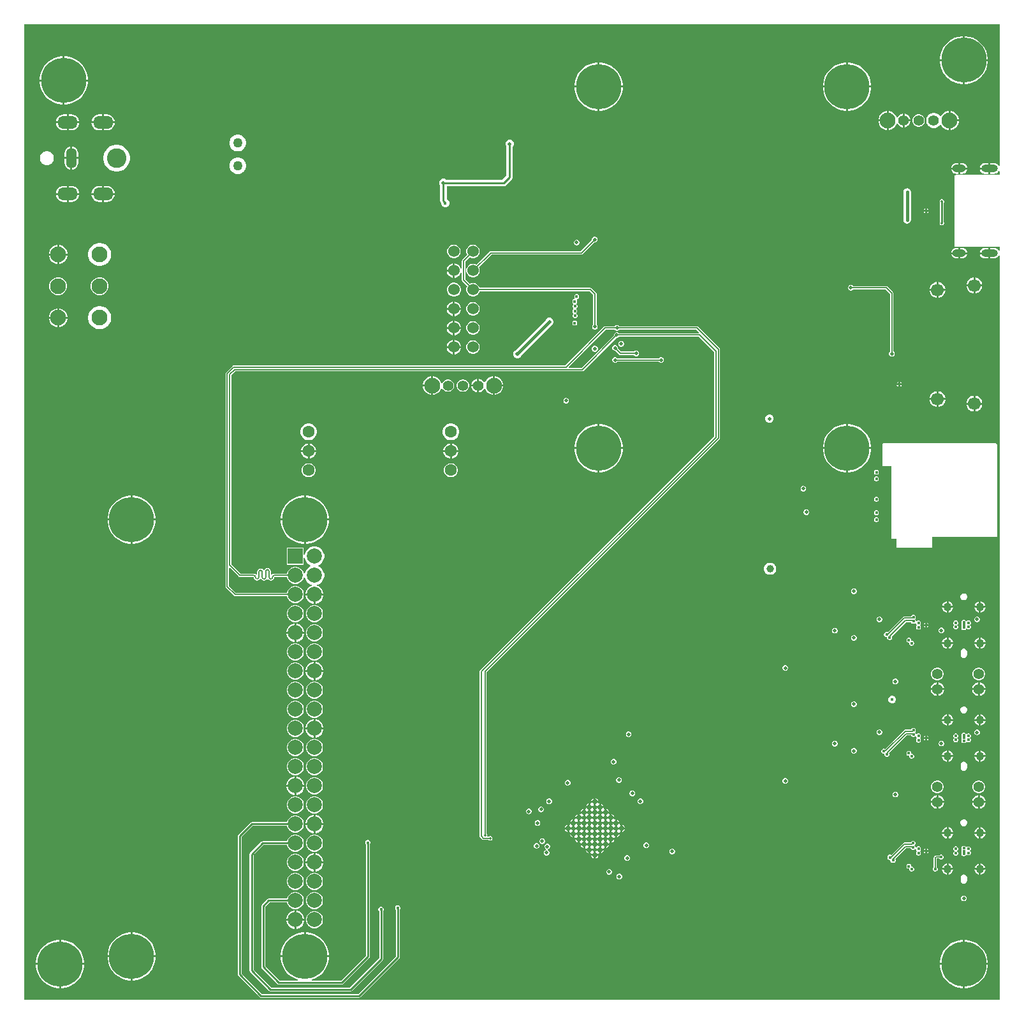
<source format=gbr>
%TF.GenerationSoftware,Altium Limited,Altium Designer,22.4.2 (48)*%
G04 Layer_Physical_Order=3*
G04 Layer_Color=16737894*
%FSLAX26Y26*%
%MOIN*%
%TF.SameCoordinates,0D1A2E3A-66A7-4FCB-BFB3-5B9149DA6B87*%
%TF.FilePolarity,Positive*%
%TF.FileFunction,Copper,L3,Inr,Signal*%
%TF.Part,Single*%
G01*
G75*
%TA.AperFunction,Conductor*%
%ADD11C,0.005000*%
%ADD13C,0.007874*%
%ADD61C,0.015748*%
%ADD65C,0.010000*%
%ADD67C,0.005981*%
%TA.AperFunction,ComponentPad*%
%ADD69O,0.086614X0.039370*%
%ADD70O,0.070866X0.039370*%
%ADD71C,0.043307*%
%ADD72C,0.082677*%
%ADD73R,0.078740X0.078740*%
%ADD74C,0.078740*%
%ADD75C,0.055118*%
%ADD76O,0.106299X0.066929*%
%ADD77O,0.055118X0.106299*%
%ADD78C,0.102362*%
%ADD79C,0.062992*%
%ADD80C,0.236220*%
%ADD81C,0.066929*%
%ADD82C,0.060000*%
%TA.AperFunction,ViaPad*%
%ADD83C,0.027559*%
%ADD84C,0.019685*%
%ADD85C,0.015748*%
%ADD86C,0.013780*%
%ADD87C,0.017716*%
%ADD88C,0.039370*%
%ADD89C,0.050000*%
%TA.AperFunction,Conductor*%
%ADD90C,0.005906*%
G36*
X6092167Y5354016D02*
X6087167Y5353021D01*
X6087065Y5353268D01*
X6082648Y5359025D01*
X6076891Y5363443D01*
X6070186Y5366220D01*
X6062992Y5367167D01*
X6044370D01*
Y5339370D01*
Y5311573D01*
X6062992D01*
X6070186Y5312520D01*
X6076891Y5315297D01*
X6082648Y5319715D01*
X6087065Y5325472D01*
X6087167Y5325718D01*
X6092167Y5324724D01*
Y5305327D01*
X5862205D01*
X5861226Y5304921D01*
X5857283D01*
Y5300979D01*
X5856878Y5300000D01*
Y4936221D01*
X5857283Y4935242D01*
Y4931299D01*
X5861226D01*
X5862205Y4930894D01*
X6092167D01*
Y4911496D01*
X6087167Y4910502D01*
X6087065Y4910749D01*
X6082648Y4916506D01*
X6076891Y4920923D01*
X6070186Y4923700D01*
X6062992Y4924647D01*
X6044370D01*
Y4896850D01*
Y4869054D01*
X6062992D01*
X6070186Y4870001D01*
X6076891Y4872778D01*
X6082648Y4877195D01*
X6087065Y4882952D01*
X6087167Y4883199D01*
X6092167Y4882204D01*
Y994447D01*
X994447D01*
Y6092167D01*
X6092167D01*
Y5354016D01*
D02*
G37*
%LPC*%
G36*
X5915427Y6031496D02*
X5910512D01*
Y5910512D01*
X6031496D01*
Y5915427D01*
X6028394Y5935013D01*
X6022266Y5953873D01*
X6013263Y5971542D01*
X6001607Y5987585D01*
X5987585Y6001607D01*
X5971542Y6013263D01*
X5953873Y6022266D01*
X5935013Y6028394D01*
X5915427Y6031496D01*
D02*
G37*
G36*
X5900512D02*
X5895597D01*
X5876010Y6028394D01*
X5857151Y6022266D01*
X5839482Y6013263D01*
X5823439Y6001607D01*
X5809416Y5987585D01*
X5797760Y5971542D01*
X5788758Y5953873D01*
X5782630Y5935013D01*
X5779528Y5915427D01*
Y5910512D01*
X5900512D01*
Y6031496D01*
D02*
G37*
G36*
X1209915Y5925984D02*
X1205000D01*
Y5805000D01*
X1325984D01*
Y5809915D01*
X1322882Y5829501D01*
X1316754Y5848361D01*
X1307751Y5866030D01*
X1296095Y5882073D01*
X1282073Y5896095D01*
X1266030Y5907751D01*
X1248361Y5916754D01*
X1229501Y5922882D01*
X1209915Y5925984D01*
D02*
G37*
G36*
X1195000D02*
X1190085D01*
X1170499Y5922882D01*
X1151639Y5916754D01*
X1133970Y5907751D01*
X1117927Y5896095D01*
X1103905Y5882073D01*
X1092249Y5866030D01*
X1083246Y5848361D01*
X1077118Y5829501D01*
X1074016Y5809915D01*
Y5805000D01*
X1195000D01*
Y5925984D01*
D02*
G37*
G36*
X6031496Y5900512D02*
X5910512D01*
Y5779528D01*
X5915427D01*
X5935013Y5782630D01*
X5953873Y5788758D01*
X5971542Y5797760D01*
X5987585Y5809416D01*
X6001607Y5823439D01*
X6013263Y5839482D01*
X6022266Y5857151D01*
X6028394Y5876010D01*
X6031496Y5895597D01*
Y5900512D01*
D02*
G37*
G36*
X5900512D02*
X5779528D01*
Y5895597D01*
X5782630Y5876010D01*
X5788758Y5857151D01*
X5797760Y5839482D01*
X5809416Y5823439D01*
X5823439Y5809416D01*
X5839482Y5797760D01*
X5857151Y5788758D01*
X5876010Y5782630D01*
X5895597Y5779528D01*
X5900512D01*
Y5900512D01*
D02*
G37*
G36*
X5305191Y5893701D02*
X5300275D01*
Y5772716D01*
X5421260D01*
Y5777632D01*
X5418158Y5797218D01*
X5412030Y5816078D01*
X5403027Y5833747D01*
X5391371Y5849790D01*
X5377349Y5863812D01*
X5361306Y5875468D01*
X5343637Y5884471D01*
X5324777Y5890599D01*
X5305191Y5893701D01*
D02*
G37*
G36*
X5290275D02*
X5285360D01*
X5265774Y5890599D01*
X5246914Y5884471D01*
X5229245Y5875468D01*
X5213202Y5863812D01*
X5199180Y5849790D01*
X5187524Y5833747D01*
X5178521Y5816078D01*
X5172394Y5797218D01*
X5169291Y5777632D01*
Y5772716D01*
X5290275D01*
Y5893701D01*
D02*
G37*
G36*
X4005978D02*
X4001063D01*
Y5772716D01*
X4122047D01*
Y5777632D01*
X4118945Y5797218D01*
X4112817Y5816078D01*
X4103814Y5833747D01*
X4092158Y5849790D01*
X4078136Y5863812D01*
X4062093Y5875468D01*
X4044424Y5884471D01*
X4025564Y5890599D01*
X4005978Y5893701D01*
D02*
G37*
G36*
X3991063D02*
X3986148D01*
X3966562Y5890599D01*
X3947702Y5884471D01*
X3930033Y5875468D01*
X3913990Y5863812D01*
X3899968Y5849790D01*
X3888312Y5833747D01*
X3879309Y5816078D01*
X3873181Y5797218D01*
X3870079Y5777632D01*
Y5772716D01*
X3991063D01*
Y5893701D01*
D02*
G37*
G36*
X1325984Y5795000D02*
X1205000D01*
Y5674016D01*
X1209915D01*
X1229501Y5677118D01*
X1248361Y5683246D01*
X1266030Y5692249D01*
X1282073Y5703905D01*
X1296095Y5717927D01*
X1307751Y5733970D01*
X1316754Y5751639D01*
X1322882Y5770499D01*
X1325984Y5790085D01*
Y5795000D01*
D02*
G37*
G36*
X1195000D02*
X1074016D01*
Y5790085D01*
X1077118Y5770499D01*
X1083246Y5751639D01*
X1092249Y5733970D01*
X1103905Y5717927D01*
X1117927Y5703905D01*
X1133970Y5692249D01*
X1151639Y5683246D01*
X1170499Y5677118D01*
X1190085Y5674016D01*
X1195000D01*
Y5795000D01*
D02*
G37*
G36*
X5421260Y5762716D02*
X5300275D01*
Y5641732D01*
X5305191D01*
X5324777Y5644834D01*
X5343637Y5650962D01*
X5361306Y5659965D01*
X5377349Y5671621D01*
X5391371Y5685643D01*
X5403027Y5701686D01*
X5412030Y5719355D01*
X5418158Y5738215D01*
X5421260Y5757801D01*
Y5762716D01*
D02*
G37*
G36*
X5290275D02*
X5169291D01*
Y5757801D01*
X5172394Y5738215D01*
X5178521Y5719355D01*
X5187524Y5701686D01*
X5199180Y5685643D01*
X5213202Y5671621D01*
X5229245Y5659965D01*
X5246914Y5650962D01*
X5265774Y5644834D01*
X5285360Y5641732D01*
X5290275D01*
Y5762716D01*
D02*
G37*
G36*
X4122047Y5762716D02*
X4001063D01*
Y5641732D01*
X4005978D01*
X4025564Y5644834D01*
X4044424Y5650962D01*
X4062093Y5659965D01*
X4078136Y5671621D01*
X4092158Y5685643D01*
X4103814Y5701686D01*
X4112817Y5719355D01*
X4118945Y5738215D01*
X4122047Y5757801D01*
Y5762716D01*
D02*
G37*
G36*
X3991063D02*
X3870079D01*
Y5757801D01*
X3873181Y5738215D01*
X3879309Y5719355D01*
X3888312Y5701686D01*
X3899968Y5685643D01*
X3913990Y5671621D01*
X3930033Y5659965D01*
X3947702Y5650962D01*
X3966562Y5644834D01*
X3986148Y5641732D01*
X3991063D01*
Y5762716D01*
D02*
G37*
G36*
X5825709Y5639764D02*
X5824230D01*
X5811713Y5636410D01*
X5800491Y5629931D01*
X5791329Y5620769D01*
X5786574Y5612533D01*
X5780801D01*
X5779535Y5614725D01*
X5772205Y5622055D01*
X5763228Y5627238D01*
X5753215Y5629921D01*
X5742848D01*
X5732835Y5627238D01*
X5723858Y5622055D01*
X5716528Y5614725D01*
X5711345Y5605747D01*
X5708662Y5595734D01*
Y5585368D01*
X5711345Y5575355D01*
X5716528Y5566377D01*
X5723858Y5559047D01*
X5732835Y5553864D01*
X5742848Y5551181D01*
X5753215D01*
X5763228Y5553864D01*
X5772205Y5559047D01*
X5779535Y5566377D01*
X5780801Y5568569D01*
X5786574D01*
X5791329Y5560334D01*
X5800491Y5551171D01*
X5811713Y5544692D01*
X5824230Y5541339D01*
X5825709D01*
Y5590551D01*
Y5639764D01*
D02*
G37*
G36*
X5837188D02*
X5835709D01*
Y5595551D01*
X5879921D01*
Y5597030D01*
X5876568Y5609547D01*
X5870088Y5620769D01*
X5860926Y5629931D01*
X5849704Y5636410D01*
X5837188Y5639764D01*
D02*
G37*
G36*
X5595551Y5625894D02*
Y5595551D01*
X5625894D01*
X5623569Y5604228D01*
X5618904Y5612307D01*
X5612307Y5618905D01*
X5604228Y5623569D01*
X5595551Y5625894D01*
D02*
G37*
G36*
X5502874Y5639764D02*
X5501395D01*
X5488879Y5636410D01*
X5477657Y5629931D01*
X5468494Y5620769D01*
X5462015Y5609547D01*
X5458661Y5597030D01*
Y5595551D01*
X5502874D01*
Y5639764D01*
D02*
G37*
G36*
X1425197Y5622404D02*
X1410512D01*
Y5585709D01*
X1466234D01*
X1465471Y5591500D01*
X1461306Y5601556D01*
X1454680Y5610192D01*
X1446044Y5616818D01*
X1435988Y5620983D01*
X1425197Y5622404D01*
D02*
G37*
G36*
X1400512D02*
X1385827D01*
X1375035Y5620983D01*
X1364979Y5616818D01*
X1356344Y5610192D01*
X1349718Y5601556D01*
X1345552Y5591500D01*
X1344790Y5585709D01*
X1400512D01*
Y5622404D01*
D02*
G37*
G36*
X1240158D02*
X1225472D01*
Y5585709D01*
X1281195D01*
X1280432Y5591500D01*
X1276267Y5601556D01*
X1269640Y5610192D01*
X1261005Y5616818D01*
X1250949Y5620983D01*
X1240158Y5622404D01*
D02*
G37*
G36*
X1215472D02*
X1200787D01*
X1189996Y5620983D01*
X1179940Y5616818D01*
X1171304Y5610192D01*
X1164678Y5601556D01*
X1160513Y5591500D01*
X1159750Y5585709D01*
X1215472D01*
Y5622404D01*
D02*
G37*
G36*
X5673567Y5623032D02*
X5665015D01*
X5656754Y5620818D01*
X5649348Y5616542D01*
X5643301Y5610495D01*
X5639025Y5603088D01*
X5636811Y5594827D01*
Y5586275D01*
X5639025Y5578014D01*
X5643301Y5570608D01*
X5649348Y5564560D01*
X5656754Y5560284D01*
X5665015Y5558071D01*
X5673567D01*
X5681828Y5560284D01*
X5689235Y5564560D01*
X5695282Y5570608D01*
X5699558Y5578014D01*
X5701772Y5586275D01*
Y5594827D01*
X5699558Y5603088D01*
X5695282Y5610495D01*
X5689235Y5616542D01*
X5681828Y5620818D01*
X5673567Y5623032D01*
D02*
G37*
G36*
X5625894Y5585551D02*
X5595551D01*
Y5555208D01*
X5604228Y5557533D01*
X5612307Y5562198D01*
X5618904Y5568795D01*
X5623569Y5576875D01*
X5625894Y5585551D01*
D02*
G37*
G36*
X5514353Y5639764D02*
X5512874D01*
Y5590551D01*
Y5541339D01*
X5514353D01*
X5526869Y5544692D01*
X5538091Y5551171D01*
X5547254Y5560334D01*
X5553733Y5571556D01*
X5554081Y5572854D01*
X5559446Y5573560D01*
X5562198Y5568795D01*
X5568795Y5562198D01*
X5576874Y5557533D01*
X5585551Y5555208D01*
Y5590551D01*
Y5625894D01*
X5576874Y5623569D01*
X5568795Y5618905D01*
X5562198Y5612307D01*
X5559446Y5607542D01*
X5554081Y5608249D01*
X5553733Y5609547D01*
X5547254Y5620769D01*
X5538091Y5629931D01*
X5526869Y5636410D01*
X5514353Y5639764D01*
D02*
G37*
G36*
X5879921Y5585551D02*
X5835709D01*
Y5541339D01*
X5837188D01*
X5849704Y5544692D01*
X5860926Y5551171D01*
X5870088Y5560334D01*
X5876568Y5571556D01*
X5879921Y5584072D01*
Y5585551D01*
D02*
G37*
G36*
X5502874D02*
X5458661D01*
Y5584072D01*
X5462015Y5571556D01*
X5468494Y5560334D01*
X5477657Y5551171D01*
X5488879Y5544692D01*
X5501395Y5541339D01*
X5502874D01*
Y5585551D01*
D02*
G37*
G36*
X1466234Y5575709D02*
X1410512D01*
Y5539014D01*
X1425197D01*
X1435988Y5540434D01*
X1446044Y5544600D01*
X1454680Y5551226D01*
X1461306Y5559861D01*
X1465471Y5569917D01*
X1466234Y5575709D01*
D02*
G37*
G36*
X1400512D02*
X1344790D01*
X1345552Y5569917D01*
X1349718Y5559861D01*
X1356344Y5551226D01*
X1364979Y5544600D01*
X1375035Y5540434D01*
X1385827Y5539014D01*
X1400512D01*
Y5575709D01*
D02*
G37*
G36*
X1281195Y5575709D02*
X1225472D01*
Y5539014D01*
X1240158D01*
X1250949Y5540434D01*
X1261005Y5544600D01*
X1269640Y5551226D01*
X1276267Y5559861D01*
X1280432Y5569917D01*
X1281195Y5575709D01*
D02*
G37*
G36*
X1215472D02*
X1159750D01*
X1160513Y5569917D01*
X1164678Y5559861D01*
X1171304Y5551226D01*
X1179940Y5544600D01*
X1189996Y5540434D01*
X1200787Y5539014D01*
X1215472D01*
Y5575709D01*
D02*
G37*
G36*
X2115990Y5516142D02*
X2104483D01*
X2093368Y5513164D01*
X2083403Y5507410D01*
X2075267Y5499274D01*
X2069514Y5489309D01*
X2066535Y5478194D01*
Y5466688D01*
X2069514Y5455573D01*
X2075267Y5445608D01*
X2083403Y5437472D01*
X2093368Y5431718D01*
X2104483Y5428740D01*
X2115990D01*
X2127104Y5431718D01*
X2137069Y5437472D01*
X2145206Y5445608D01*
X2150959Y5455573D01*
X2153937Y5466688D01*
Y5478194D01*
X2150959Y5489309D01*
X2145206Y5499274D01*
X2137069Y5507410D01*
X2127104Y5513164D01*
X2115990Y5516142D01*
D02*
G37*
G36*
X1245158Y5454372D02*
Y5398701D01*
X1275896D01*
Y5419291D01*
X1274678Y5428541D01*
X1271108Y5437161D01*
X1265429Y5444562D01*
X1258027Y5450242D01*
X1249407Y5453812D01*
X1245158Y5454372D01*
D02*
G37*
G36*
X1235158D02*
X1230908Y5453812D01*
X1222288Y5450242D01*
X1214886Y5444562D01*
X1209207Y5437161D01*
X1205637Y5428541D01*
X1204419Y5419291D01*
Y5398701D01*
X1235158D01*
Y5454372D01*
D02*
G37*
G36*
X1116999Y5430118D02*
X1107410D01*
X1098148Y5427636D01*
X1089844Y5422842D01*
X1083064Y5416061D01*
X1078269Y5407757D01*
X1075787Y5398495D01*
Y5388906D01*
X1078269Y5379644D01*
X1083064Y5371340D01*
X1089844Y5364560D01*
X1098148Y5359765D01*
X1107410Y5357283D01*
X1116999D01*
X1126261Y5359765D01*
X1134565Y5364560D01*
X1141346Y5371340D01*
X1146140Y5379644D01*
X1148622Y5388906D01*
Y5398495D01*
X1146140Y5407757D01*
X1141346Y5416061D01*
X1134565Y5422842D01*
X1126261Y5427636D01*
X1116999Y5430118D01*
D02*
G37*
G36*
X6034370Y5367167D02*
X6015748D01*
X6008554Y5366220D01*
X6001850Y5363443D01*
X5996093Y5359025D01*
X5991675Y5353268D01*
X5988898Y5346564D01*
X5988609Y5344370D01*
X6034370D01*
Y5367167D01*
D02*
G37*
G36*
X5897638D02*
X5886890D01*
Y5344370D01*
X5924776D01*
X5924487Y5346564D01*
X5921711Y5353268D01*
X5917293Y5359025D01*
X5911536Y5363443D01*
X5904832Y5366220D01*
X5897638Y5367167D01*
D02*
G37*
G36*
X5876890D02*
X5866142D01*
X5858948Y5366220D01*
X5852243Y5363443D01*
X5846486Y5359025D01*
X5842069Y5353268D01*
X5839292Y5346564D01*
X5839003Y5344370D01*
X5876890D01*
Y5367167D01*
D02*
G37*
G36*
X1275896Y5388701D02*
X1245158D01*
Y5333030D01*
X1249407Y5333589D01*
X1258027Y5337160D01*
X1265429Y5342839D01*
X1271108Y5350241D01*
X1274678Y5358860D01*
X1275896Y5368110D01*
Y5388701D01*
D02*
G37*
G36*
X1235158D02*
X1204419D01*
Y5368110D01*
X1205637Y5358860D01*
X1209207Y5350241D01*
X1214886Y5342839D01*
X1222288Y5337160D01*
X1230908Y5333589D01*
X1235158Y5333030D01*
Y5388701D01*
D02*
G37*
G36*
X1483261Y5463583D02*
X1469495D01*
X1455994Y5460897D01*
X1443276Y5455629D01*
X1431831Y5447982D01*
X1422097Y5438248D01*
X1414449Y5426802D01*
X1409181Y5414085D01*
X1406496Y5400584D01*
Y5386818D01*
X1409181Y5373317D01*
X1414449Y5360599D01*
X1422097Y5349154D01*
X1431831Y5339420D01*
X1443276Y5331772D01*
X1455994Y5326504D01*
X1469495Y5323819D01*
X1483261D01*
X1496762Y5326504D01*
X1509479Y5331772D01*
X1520925Y5339420D01*
X1530659Y5349154D01*
X1538306Y5360599D01*
X1543574Y5373317D01*
X1546260Y5386818D01*
Y5400584D01*
X1543574Y5414085D01*
X1538306Y5426802D01*
X1530659Y5438248D01*
X1520925Y5447982D01*
X1509479Y5455629D01*
X1496762Y5460897D01*
X1483261Y5463583D01*
D02*
G37*
G36*
X6034370Y5334370D02*
X5988609D01*
X5988898Y5332176D01*
X5991675Y5325472D01*
X5996093Y5319715D01*
X6001850Y5315297D01*
X6008554Y5312520D01*
X6015748Y5311573D01*
X6034370D01*
Y5334370D01*
D02*
G37*
G36*
X5924776Y5334370D02*
X5886890D01*
Y5311573D01*
X5897638D01*
X5904832Y5312520D01*
X5911536Y5315297D01*
X5917293Y5319715D01*
X5921711Y5325472D01*
X5924487Y5332176D01*
X5924776Y5334370D01*
D02*
G37*
G36*
X5876890D02*
X5839003D01*
X5839292Y5332176D01*
X5842069Y5325472D01*
X5846486Y5319715D01*
X5852243Y5315297D01*
X5858948Y5312520D01*
X5866142Y5311573D01*
X5876890D01*
Y5334370D01*
D02*
G37*
G36*
X2115990Y5398032D02*
X2104483D01*
X2093368Y5395053D01*
X2083403Y5389300D01*
X2075267Y5381164D01*
X2069514Y5371199D01*
X2066535Y5360084D01*
Y5348577D01*
X2069514Y5337463D01*
X2075267Y5327498D01*
X2083403Y5319361D01*
X2093368Y5313608D01*
X2104483Y5310630D01*
X2115990D01*
X2127104Y5313608D01*
X2137069Y5319361D01*
X2145206Y5327498D01*
X2150959Y5337463D01*
X2153937Y5348577D01*
Y5360084D01*
X2150959Y5371199D01*
X2145206Y5381164D01*
X2137069Y5389300D01*
X2127104Y5395053D01*
X2115990Y5398032D01*
D02*
G37*
G36*
X3535803Y5490157D02*
X3527189D01*
X3519230Y5486861D01*
X3513139Y5480770D01*
X3509843Y5472811D01*
Y5464197D01*
X3513139Y5456238D01*
X3514356Y5455022D01*
Y5302376D01*
X3492900Y5280920D01*
X3198522D01*
X3197305Y5282136D01*
X3189347Y5285433D01*
X3180732D01*
X3172774Y5282136D01*
X3166682Y5276045D01*
X3163386Y5268087D01*
Y5259472D01*
X3166682Y5251514D01*
X3167899Y5250297D01*
Y5170049D01*
X3169204Y5163489D01*
X3172919Y5157929D01*
X3174331Y5156517D01*
Y5153889D01*
X3177477Y5146292D01*
X3183292Y5140477D01*
X3190889Y5137331D01*
X3199111D01*
X3206708Y5140477D01*
X3212523Y5146292D01*
X3215669Y5153889D01*
Y5162111D01*
X3212523Y5169708D01*
X3206708Y5175523D01*
X3202180Y5177398D01*
Y5246639D01*
X3500000D01*
X3506559Y5247944D01*
X3512120Y5251659D01*
X3543616Y5283156D01*
X3547332Y5288716D01*
X3548636Y5295276D01*
Y5455022D01*
X3549853Y5456238D01*
X3553150Y5464197D01*
Y5472811D01*
X3549853Y5480770D01*
X3543762Y5486861D01*
X3535803Y5490157D01*
D02*
G37*
G36*
X1240158Y5248388D02*
X1225472D01*
Y5211693D01*
X1281195D01*
X1280432Y5217484D01*
X1276267Y5227541D01*
X1269640Y5236176D01*
X1261005Y5242802D01*
X1250949Y5246967D01*
X1240158Y5248388D01*
D02*
G37*
G36*
X1215472D02*
X1200787D01*
X1189996Y5246967D01*
X1179940Y5242802D01*
X1171304Y5236176D01*
X1164678Y5227541D01*
X1160513Y5217484D01*
X1159750Y5211693D01*
X1215472D01*
Y5248388D01*
D02*
G37*
G36*
X1425197D02*
X1410512D01*
Y5211693D01*
X1466234D01*
X1465471Y5217484D01*
X1461306Y5227541D01*
X1454680Y5236176D01*
X1446044Y5242802D01*
X1435988Y5246967D01*
X1425197Y5248388D01*
D02*
G37*
G36*
X1400512D02*
X1385827D01*
X1375035Y5246967D01*
X1364979Y5242802D01*
X1356344Y5236176D01*
X1349718Y5227541D01*
X1345552Y5217484D01*
X1344790Y5211693D01*
X1400512D01*
Y5248388D01*
D02*
G37*
G36*
X1466234Y5201693D02*
X1410512D01*
Y5164998D01*
X1425197D01*
X1435988Y5166418D01*
X1446044Y5170584D01*
X1454680Y5177210D01*
X1461306Y5185845D01*
X1465471Y5195901D01*
X1466234Y5201693D01*
D02*
G37*
G36*
X1400512D02*
X1344790D01*
X1345552Y5195901D01*
X1349718Y5185845D01*
X1356344Y5177210D01*
X1364979Y5170584D01*
X1375035Y5166418D01*
X1385827Y5164998D01*
X1400512D01*
Y5201693D01*
D02*
G37*
G36*
X1281195Y5201693D02*
X1225472D01*
Y5164998D01*
X1240158D01*
X1250949Y5166418D01*
X1261005Y5170584D01*
X1269640Y5177210D01*
X1276267Y5185845D01*
X1280432Y5195901D01*
X1281195Y5201693D01*
D02*
G37*
G36*
X1215472D02*
X1159750D01*
X1160513Y5195901D01*
X1164678Y5185845D01*
X1171304Y5177210D01*
X1179940Y5170584D01*
X1189996Y5166418D01*
X1200787Y5164998D01*
X1215472D01*
Y5201693D01*
D02*
G37*
G36*
X5713661Y5129974D02*
Y5123110D01*
X5720525D01*
X5719575Y5125403D01*
X5715954Y5129024D01*
X5713661Y5129974D01*
D02*
G37*
G36*
X5703661D02*
X5701369Y5129024D01*
X5697747Y5125403D01*
X5696798Y5123110D01*
X5703661D01*
Y5129974D01*
D02*
G37*
G36*
X5720525Y5113110D02*
X5713661D01*
Y5106247D01*
X5715954Y5107196D01*
X5719575Y5110818D01*
X5720525Y5113110D01*
D02*
G37*
G36*
X5703661D02*
X5696798D01*
X5697747Y5110818D01*
X5701369Y5107196D01*
X5703661Y5106247D01*
Y5113110D01*
D02*
G37*
G36*
X5609252Y5236606D02*
X5601571Y5235078D01*
X5595060Y5230727D01*
X5590709Y5224216D01*
X5589181Y5216535D01*
Y5071850D01*
X5590709Y5064170D01*
X5595060Y5057658D01*
X5601571Y5053307D01*
X5609252Y5051780D01*
X5616933Y5053307D01*
X5623444Y5057658D01*
X5627795Y5064170D01*
X5629323Y5071850D01*
Y5216535D01*
X5627795Y5224216D01*
X5623444Y5230727D01*
X5616933Y5235078D01*
X5609252Y5236606D01*
D02*
G37*
G36*
X5793649Y5179134D02*
X5788950D01*
X5784609Y5177336D01*
X5781286Y5174013D01*
X5779488Y5169672D01*
Y5164973D01*
X5781286Y5160632D01*
X5781472Y5160447D01*
Y5060326D01*
X5780065Y5056930D01*
Y5052231D01*
X5781863Y5047890D01*
X5785186Y5044568D01*
X5789527Y5042769D01*
X5794226D01*
X5798567Y5044568D01*
X5801889Y5047890D01*
X5803687Y5052231D01*
Y5056930D01*
X5801889Y5061271D01*
X5801703Y5061457D01*
Y5161577D01*
X5803110Y5164973D01*
Y5169672D01*
X5801312Y5174013D01*
X5797990Y5177336D01*
X5793649Y5179134D01*
D02*
G37*
G36*
X3884827Y4967520D02*
X3878953D01*
X3873527Y4965272D01*
X3869374Y4961119D01*
X3867126Y4955693D01*
Y4949819D01*
X3869374Y4944393D01*
X3873527Y4940240D01*
X3878953Y4937992D01*
X3884827D01*
X3890253Y4940240D01*
X3894406Y4944393D01*
X3896654Y4949819D01*
Y4955693D01*
X3894406Y4961119D01*
X3890253Y4965272D01*
X3884827Y4967520D01*
D02*
G37*
G36*
X5897638Y4924647D02*
X5886890D01*
Y4901851D01*
X5924776D01*
X5924487Y4904045D01*
X5921711Y4910749D01*
X5917293Y4916506D01*
X5911536Y4920923D01*
X5904832Y4923700D01*
X5897638Y4924647D01*
D02*
G37*
G36*
X5876890D02*
X5866142D01*
X5858948Y4923700D01*
X5852243Y4920923D01*
X5846486Y4916506D01*
X5842069Y4910749D01*
X5839292Y4904045D01*
X5839003Y4901851D01*
X5876890D01*
Y4924647D01*
D02*
G37*
G36*
X6034370D02*
X6015748D01*
X6008554Y4923700D01*
X6001850Y4920923D01*
X5996093Y4916506D01*
X5991675Y4910749D01*
X5988898Y4904045D01*
X5988609Y4901850D01*
X6034370D01*
Y4924647D01*
D02*
G37*
G36*
X1177739Y4938976D02*
X1176260D01*
Y4894764D01*
X1220473D01*
Y4896243D01*
X1217119Y4908759D01*
X1210640Y4919981D01*
X1201477Y4929144D01*
X1190255Y4935623D01*
X1177739Y4938976D01*
D02*
G37*
G36*
X1166260D02*
X1164781D01*
X1152264Y4935623D01*
X1141043Y4929144D01*
X1131880Y4919981D01*
X1125401Y4908759D01*
X1122047Y4896243D01*
Y4894764D01*
X1166260D01*
Y4938976D01*
D02*
G37*
G36*
X3344558Y4941221D02*
X3335363D01*
X3326481Y4938841D01*
X3318518Y4934243D01*
X3312017Y4927741D01*
X3307419Y4919778D01*
X3305039Y4910897D01*
Y4901702D01*
X3307419Y4892820D01*
X3309721Y4888833D01*
X3283968Y4863079D01*
X3282010Y4860149D01*
X3281323Y4856693D01*
Y4817587D01*
X3276323Y4816929D01*
X3275253Y4820918D01*
X3270267Y4829554D01*
X3263216Y4836606D01*
X3254579Y4841592D01*
X3244961Y4844169D01*
Y4806299D01*
Y4768429D01*
X3254579Y4771006D01*
X3263216Y4775993D01*
X3270267Y4783044D01*
X3275253Y4791680D01*
X3276323Y4795670D01*
X3281323Y4795011D01*
Y4755905D01*
X3282010Y4752449D01*
X3283968Y4749519D01*
X3309721Y4723766D01*
X3307419Y4719778D01*
X3305039Y4710897D01*
Y4701702D01*
X3307419Y4692820D01*
X3312017Y4684857D01*
X3318518Y4678355D01*
X3326481Y4673758D01*
X3335363Y4671378D01*
X3344558D01*
X3353440Y4673758D01*
X3361403Y4678355D01*
X3367905Y4684857D01*
X3372502Y4692820D01*
X3373694Y4697267D01*
X3950960D01*
X3967968Y4680259D01*
Y4523847D01*
X3964484Y4520363D01*
X3962236Y4514937D01*
Y4509063D01*
X3964484Y4503637D01*
X3968637Y4499484D01*
X3974063Y4497236D01*
X3979937D01*
X3985363Y4499484D01*
X3989516Y4503637D01*
X3991764Y4509063D01*
Y4514937D01*
X3989516Y4520363D01*
X3986032Y4523847D01*
Y4684000D01*
X3985344Y4687456D01*
X3983386Y4690386D01*
X3961087Y4712686D01*
X3958157Y4714644D01*
X3954701Y4715331D01*
X3373694D01*
X3372502Y4719778D01*
X3367905Y4727741D01*
X3361403Y4734243D01*
X3353440Y4738841D01*
X3344558Y4741221D01*
X3335363D01*
X3326481Y4738841D01*
X3322494Y4736538D01*
X3299386Y4759646D01*
Y4852952D01*
X3322494Y4876060D01*
X3326481Y4873758D01*
X3335363Y4871378D01*
X3344558D01*
X3353440Y4873758D01*
X3361403Y4878355D01*
X3367905Y4884857D01*
X3372502Y4892820D01*
X3374882Y4901702D01*
Y4910897D01*
X3372502Y4919778D01*
X3367905Y4927741D01*
X3361403Y4934243D01*
X3353440Y4938841D01*
X3344558Y4941221D01*
D02*
G37*
G36*
X3244558D02*
X3235363D01*
X3226481Y4938841D01*
X3218518Y4934243D01*
X3212017Y4927741D01*
X3207419Y4919778D01*
X3205039Y4910897D01*
Y4901702D01*
X3207419Y4892820D01*
X3212017Y4884857D01*
X3218518Y4878355D01*
X3226481Y4873758D01*
X3235363Y4871378D01*
X3244558D01*
X3253440Y4873758D01*
X3261403Y4878355D01*
X3267905Y4884857D01*
X3272502Y4892820D01*
X3274882Y4901702D01*
Y4910897D01*
X3272502Y4919778D01*
X3267905Y4927741D01*
X3261403Y4934243D01*
X3253440Y4938841D01*
X3244558Y4941221D01*
D02*
G37*
G36*
X6034370Y4891850D02*
X5988609D01*
X5988898Y4889656D01*
X5991675Y4882952D01*
X5996093Y4877195D01*
X6001850Y4872778D01*
X6008554Y4870001D01*
X6015748Y4869054D01*
X6034370D01*
Y4891850D01*
D02*
G37*
G36*
X5924776Y4891851D02*
X5886890D01*
Y4869054D01*
X5897638D01*
X5904832Y4870001D01*
X5911536Y4872778D01*
X5917293Y4877195D01*
X5921711Y4882952D01*
X5924487Y4889656D01*
X5924776Y4891851D01*
D02*
G37*
G36*
X5876890D02*
X5839003D01*
X5839292Y4889656D01*
X5842069Y4882952D01*
X5846486Y4877195D01*
X5852243Y4872778D01*
X5858948Y4870001D01*
X5866142Y4869054D01*
X5876890D01*
Y4891851D01*
D02*
G37*
G36*
X1220473Y4884764D02*
X1176260D01*
Y4840551D01*
X1177739D01*
X1190255Y4843905D01*
X1201477Y4850384D01*
X1210640Y4859546D01*
X1217119Y4870768D01*
X1220473Y4883285D01*
Y4884764D01*
D02*
G37*
G36*
X1166260D02*
X1122047D01*
Y4883285D01*
X1125401Y4870768D01*
X1131880Y4859546D01*
X1141043Y4850384D01*
X1152264Y4843905D01*
X1164781Y4840551D01*
X1166260D01*
Y4884764D01*
D02*
G37*
G36*
X3979441Y4983268D02*
X3973567D01*
X3968141Y4981020D01*
X3963988Y4976867D01*
X3961740Y4971441D01*
Y4966513D01*
X3902684Y4907457D01*
X3432087D01*
X3428630Y4906770D01*
X3425700Y4904812D01*
X3357427Y4836538D01*
X3353440Y4838841D01*
X3344558Y4841221D01*
X3335363D01*
X3326481Y4838841D01*
X3318518Y4834243D01*
X3312017Y4827741D01*
X3307419Y4819778D01*
X3305039Y4810897D01*
Y4801702D01*
X3307419Y4792820D01*
X3312017Y4784857D01*
X3318518Y4778355D01*
X3326481Y4773758D01*
X3335363Y4771378D01*
X3344558D01*
X3353440Y4773758D01*
X3361403Y4778355D01*
X3367905Y4784857D01*
X3372502Y4792820D01*
X3374882Y4801702D01*
Y4810897D01*
X3372502Y4819778D01*
X3370200Y4823766D01*
X3435828Y4889393D01*
X3906425D01*
X3909881Y4890081D01*
X3912812Y4892039D01*
X3974513Y4953740D01*
X3979441D01*
X3984867Y4955988D01*
X3989020Y4960141D01*
X3991268Y4965567D01*
Y4971441D01*
X3989020Y4976867D01*
X3984867Y4981020D01*
X3979441Y4983268D01*
D02*
G37*
G36*
X1393709Y4949803D02*
X1381882D01*
X1370283Y4947496D01*
X1359356Y4942970D01*
X1349522Y4936399D01*
X1341160Y4928037D01*
X1334589Y4918203D01*
X1330063Y4907276D01*
X1327756Y4895677D01*
Y4883850D01*
X1330063Y4872251D01*
X1334589Y4861324D01*
X1341160Y4851491D01*
X1349522Y4843128D01*
X1359356Y4836557D01*
X1370283Y4832032D01*
X1381882Y4829724D01*
X1393709D01*
X1405308Y4832032D01*
X1416235Y4836557D01*
X1426068Y4843128D01*
X1434431Y4851491D01*
X1441002Y4861324D01*
X1445527Y4872251D01*
X1447835Y4883850D01*
Y4895677D01*
X1445527Y4907276D01*
X1441002Y4918203D01*
X1434431Y4928037D01*
X1426068Y4936399D01*
X1416235Y4942970D01*
X1405308Y4947496D01*
X1393709Y4949803D01*
D02*
G37*
G36*
X3234961Y4844169D02*
X3225342Y4841592D01*
X3216705Y4836606D01*
X3209654Y4829554D01*
X3204668Y4820918D01*
X3202090Y4811299D01*
X3234961D01*
Y4844169D01*
D02*
G37*
G36*
Y4801299D02*
X3202090D01*
X3204668Y4791680D01*
X3209654Y4783044D01*
X3216705Y4775993D01*
X3225342Y4771006D01*
X3234961Y4768429D01*
Y4801299D01*
D02*
G37*
G36*
X5966072Y4769685D02*
X5965630D01*
Y4733346D01*
X6001968D01*
Y4733789D01*
X5999151Y4744302D01*
X5993709Y4753729D01*
X5986012Y4761425D01*
X5976586Y4766868D01*
X5966072Y4769685D01*
D02*
G37*
G36*
X5955630D02*
X5955188D01*
X5944674Y4766868D01*
X5935248Y4761425D01*
X5927551Y4753729D01*
X5922109Y4744302D01*
X5919292Y4733789D01*
Y4733346D01*
X5955630D01*
Y4769685D01*
D02*
G37*
G36*
X5773159Y4746063D02*
X5772717D01*
Y4709724D01*
X5809055D01*
Y4710167D01*
X5806238Y4720681D01*
X5800796Y4730107D01*
X5793099Y4737803D01*
X5783673Y4743246D01*
X5773159Y4746063D01*
D02*
G37*
G36*
X5762717D02*
X5762274D01*
X5751761Y4743246D01*
X5742334Y4737803D01*
X5734638Y4730107D01*
X5729195Y4720681D01*
X5726378Y4710167D01*
Y4709724D01*
X5762717D01*
Y4746063D01*
D02*
G37*
G36*
X6001968Y4723346D02*
X5965630D01*
Y4687008D01*
X5966072D01*
X5976586Y4689825D01*
X5986012Y4695267D01*
X5993709Y4702964D01*
X5999151Y4712390D01*
X6001968Y4722904D01*
Y4723346D01*
D02*
G37*
G36*
X5955630D02*
X5919292D01*
Y4722904D01*
X5922109Y4712390D01*
X5927551Y4702964D01*
X5935248Y4695267D01*
X5944674Y4689825D01*
X5955188Y4687008D01*
X5955630D01*
Y4723346D01*
D02*
G37*
G36*
X1393886Y4770669D02*
X1381705D01*
X1369940Y4767517D01*
X1359391Y4761427D01*
X1350778Y4752814D01*
X1344688Y4742265D01*
X1341535Y4730500D01*
Y4718319D01*
X1344688Y4706554D01*
X1350778Y4696005D01*
X1359391Y4687392D01*
X1369940Y4681302D01*
X1381705Y4678150D01*
X1393886D01*
X1405651Y4681302D01*
X1416200Y4687392D01*
X1424812Y4696005D01*
X1430903Y4706554D01*
X1434055Y4718319D01*
Y4730500D01*
X1430903Y4742265D01*
X1424812Y4752814D01*
X1416200Y4761427D01*
X1405651Y4767517D01*
X1393886Y4770669D01*
D02*
G37*
G36*
X1177350D02*
X1165170D01*
X1153404Y4767517D01*
X1142856Y4761427D01*
X1134243Y4752814D01*
X1128152Y4742265D01*
X1125000Y4730500D01*
Y4718319D01*
X1128152Y4706554D01*
X1134243Y4696005D01*
X1142856Y4687392D01*
X1153404Y4681302D01*
X1165170Y4678150D01*
X1177350D01*
X1189116Y4681302D01*
X1199664Y4687392D01*
X1208277Y4696005D01*
X1214367Y4706554D01*
X1217520Y4718319D01*
Y4730500D01*
X1214367Y4742265D01*
X1208277Y4752814D01*
X1199664Y4761427D01*
X1189116Y4767517D01*
X1177350Y4770669D01*
D02*
G37*
G36*
X3244688Y4742205D02*
X3235234D01*
X3226102Y4739758D01*
X3217914Y4735031D01*
X3211229Y4728346D01*
X3206502Y4720158D01*
X3204055Y4711026D01*
Y4701572D01*
X3206502Y4692440D01*
X3211229Y4684253D01*
X3217914Y4677568D01*
X3226102Y4672841D01*
X3235234Y4670394D01*
X3244688D01*
X3253820Y4672841D01*
X3262007Y4677568D01*
X3268692Y4684253D01*
X3273419Y4692440D01*
X3275866Y4701572D01*
Y4711026D01*
X3273419Y4720158D01*
X3268692Y4728346D01*
X3262007Y4735031D01*
X3253820Y4739758D01*
X3244688Y4742205D01*
D02*
G37*
G36*
X5809055Y4699724D02*
X5772717D01*
Y4663386D01*
X5773159D01*
X5783673Y4666203D01*
X5793099Y4671645D01*
X5800796Y4679342D01*
X5806238Y4688768D01*
X5809055Y4699282D01*
Y4699724D01*
D02*
G37*
G36*
X5762717D02*
X5726378D01*
Y4699282D01*
X5729195Y4688768D01*
X5734638Y4679342D01*
X5742334Y4671645D01*
X5751761Y4666203D01*
X5762274Y4663386D01*
X5762717D01*
Y4699724D01*
D02*
G37*
G36*
X3244961Y4644169D02*
Y4611299D01*
X3277831D01*
X3275253Y4620918D01*
X3270267Y4629554D01*
X3263216Y4636606D01*
X3254579Y4641592D01*
X3244961Y4644169D01*
D02*
G37*
G36*
X3234961D02*
X3225342Y4641592D01*
X3216705Y4636606D01*
X3209654Y4629554D01*
X3204668Y4620918D01*
X3202090Y4611299D01*
X3234961D01*
Y4644169D01*
D02*
G37*
G36*
X3344558Y4641221D02*
X3335363D01*
X3326481Y4638841D01*
X3318518Y4634243D01*
X3312017Y4627741D01*
X3307419Y4619778D01*
X3305039Y4610897D01*
Y4601702D01*
X3307419Y4592820D01*
X3312017Y4584857D01*
X3318518Y4578355D01*
X3326481Y4573758D01*
X3335363Y4571378D01*
X3344558D01*
X3353440Y4573758D01*
X3361403Y4578355D01*
X3367905Y4584857D01*
X3372502Y4592820D01*
X3374882Y4601702D01*
Y4610897D01*
X3372502Y4619778D01*
X3367905Y4627741D01*
X3361403Y4634243D01*
X3353440Y4638841D01*
X3344558Y4641221D01*
D02*
G37*
G36*
X3277831Y4601299D02*
X3244961D01*
Y4568429D01*
X3254579Y4571006D01*
X3263216Y4575993D01*
X3270267Y4583044D01*
X3275253Y4591680D01*
X3277831Y4601299D01*
D02*
G37*
G36*
X3234961D02*
X3202090D01*
X3204668Y4591680D01*
X3209654Y4583044D01*
X3216705Y4575993D01*
X3225342Y4571006D01*
X3234961Y4568429D01*
Y4601299D01*
D02*
G37*
G36*
X1177739Y4608268D02*
X1176260D01*
Y4564055D01*
X1220473D01*
Y4565534D01*
X1217119Y4578051D01*
X1210640Y4589272D01*
X1201477Y4598435D01*
X1190255Y4604914D01*
X1177739Y4608268D01*
D02*
G37*
G36*
X1166260D02*
X1164781D01*
X1152264Y4604914D01*
X1141043Y4598435D01*
X1131880Y4589272D01*
X1125401Y4578051D01*
X1122047Y4565534D01*
Y4564055D01*
X1166260D01*
Y4608268D01*
D02*
G37*
G36*
X3884435Y4682087D02*
X3879345D01*
X3874642Y4680139D01*
X3871042Y4676539D01*
X3869095Y4671836D01*
Y4666746D01*
X3871042Y4662043D01*
X3870387Y4660220D01*
X3868909Y4657106D01*
X3864629Y4655333D01*
X3861030Y4651734D01*
X3859082Y4647031D01*
Y4641941D01*
X3861030Y4637238D01*
X3863820Y4634448D01*
X3864564Y4632674D01*
X3864277Y4628372D01*
X3862153Y4626248D01*
X3860205Y4621545D01*
Y4616455D01*
X3862153Y4611752D01*
X3863638Y4610267D01*
X3864617Y4606111D01*
X3863418Y4603954D01*
X3861200Y4601736D01*
X3859252Y4597033D01*
Y4591943D01*
X3861200Y4587240D01*
X3863788Y4584652D01*
X3864746Y4583213D01*
X3864162Y4578493D01*
X3862800Y4577131D01*
X3860852Y4572428D01*
Y4567338D01*
X3862800Y4562635D01*
X3866399Y4559036D01*
X3871102Y4557088D01*
X3876193D01*
X3880896Y4559036D01*
X3884495Y4562635D01*
X3886443Y4567338D01*
Y4572428D01*
X3884495Y4577131D01*
X3881907Y4579720D01*
X3880948Y4581158D01*
X3881533Y4585879D01*
X3882895Y4587240D01*
X3884843Y4591943D01*
Y4597033D01*
X3882895Y4601736D01*
X3881409Y4603222D01*
X3880431Y4607378D01*
X3881630Y4609534D01*
X3883847Y4611752D01*
X3885795Y4616455D01*
Y4621545D01*
X3883847Y4626248D01*
X3881057Y4629038D01*
X3880312Y4630811D01*
X3880600Y4635114D01*
X3882724Y4637238D01*
X3884672Y4641941D01*
Y4647031D01*
X3882724Y4651734D01*
X3883379Y4653557D01*
X3884858Y4656671D01*
X3889138Y4658444D01*
X3892737Y4662043D01*
X3894685Y4666746D01*
Y4671836D01*
X3892737Y4676539D01*
X3889138Y4680139D01*
X3884435Y4682087D01*
D02*
G37*
G36*
X3874003Y4544500D02*
X3868913D01*
X3864210Y4542552D01*
X3860611Y4538953D01*
X3858663Y4534250D01*
Y4529160D01*
X3860611Y4524457D01*
X3864210Y4520858D01*
X3868913Y4518910D01*
X3874003D01*
X3878706Y4520858D01*
X3882305Y4524457D01*
X3884253Y4529160D01*
Y4534250D01*
X3882305Y4538953D01*
X3878706Y4542552D01*
X3874003Y4544500D01*
D02*
G37*
G36*
X3244961Y4544169D02*
Y4511299D01*
X3277831D01*
X3275253Y4520918D01*
X3270267Y4529554D01*
X3263216Y4536606D01*
X3254579Y4541592D01*
X3244961Y4544169D01*
D02*
G37*
G36*
X3234961D02*
X3225342Y4541592D01*
X3216705Y4536606D01*
X3209654Y4529554D01*
X3204668Y4520918D01*
X3202090Y4511299D01*
X3234961D01*
Y4544169D01*
D02*
G37*
G36*
X1220473Y4554055D02*
X1176260D01*
Y4509842D01*
X1177739D01*
X1190255Y4513196D01*
X1201477Y4519675D01*
X1210640Y4528838D01*
X1217119Y4540060D01*
X1220473Y4552576D01*
Y4554055D01*
D02*
G37*
G36*
X1166260D02*
X1122047D01*
Y4552576D01*
X1125401Y4540060D01*
X1131880Y4528838D01*
X1141043Y4519675D01*
X1152264Y4513196D01*
X1164781Y4509842D01*
X1166260D01*
Y4554055D01*
D02*
G37*
G36*
X1393709Y4619095D02*
X1381882D01*
X1370283Y4616787D01*
X1359356Y4612261D01*
X1349522Y4605691D01*
X1341160Y4597328D01*
X1334589Y4587494D01*
X1330063Y4576568D01*
X1327756Y4564968D01*
Y4553142D01*
X1330063Y4541542D01*
X1334589Y4530616D01*
X1341160Y4520782D01*
X1349522Y4512419D01*
X1359356Y4505849D01*
X1370283Y4501323D01*
X1381882Y4499016D01*
X1393709D01*
X1405308Y4501323D01*
X1416235Y4505849D01*
X1426068Y4512419D01*
X1434431Y4520782D01*
X1441002Y4530616D01*
X1445527Y4541542D01*
X1447835Y4553142D01*
Y4564968D01*
X1445527Y4576568D01*
X1441002Y4587494D01*
X1434431Y4597328D01*
X1426068Y4605691D01*
X1416235Y4612261D01*
X1405308Y4616787D01*
X1393709Y4619095D01*
D02*
G37*
G36*
X3344558Y4541221D02*
X3335363D01*
X3326481Y4538841D01*
X3318518Y4534243D01*
X3312017Y4527741D01*
X3307419Y4519778D01*
X3305039Y4510897D01*
Y4501702D01*
X3307419Y4492820D01*
X3312017Y4484857D01*
X3318518Y4478355D01*
X3326481Y4473758D01*
X3335363Y4471378D01*
X3344558D01*
X3353440Y4473758D01*
X3361403Y4478355D01*
X3367905Y4484857D01*
X3372502Y4492820D01*
X3374882Y4501702D01*
Y4510897D01*
X3372502Y4519778D01*
X3367905Y4527741D01*
X3361403Y4534243D01*
X3353440Y4538841D01*
X3344558Y4541221D01*
D02*
G37*
G36*
X3277831Y4501299D02*
X3244961D01*
Y4468429D01*
X3254579Y4471006D01*
X3263216Y4475993D01*
X3270267Y4483044D01*
X3275253Y4491680D01*
X3277831Y4501299D01*
D02*
G37*
G36*
X3234961D02*
X3202090D01*
X3204668Y4491680D01*
X3209654Y4483044D01*
X3216705Y4475993D01*
X3225342Y4471006D01*
X3234961Y4468429D01*
Y4501299D01*
D02*
G37*
G36*
X3244961Y4444169D02*
Y4411299D01*
X3277831D01*
X3275253Y4420918D01*
X3270267Y4429554D01*
X3263216Y4436606D01*
X3254579Y4441592D01*
X3244961Y4444169D01*
D02*
G37*
G36*
X3234961D02*
X3225342Y4441592D01*
X3216705Y4436606D01*
X3209654Y4429554D01*
X3204668Y4420918D01*
X3202090Y4411299D01*
X3234961D01*
Y4444169D01*
D02*
G37*
G36*
X4117110Y4437764D02*
X4111236D01*
X4105810Y4435516D01*
X4101657Y4431363D01*
X4099409Y4425937D01*
Y4420063D01*
X4101657Y4414637D01*
X4105810Y4410484D01*
X4111236Y4408236D01*
X4117110D01*
X4122536Y4410484D01*
X4126689Y4414637D01*
X4128937Y4420063D01*
Y4425937D01*
X4126689Y4431363D01*
X4122536Y4435516D01*
X4117110Y4437764D01*
D02*
G37*
G36*
X3344558Y4441221D02*
X3335363D01*
X3326481Y4438841D01*
X3318518Y4434243D01*
X3312017Y4427741D01*
X3307419Y4419778D01*
X3305039Y4410897D01*
Y4401702D01*
X3307419Y4392820D01*
X3312017Y4384857D01*
X3318518Y4378355D01*
X3326481Y4373758D01*
X3335363Y4371378D01*
X3344558D01*
X3353440Y4373758D01*
X3361403Y4378355D01*
X3367905Y4384857D01*
X3372502Y4392820D01*
X3374882Y4401702D01*
Y4410897D01*
X3372502Y4419778D01*
X3367905Y4427741D01*
X3361403Y4434243D01*
X3353440Y4438841D01*
X3344558Y4441221D01*
D02*
G37*
G36*
X3277831Y4401299D02*
X3244961D01*
Y4368429D01*
X3254579Y4371006D01*
X3263216Y4375993D01*
X3270267Y4383044D01*
X3275253Y4391680D01*
X3277831Y4401299D01*
D02*
G37*
G36*
X3234961D02*
X3202090D01*
X3204668Y4391680D01*
X3209654Y4383044D01*
X3216705Y4375993D01*
X3225342Y4371006D01*
X3234961Y4368429D01*
Y4401299D01*
D02*
G37*
G36*
X4085614Y4416339D02*
X4079740D01*
X4074314Y4414091D01*
X4070161Y4409938D01*
X4067913Y4404511D01*
Y4398638D01*
X4070161Y4393212D01*
X4074314Y4389059D01*
X4079740Y4386811D01*
X4084668D01*
X4104834Y4366645D01*
X4107764Y4364687D01*
X4111221Y4364000D01*
X4181066D01*
X4184550Y4360515D01*
X4189977Y4358268D01*
X4195850D01*
X4201276Y4360515D01*
X4205430Y4364668D01*
X4207677Y4370095D01*
Y4375968D01*
X4205430Y4381395D01*
X4201276Y4385548D01*
X4195850Y4387795D01*
X4189977D01*
X4184550Y4385548D01*
X4181066Y4382063D01*
X4114962D01*
X4097441Y4399584D01*
Y4404511D01*
X4095193Y4409938D01*
X4091040Y4414091D01*
X4085614Y4416339D01*
D02*
G37*
G36*
X5317897Y4731299D02*
X5312024D01*
X5306598Y4729051D01*
X5302444Y4724898D01*
X5300197Y4719472D01*
Y4713599D01*
X5302444Y4708172D01*
X5306598Y4704019D01*
X5312024Y4701772D01*
X5317897D01*
X5323324Y4704019D01*
X5327477Y4708172D01*
X5327599Y4708468D01*
X5496659D01*
X5521461Y4683666D01*
Y4383702D01*
X5521165Y4383579D01*
X5517011Y4379426D01*
X5514764Y4374000D01*
Y4368126D01*
X5517011Y4362700D01*
X5521165Y4358547D01*
X5526591Y4356299D01*
X5532464D01*
X5537891Y4358547D01*
X5542044Y4362700D01*
X5544291Y4368126D01*
Y4374000D01*
X5542044Y4379426D01*
X5537891Y4383579D01*
X5537595Y4383702D01*
Y4687008D01*
X5536980Y4690095D01*
X5535232Y4692712D01*
X5505704Y4722240D01*
X5503087Y4723988D01*
X5500000Y4724602D01*
X5327599D01*
X5327477Y4724898D01*
X5323324Y4729051D01*
X5317897Y4731299D01*
D02*
G37*
G36*
X3743480Y4559055D02*
X3734866D01*
X3726907Y4555758D01*
X3720816Y4549667D01*
X3719233Y4545846D01*
X3563406Y4390018D01*
X3559585Y4388436D01*
X3553494Y4382344D01*
X3550197Y4374386D01*
Y4365772D01*
X3553494Y4357813D01*
X3559585Y4351722D01*
X3567543Y4348425D01*
X3576157D01*
X3584116Y4351722D01*
X3590207Y4357813D01*
X3591790Y4361634D01*
X3747618Y4517462D01*
X3751439Y4519045D01*
X3757530Y4525136D01*
X3760827Y4533095D01*
Y4541709D01*
X3757530Y4549667D01*
X3751439Y4555758D01*
X3743480Y4559055D01*
D02*
G37*
G36*
X4325771Y4353346D02*
X4319898D01*
X4314472Y4351099D01*
X4310987Y4347614D01*
X4094524D01*
X4091040Y4351099D01*
X4085614Y4353346D01*
X4079740D01*
X4074314Y4351099D01*
X4070161Y4346946D01*
X4067913Y4341519D01*
Y4335646D01*
X4070161Y4330220D01*
X4074314Y4326067D01*
X4079740Y4323819D01*
X4085614D01*
X4091040Y4326067D01*
X4094524Y4329551D01*
X4310987D01*
X4314472Y4326067D01*
X4319898Y4323819D01*
X4325771D01*
X4331198Y4326067D01*
X4335351Y4330220D01*
X4337598Y4335646D01*
Y4341519D01*
X4335351Y4346946D01*
X4331198Y4351099D01*
X4325771Y4353346D01*
D02*
G37*
G36*
X3443819Y4253937D02*
X3442340D01*
X3429823Y4250583D01*
X3418602Y4244104D01*
X3409439Y4234942D01*
X3402960Y4223720D01*
X3402612Y4222422D01*
X3397247Y4221715D01*
X3394495Y4226481D01*
X3387898Y4233078D01*
X3379818Y4237743D01*
X3371142Y4240068D01*
Y4204724D01*
Y4169381D01*
X3379818Y4171706D01*
X3387898Y4176371D01*
X3394495Y4182968D01*
X3397247Y4187733D01*
X3402612Y4187027D01*
X3402960Y4185729D01*
X3409439Y4174507D01*
X3418602Y4165345D01*
X3429823Y4158865D01*
X3442340Y4155512D01*
X3443819D01*
Y4204724D01*
Y4253937D01*
D02*
G37*
G36*
X5573000Y4225929D02*
Y4218000D01*
X5580929D01*
X5579748Y4220850D01*
X5575850Y4224748D01*
X5573000Y4225929D01*
D02*
G37*
G36*
X5563000D02*
X5560150Y4224748D01*
X5556252Y4220850D01*
X5555071Y4218000D01*
X5563000D01*
Y4225929D01*
D02*
G37*
G36*
X3455298Y4253937D02*
X3453819D01*
Y4209724D01*
X3498032D01*
Y4211203D01*
X3494678Y4223720D01*
X3488199Y4234942D01*
X3479036Y4244104D01*
X3467814Y4250583D01*
X3455298Y4253937D01*
D02*
G37*
G36*
X3361142Y4240068D02*
X3352465Y4237743D01*
X3344385Y4233078D01*
X3337788Y4226481D01*
X3333124Y4218401D01*
X3330799Y4209724D01*
X3361142D01*
Y4240068D01*
D02*
G37*
G36*
X3120984Y4253937D02*
X3119505D01*
X3106989Y4250583D01*
X3095767Y4244104D01*
X3086604Y4234942D01*
X3080125Y4223720D01*
X3076772Y4211203D01*
Y4209724D01*
X3120984D01*
Y4253937D01*
D02*
G37*
G36*
X5580929Y4208000D02*
X5573000D01*
Y4200071D01*
X5575850Y4201252D01*
X5579748Y4205150D01*
X5580929Y4208000D01*
D02*
G37*
G36*
X5563000D02*
X5555071D01*
X5556252Y4205150D01*
X5560150Y4201252D01*
X5563000Y4200071D01*
Y4208000D01*
D02*
G37*
G36*
X3291678Y4237205D02*
X3283126D01*
X3274865Y4234991D01*
X3267458Y4230715D01*
X3261411Y4224668D01*
X3257135Y4217261D01*
X3254921Y4209001D01*
Y4200448D01*
X3257135Y4192188D01*
X3261411Y4184781D01*
X3267458Y4178734D01*
X3274865Y4174458D01*
X3283126Y4172244D01*
X3291678D01*
X3299939Y4174458D01*
X3307345Y4178734D01*
X3313392Y4184781D01*
X3317668Y4192188D01*
X3319882Y4200448D01*
Y4209001D01*
X3317668Y4217261D01*
X3313392Y4224668D01*
X3307345Y4230715D01*
X3299939Y4234991D01*
X3291678Y4237205D01*
D02*
G37*
G36*
X3132463Y4253937D02*
X3130984D01*
Y4204724D01*
Y4155512D01*
X3132463D01*
X3144980Y4158865D01*
X3156202Y4165345D01*
X3165364Y4174507D01*
X3171843Y4185729D01*
X3173396Y4191524D01*
X3177124Y4192019D01*
X3178637Y4191767D01*
X3182671Y4184781D01*
X3188718Y4178734D01*
X3196124Y4174458D01*
X3204385Y4172244D01*
X3212938D01*
X3221198Y4174458D01*
X3228605Y4178734D01*
X3234652Y4184781D01*
X3238928Y4192188D01*
X3241142Y4200448D01*
Y4209001D01*
X3238928Y4217261D01*
X3234652Y4224668D01*
X3228605Y4230715D01*
X3221198Y4234991D01*
X3212938Y4237205D01*
X3204385D01*
X3196124Y4234991D01*
X3188718Y4230715D01*
X3182671Y4224668D01*
X3178637Y4217682D01*
X3177124Y4217430D01*
X3173396Y4217925D01*
X3171843Y4223720D01*
X3165364Y4234942D01*
X3156202Y4244104D01*
X3144980Y4250583D01*
X3132463Y4253937D01*
D02*
G37*
G36*
X3361142Y4199724D02*
X3330799D01*
X3333124Y4191048D01*
X3337788Y4182968D01*
X3344385Y4176371D01*
X3352465Y4171706D01*
X3361142Y4169381D01*
Y4199724D01*
D02*
G37*
G36*
X3498032D02*
X3453819D01*
Y4155512D01*
X3455298D01*
X3467814Y4158865D01*
X3479036Y4165345D01*
X3488199Y4174507D01*
X3494678Y4185729D01*
X3498032Y4198245D01*
Y4199724D01*
D02*
G37*
G36*
X3120984D02*
X3076772D01*
Y4198245D01*
X3080125Y4185729D01*
X3086604Y4174507D01*
X3095767Y4165345D01*
X3106989Y4158865D01*
X3119505Y4155512D01*
X3120984D01*
Y4199724D01*
D02*
G37*
G36*
X5773159Y4175197D02*
X5772717D01*
Y4138858D01*
X5809055D01*
Y4139301D01*
X5806238Y4149814D01*
X5800796Y4159241D01*
X5793099Y4166937D01*
X5783673Y4172380D01*
X5773159Y4175197D01*
D02*
G37*
G36*
X5762717D02*
X5762274D01*
X5751761Y4172380D01*
X5742334Y4166937D01*
X5734638Y4159241D01*
X5729195Y4149814D01*
X5726378Y4139301D01*
Y4138858D01*
X5762717D01*
Y4175197D01*
D02*
G37*
G36*
X5966072Y4151575D02*
X5965630D01*
Y4115236D01*
X6001968D01*
Y4115678D01*
X5999151Y4126192D01*
X5993709Y4135619D01*
X5986012Y4143315D01*
X5976586Y4148757D01*
X5966072Y4151575D01*
D02*
G37*
G36*
X5955630D02*
X5955188D01*
X5944674Y4148757D01*
X5935248Y4143315D01*
X5927551Y4135619D01*
X5922109Y4126192D01*
X5919292Y4115678D01*
Y4115236D01*
X5955630D01*
Y4151575D01*
D02*
G37*
G36*
X3829708Y4140748D02*
X3823835D01*
X3818409Y4138500D01*
X3814256Y4134347D01*
X3812008Y4128921D01*
Y4123048D01*
X3814256Y4117621D01*
X3818409Y4113468D01*
X3823835Y4111221D01*
X3829708D01*
X3835135Y4113468D01*
X3839288Y4117621D01*
X3841535Y4123048D01*
Y4128921D01*
X3839288Y4134347D01*
X3835135Y4138500D01*
X3829708Y4140748D01*
D02*
G37*
G36*
X5809055Y4128858D02*
X5772717D01*
Y4092520D01*
X5773159D01*
X5783673Y4095337D01*
X5793099Y4100779D01*
X5800796Y4108476D01*
X5806238Y4117902D01*
X5809055Y4128416D01*
Y4128858D01*
D02*
G37*
G36*
X5762717D02*
X5726378D01*
Y4128416D01*
X5729195Y4117902D01*
X5734638Y4108476D01*
X5742334Y4100779D01*
X5751761Y4095337D01*
X5762274Y4092520D01*
X5762717D01*
Y4128858D01*
D02*
G37*
G36*
X6001968Y4105236D02*
X5965630D01*
Y4068898D01*
X5966072D01*
X5976586Y4071715D01*
X5986012Y4077157D01*
X5993709Y4084854D01*
X5999151Y4094280D01*
X6001968Y4104794D01*
Y4105236D01*
D02*
G37*
G36*
X5955630D02*
X5919292D01*
Y4104794D01*
X5922109Y4094280D01*
X5927551Y4084854D01*
X5935248Y4077157D01*
X5944674Y4071715D01*
X5955188Y4068898D01*
X5955630D01*
Y4105236D01*
D02*
G37*
G36*
X4894071Y4053150D02*
X4885457D01*
X4877498Y4049853D01*
X4871407Y4043762D01*
X4868110Y4035803D01*
Y4027189D01*
X4871407Y4019230D01*
X4877498Y4013139D01*
X4885457Y4009843D01*
X4894071D01*
X4902029Y4013139D01*
X4908121Y4019230D01*
X4911417Y4027189D01*
Y4035803D01*
X4908121Y4043762D01*
X4902029Y4049853D01*
X4894071Y4053150D01*
D02*
G37*
G36*
X3230111Y4005512D02*
X3218708D01*
X3207693Y4002560D01*
X3197818Y3996859D01*
X3189755Y3988796D01*
X3184054Y3978921D01*
X3181102Y3967906D01*
Y3956503D01*
X3184054Y3945489D01*
X3189755Y3935614D01*
X3197818Y3927550D01*
X3207693Y3921849D01*
X3218708Y3918898D01*
X3230111D01*
X3241125Y3921849D01*
X3251001Y3927550D01*
X3259064Y3935614D01*
X3264765Y3945489D01*
X3267716Y3956503D01*
Y3967906D01*
X3264765Y3978921D01*
X3259064Y3988796D01*
X3251001Y3996859D01*
X3241125Y4002560D01*
X3230111Y4005512D01*
D02*
G37*
G36*
X2486017D02*
X2474613D01*
X2463599Y4002560D01*
X2453724Y3996859D01*
X2445661Y3988796D01*
X2439959Y3978921D01*
X2437008Y3967906D01*
Y3956503D01*
X2439959Y3945489D01*
X2445661Y3935614D01*
X2453724Y3927550D01*
X2463599Y3921849D01*
X2474613Y3918898D01*
X2486017D01*
X2497031Y3921849D01*
X2506906Y3927550D01*
X2514969Y3935614D01*
X2520671Y3945489D01*
X2523622Y3956503D01*
Y3967906D01*
X2520671Y3978921D01*
X2514969Y3988796D01*
X2506906Y3996859D01*
X2497031Y4002560D01*
X2486017Y4005512D01*
D02*
G37*
G36*
X5305191Y4003937D02*
X5300276D01*
Y3882953D01*
X5421260D01*
Y3887868D01*
X5418158Y3907454D01*
X5412030Y3926314D01*
X5403027Y3943983D01*
X5391371Y3960026D01*
X5377349Y3974048D01*
X5361306Y3985704D01*
X5343637Y3994707D01*
X5324777Y4000835D01*
X5305191Y4003937D01*
D02*
G37*
G36*
X5290276D02*
X5285360D01*
X5265774Y4000835D01*
X5246914Y3994707D01*
X5229245Y3985704D01*
X5213202Y3974048D01*
X5199180Y3960026D01*
X5187524Y3943983D01*
X5178521Y3926314D01*
X5172394Y3907454D01*
X5169291Y3887868D01*
Y3882953D01*
X5290276D01*
Y4003937D01*
D02*
G37*
G36*
X4005978D02*
X4001063D01*
Y3882953D01*
X4122047D01*
Y3887868D01*
X4118945Y3907454D01*
X4112817Y3926314D01*
X4103814Y3943983D01*
X4092158Y3960026D01*
X4078136Y3974048D01*
X4062093Y3985704D01*
X4044424Y3994707D01*
X4025564Y4000835D01*
X4005978Y4003937D01*
D02*
G37*
G36*
X3991063D02*
X3986148D01*
X3966562Y4000835D01*
X3947702Y3994707D01*
X3930033Y3985704D01*
X3913990Y3974048D01*
X3899968Y3960026D01*
X3888312Y3943983D01*
X3879309Y3926314D01*
X3873181Y3907454D01*
X3870079Y3887868D01*
Y3882953D01*
X3991063D01*
Y4003937D01*
D02*
G37*
G36*
X3229593Y3901575D02*
X3229409D01*
Y3867205D01*
X3263779D01*
Y3867388D01*
X3261096Y3877401D01*
X3255913Y3886378D01*
X3248583Y3893709D01*
X3239606Y3898892D01*
X3229593Y3901575D01*
D02*
G37*
G36*
X2485498D02*
X2485315D01*
Y3867205D01*
X2519685D01*
Y3867388D01*
X2517002Y3877401D01*
X2511819Y3886378D01*
X2504489Y3893709D01*
X2495511Y3898892D01*
X2485498Y3901575D01*
D02*
G37*
G36*
X3219409D02*
X3219226D01*
X3209213Y3898892D01*
X3200236Y3893709D01*
X3192906Y3886378D01*
X3187722Y3877401D01*
X3185039Y3867388D01*
Y3867205D01*
X3219409D01*
Y3901575D01*
D02*
G37*
G36*
X2475315D02*
X2475132D01*
X2465119Y3898892D01*
X2456141Y3893709D01*
X2448811Y3886378D01*
X2443628Y3877401D01*
X2440945Y3867388D01*
Y3867205D01*
X2475315D01*
Y3901575D01*
D02*
G37*
G36*
X3263779Y3857205D02*
X3229409D01*
Y3822835D01*
X3229593D01*
X3239606Y3825518D01*
X3248583Y3830701D01*
X3255913Y3838031D01*
X3261096Y3847008D01*
X3263779Y3857021D01*
Y3857205D01*
D02*
G37*
G36*
X3219409D02*
X3185039D01*
Y3857021D01*
X3187722Y3847008D01*
X3192906Y3838031D01*
X3200236Y3830701D01*
X3209213Y3825518D01*
X3219226Y3822835D01*
X3219409D01*
Y3857205D01*
D02*
G37*
G36*
X2519685D02*
X2485315D01*
Y3822835D01*
X2485498D01*
X2495511Y3825518D01*
X2504489Y3830701D01*
X2511819Y3838031D01*
X2517002Y3847008D01*
X2519685Y3857021D01*
Y3857205D01*
D02*
G37*
G36*
X2475315D02*
X2440945D01*
Y3857021D01*
X2443628Y3847008D01*
X2448811Y3838031D01*
X2456141Y3830701D01*
X2465119Y3825518D01*
X2475132Y3822835D01*
X2475315D01*
Y3857205D01*
D02*
G37*
G36*
X5421260Y3872953D02*
X5300276D01*
Y3751969D01*
X5305191D01*
X5324777Y3755071D01*
X5343637Y3761199D01*
X5361306Y3770201D01*
X5377349Y3781857D01*
X5391371Y3795880D01*
X5403027Y3811923D01*
X5412030Y3829592D01*
X5418158Y3848451D01*
X5421260Y3868038D01*
Y3872953D01*
D02*
G37*
G36*
X5290276D02*
X5169291D01*
Y3868038D01*
X5172394Y3848451D01*
X5178521Y3829592D01*
X5187524Y3811923D01*
X5199180Y3795880D01*
X5213202Y3781857D01*
X5229245Y3770201D01*
X5246914Y3761199D01*
X5265774Y3755071D01*
X5285360Y3751969D01*
X5290276D01*
Y3872953D01*
D02*
G37*
G36*
X4122047Y3872953D02*
X4001063D01*
Y3751969D01*
X4005978D01*
X4025564Y3755071D01*
X4044424Y3761199D01*
X4062093Y3770201D01*
X4078136Y3781857D01*
X4092158Y3795880D01*
X4103814Y3811923D01*
X4112817Y3829592D01*
X4118945Y3848451D01*
X4122047Y3868038D01*
Y3872953D01*
D02*
G37*
G36*
X3991063D02*
X3870079D01*
Y3868038D01*
X3873181Y3848451D01*
X3879309Y3829592D01*
X3888312Y3811923D01*
X3899968Y3795880D01*
X3913990Y3781857D01*
X3930033Y3770201D01*
X3947702Y3761199D01*
X3966562Y3755071D01*
X3986148Y3751969D01*
X3991063D01*
Y3872953D01*
D02*
G37*
G36*
X5451364Y3764764D02*
X5446274D01*
X5441571Y3762816D01*
X5437971Y3759216D01*
X5436024Y3754514D01*
Y3749423D01*
X5437971Y3744720D01*
X5441571Y3741121D01*
X5446274Y3739173D01*
X5451364D01*
X5456067Y3741121D01*
X5459666Y3744720D01*
X5461614Y3749423D01*
Y3754514D01*
X5459666Y3759216D01*
X5456067Y3762816D01*
X5451364Y3764764D01*
D02*
G37*
G36*
X3229204Y3798622D02*
X3219615D01*
X3210353Y3796140D01*
X3202049Y3791346D01*
X3195268Y3784565D01*
X3190474Y3776261D01*
X3187992Y3766999D01*
Y3757410D01*
X3190474Y3748148D01*
X3195268Y3739844D01*
X3202049Y3733064D01*
X3210353Y3728269D01*
X3219615Y3725787D01*
X3229204D01*
X3238466Y3728269D01*
X3246770Y3733064D01*
X3253550Y3739844D01*
X3258345Y3748148D01*
X3260827Y3757410D01*
Y3766999D01*
X3258345Y3776261D01*
X3253550Y3784565D01*
X3246770Y3791346D01*
X3238466Y3796140D01*
X3229204Y3798622D01*
D02*
G37*
G36*
X2485109D02*
X2475521D01*
X2466258Y3796140D01*
X2457954Y3791346D01*
X2451174Y3784565D01*
X2446380Y3776261D01*
X2443898Y3766999D01*
Y3757410D01*
X2446380Y3748148D01*
X2451174Y3739844D01*
X2457954Y3733064D01*
X2466258Y3728269D01*
X2475521Y3725787D01*
X2485109D01*
X2494372Y3728269D01*
X2502676Y3733064D01*
X2509456Y3739844D01*
X2514251Y3748148D01*
X2516732Y3757410D01*
Y3766999D01*
X2514251Y3776261D01*
X2509456Y3784565D01*
X2502676Y3791346D01*
X2494372Y3796140D01*
X2485109Y3798622D01*
D02*
G37*
G36*
X5451364Y3729331D02*
X5446274D01*
X5441571Y3727383D01*
X5437971Y3723783D01*
X5436024Y3719081D01*
Y3713990D01*
X5437971Y3709287D01*
X5441571Y3705688D01*
X5446274Y3703740D01*
X5451364D01*
X5456067Y3705688D01*
X5459666Y3709287D01*
X5461614Y3713990D01*
Y3719081D01*
X5459666Y3723783D01*
X5456067Y3727383D01*
X5451364Y3729331D01*
D02*
G37*
G36*
X5069866Y3680118D02*
X5063992D01*
X5058566Y3677870D01*
X5054413Y3673717D01*
X5052165Y3668291D01*
Y3662418D01*
X5054413Y3656991D01*
X5058566Y3652838D01*
X5063992Y3650590D01*
X5069866D01*
X5075292Y3652838D01*
X5079445Y3656991D01*
X5081693Y3662418D01*
Y3668291D01*
X5079445Y3673717D01*
X5075292Y3677870D01*
X5069866Y3680118D01*
D02*
G37*
G36*
X5451364Y3623032D02*
X5446274D01*
X5441571Y3621084D01*
X5437971Y3617484D01*
X5436024Y3612781D01*
Y3607691D01*
X5437971Y3602988D01*
X5441571Y3599389D01*
X5446274Y3597441D01*
X5451364D01*
X5456067Y3599389D01*
X5459666Y3602988D01*
X5461614Y3607691D01*
Y3612781D01*
X5459666Y3617484D01*
X5456067Y3621084D01*
X5451364Y3623032D01*
D02*
G37*
G36*
X5085614Y3558071D02*
X5079740D01*
X5074314Y3555823D01*
X5070161Y3551670D01*
X5067913Y3546244D01*
Y3540370D01*
X5070161Y3534944D01*
X5074314Y3530791D01*
X5079740Y3528543D01*
X5085614D01*
X5091040Y3530791D01*
X5095193Y3534944D01*
X5097441Y3540370D01*
Y3546244D01*
X5095193Y3551670D01*
X5091040Y3555823D01*
X5085614Y3558071D01*
D02*
G37*
G36*
X5451364Y3552165D02*
X5446274D01*
X5441571Y3550218D01*
X5437971Y3546618D01*
X5436024Y3541915D01*
Y3536825D01*
X5437971Y3532122D01*
X5441571Y3528523D01*
X5446274Y3526575D01*
X5451364D01*
X5456067Y3528523D01*
X5459666Y3532122D01*
X5461614Y3536825D01*
Y3541915D01*
X5459666Y3546618D01*
X5456067Y3550218D01*
X5451364Y3552165D01*
D02*
G37*
G36*
X1565033Y3629921D02*
X1560118D01*
Y3508937D01*
X1681102D01*
Y3513852D01*
X1678000Y3533438D01*
X1671872Y3552298D01*
X1662870Y3569967D01*
X1651214Y3586010D01*
X1637191Y3600032D01*
X1621148Y3611688D01*
X1603479Y3620691D01*
X1584620Y3626819D01*
X1565033Y3629921D01*
D02*
G37*
G36*
X1550118D02*
X1545203D01*
X1525617Y3626819D01*
X1506757Y3620691D01*
X1489088Y3611688D01*
X1473045Y3600032D01*
X1459023Y3586010D01*
X1447367Y3569967D01*
X1438364Y3552298D01*
X1432236Y3533438D01*
X1429134Y3513852D01*
Y3508937D01*
X1550118D01*
Y3629921D01*
D02*
G37*
G36*
X2470545D02*
X2465630D01*
Y3508937D01*
X2586614D01*
Y3513852D01*
X2583512Y3533438D01*
X2577384Y3552298D01*
X2568381Y3569967D01*
X2556725Y3586010D01*
X2542703Y3600032D01*
X2526660Y3611688D01*
X2508991Y3620691D01*
X2490131Y3626819D01*
X2470545Y3629921D01*
D02*
G37*
G36*
X2455630D02*
X2450715D01*
X2431128Y3626819D01*
X2412269Y3620691D01*
X2394600Y3611688D01*
X2378557Y3600032D01*
X2364535Y3586010D01*
X2352878Y3569967D01*
X2343876Y3552298D01*
X2337748Y3533438D01*
X2334646Y3513852D01*
Y3508937D01*
X2455630D01*
Y3629921D01*
D02*
G37*
G36*
X5451364Y3516732D02*
X5446274D01*
X5441571Y3514784D01*
X5437971Y3511185D01*
X5436024Y3506482D01*
Y3501392D01*
X5437971Y3496689D01*
X5441571Y3493090D01*
X5446274Y3491142D01*
X5451364D01*
X5456067Y3493090D01*
X5459666Y3496689D01*
X5461614Y3501392D01*
Y3506482D01*
X5459666Y3511185D01*
X5456067Y3514784D01*
X5451364Y3516732D01*
D02*
G37*
G36*
X2586614Y3498937D02*
X2465630D01*
Y3377953D01*
X2470545D01*
X2490131Y3381055D01*
X2508991Y3387183D01*
X2526660Y3396186D01*
X2542703Y3407842D01*
X2556725Y3421864D01*
X2568381Y3437907D01*
X2577384Y3455576D01*
X2583512Y3474436D01*
X2586614Y3494022D01*
Y3498937D01*
D02*
G37*
G36*
X2455630D02*
X2334646D01*
Y3494022D01*
X2337748Y3474436D01*
X2343876Y3455576D01*
X2352878Y3437907D01*
X2364535Y3421864D01*
X2378557Y3407842D01*
X2394600Y3396186D01*
X2412269Y3387183D01*
X2431128Y3381055D01*
X2450715Y3377953D01*
X2455630D01*
Y3498937D01*
D02*
G37*
G36*
X1681102Y3498937D02*
X1560118D01*
Y3377953D01*
X1565033D01*
X1584620Y3381055D01*
X1603479Y3387183D01*
X1621148Y3396186D01*
X1637191Y3407842D01*
X1651214Y3421864D01*
X1662870Y3437907D01*
X1671872Y3455576D01*
X1678000Y3474436D01*
X1681102Y3494022D01*
Y3498937D01*
D02*
G37*
G36*
X1550118D02*
X1429134D01*
Y3494022D01*
X1432236Y3474436D01*
X1438364Y3455576D01*
X1447367Y3437907D01*
X1459023Y3421864D01*
X1473045Y3407842D01*
X1489088Y3396186D01*
X1506757Y3387183D01*
X1525617Y3381055D01*
X1545203Y3377953D01*
X1550118D01*
Y3498937D01*
D02*
G37*
G36*
X6074803Y3902965D02*
X5484252D01*
X5480485Y3901404D01*
X5478925Y3897638D01*
Y3787402D01*
X5480485Y3783635D01*
X5484252Y3782075D01*
X5526169D01*
Y3409449D01*
X5527729Y3405682D01*
X5531496Y3404122D01*
X5553728D01*
Y3362205D01*
X5555288Y3358438D01*
X5559055Y3356878D01*
X5736220D01*
X5739987Y3358438D01*
X5741547Y3362205D01*
Y3411996D01*
X6074803D01*
X6078570Y3413556D01*
X6080130Y3417323D01*
Y3897638D01*
X6078570Y3901404D01*
X6074803Y3902965D01*
D02*
G37*
G36*
X4897146Y3278496D02*
X4888854D01*
X4880843Y3276350D01*
X4873661Y3272203D01*
X4867797Y3266339D01*
X4863650Y3259157D01*
X4861504Y3251146D01*
Y3242854D01*
X4863650Y3234843D01*
X4867797Y3227661D01*
X4873661Y3221797D01*
X4880843Y3217650D01*
X4888854Y3215504D01*
X4897146D01*
X4905157Y3217650D01*
X4912339Y3221797D01*
X4918203Y3227661D01*
X4922350Y3234843D01*
X4924496Y3242854D01*
Y3251146D01*
X4922350Y3259157D01*
X4918203Y3266339D01*
X4912339Y3272203D01*
X4905157Y3276350D01*
X4897146Y3278496D01*
D02*
G37*
G36*
X5333645Y3144685D02*
X5327772D01*
X5322346Y3142437D01*
X5318193Y3138284D01*
X5315945Y3132858D01*
Y3126985D01*
X5318193Y3121558D01*
X5322346Y3117405D01*
X5327772Y3115157D01*
X5333645D01*
X5339072Y3117405D01*
X5343225Y3121558D01*
X5345472Y3126985D01*
Y3132858D01*
X5343225Y3138284D01*
X5339072Y3142437D01*
X5333645Y3144685D01*
D02*
G37*
G36*
X5909075Y3118307D02*
X5901949D01*
X5895365Y3115580D01*
X5890326Y3110541D01*
X5887598Y3103957D01*
Y3096831D01*
X5890326Y3090247D01*
X5895365Y3085207D01*
X5901949Y3082480D01*
X5909075D01*
X5915659Y3085207D01*
X5920698Y3090247D01*
X5923425Y3096831D01*
Y3103957D01*
X5920698Y3110541D01*
X5915659Y3115580D01*
X5909075Y3118307D01*
D02*
G37*
G36*
X2558110Y3107205D02*
X2515866D01*
Y3064961D01*
X2517086D01*
X2529102Y3068180D01*
X2539875Y3074400D01*
X2548671Y3083196D01*
X2554891Y3093969D01*
X2558110Y3105985D01*
Y3107205D01*
D02*
G37*
G36*
X2505866D02*
X2463622D01*
Y3105985D01*
X2466842Y3093969D01*
X2473061Y3083196D01*
X2481858Y3074400D01*
X2492631Y3068180D01*
X2504646Y3064961D01*
X2505866D01*
Y3107205D01*
D02*
G37*
G36*
X5825866Y3076474D02*
Y3052244D01*
X5850096D01*
X5848381Y3058641D01*
X5844494Y3065374D01*
X5838996Y3070872D01*
X5832263Y3074759D01*
X5825866Y3076474D01*
D02*
G37*
G36*
X5815866Y3076473D02*
X5809469Y3074759D01*
X5802736Y3070872D01*
X5797238Y3065374D01*
X5793351Y3058641D01*
X5791637Y3052244D01*
X5815866D01*
Y3076473D01*
D02*
G37*
G36*
X5995158Y3076474D02*
Y3052244D01*
X6019387D01*
X6017673Y3058641D01*
X6013785Y3065374D01*
X6008288Y3070872D01*
X6001555Y3074759D01*
X5995158Y3076474D01*
D02*
G37*
G36*
X5985158D02*
X5978760Y3074759D01*
X5972027Y3070872D01*
X5966530Y3065374D01*
X5962642Y3058641D01*
X5960928Y3052244D01*
X5985158D01*
Y3076474D01*
D02*
G37*
G36*
X5815866Y3042244D02*
X5791637D01*
X5793351Y3035847D01*
X5797238Y3029114D01*
X5802736Y3023616D01*
X5809469Y3019729D01*
X5815866Y3018015D01*
Y3042244D01*
D02*
G37*
G36*
X6019387Y3042244D02*
X5995158D01*
Y3018015D01*
X6001555Y3019729D01*
X6008288Y3023616D01*
X6013785Y3029114D01*
X6017673Y3035847D01*
X6019387Y3042244D01*
D02*
G37*
G36*
X5985158D02*
X5960928D01*
X5962642Y3035847D01*
X5966530Y3029114D01*
X5972027Y3023616D01*
X5978760Y3019729D01*
X5985158Y3018015D01*
Y3042244D01*
D02*
G37*
G36*
X5850096Y3042244D02*
X5825866D01*
Y3018015D01*
X5832263Y3019729D01*
X5838996Y3023616D01*
X5844494Y3029114D01*
X5848381Y3035847D01*
X5850096Y3042244D01*
D02*
G37*
G36*
X2516697Y3056496D02*
X2505035D01*
X2493770Y3053478D01*
X2483671Y3047647D01*
X2475424Y3039400D01*
X2469593Y3029300D01*
X2466575Y3018036D01*
Y3006374D01*
X2469593Y2995109D01*
X2475424Y2985009D01*
X2483671Y2976763D01*
X2493770Y2970932D01*
X2505035Y2967913D01*
X2516697D01*
X2527962Y2970932D01*
X2538062Y2976763D01*
X2546308Y2985009D01*
X2552139Y2995109D01*
X2555157Y3006374D01*
Y3018036D01*
X2552139Y3029300D01*
X2546308Y3039400D01*
X2538062Y3047647D01*
X2527962Y3053478D01*
X2516697Y3056496D01*
D02*
G37*
G36*
X2416697D02*
X2405035D01*
X2393770Y3053478D01*
X2383671Y3047647D01*
X2375424Y3039400D01*
X2369593Y3029300D01*
X2366575Y3018036D01*
Y3006374D01*
X2369593Y2995109D01*
X2375424Y2985009D01*
X2383671Y2976763D01*
X2393770Y2970932D01*
X2405035Y2967913D01*
X2416697D01*
X2427962Y2970932D01*
X2438062Y2976763D01*
X2446308Y2985009D01*
X2452139Y2995109D01*
X2455157Y3006374D01*
Y3018036D01*
X2452139Y3029300D01*
X2446308Y3039400D01*
X2438062Y3047647D01*
X2427962Y3053478D01*
X2416697Y3056496D01*
D02*
G37*
G36*
X5466937Y2997315D02*
X5461063D01*
X5455637Y2995067D01*
X5451484Y2990914D01*
X5449236Y2985488D01*
Y2979615D01*
X5451484Y2974188D01*
X5455637Y2970035D01*
X5461063Y2967787D01*
X5466937D01*
X5472363Y2970035D01*
X5476516Y2974188D01*
X5478764Y2979615D01*
Y2985488D01*
X5476516Y2990914D01*
X5472363Y2995067D01*
X5466937Y2997315D01*
D02*
G37*
G36*
X5977937Y2996866D02*
X5972063D01*
X5966637Y2994619D01*
X5962484Y2990465D01*
X5960236Y2985039D01*
Y2979166D01*
X5962484Y2973739D01*
X5966637Y2969586D01*
X5972063Y2967339D01*
X5977937D01*
X5983363Y2969586D01*
X5987516Y2973739D01*
X5989764Y2979166D01*
Y2985039D01*
X5987516Y2990465D01*
X5983363Y2994619D01*
X5977937Y2996866D01*
D02*
G37*
G36*
X5713661Y2964619D02*
Y2957756D01*
X5720525D01*
X5719575Y2960048D01*
X5715954Y2963670D01*
X5713661Y2964619D01*
D02*
G37*
G36*
X5703661D02*
X5701369Y2963670D01*
X5697747Y2960048D01*
X5696798Y2957756D01*
X5703661D01*
Y2964619D01*
D02*
G37*
G36*
X5720525Y2947756D02*
X5713661D01*
Y2940892D01*
X5715954Y2941842D01*
X5719575Y2945463D01*
X5720525Y2947756D01*
D02*
G37*
G36*
X5703661D02*
X5696798D01*
X5697747Y2945463D01*
X5701369Y2941842D01*
X5703661Y2940892D01*
Y2947756D01*
D02*
G37*
G36*
X5908057Y2979331D02*
X5902967D01*
X5898264Y2977383D01*
X5894664Y2973783D01*
X5892717Y2969081D01*
Y2963990D01*
X5894516Y2959646D01*
X5892717Y2955301D01*
Y2950211D01*
X5894516Y2945866D01*
X5892717Y2941521D01*
Y2936431D01*
X5894664Y2931728D01*
X5898264Y2928129D01*
X5902967Y2926181D01*
X5908057D01*
X5912760Y2928129D01*
X5916359Y2931728D01*
X5916513Y2932100D01*
X5922411Y2933273D01*
X5922752Y2932932D01*
X5927455Y2930984D01*
X5932545D01*
X5937248Y2932932D01*
X5940847Y2936532D01*
X5942795Y2941234D01*
Y2946325D01*
X5940847Y2951028D01*
X5937741Y2954134D01*
X5940847Y2957240D01*
X5942795Y2961943D01*
Y2967033D01*
X5940847Y2971736D01*
X5937248Y2975336D01*
X5932545Y2977284D01*
X5927455D01*
X5922752Y2975336D01*
X5921604Y2974187D01*
X5916558Y2973799D01*
X5915513Y2974630D01*
X5912760Y2977383D01*
X5908057Y2979331D01*
D02*
G37*
G36*
X5865545Y2977284D02*
X5860455D01*
X5855752Y2975336D01*
X5852153Y2971736D01*
X5850205Y2967033D01*
Y2961943D01*
X5852153Y2957240D01*
X5855259Y2954134D01*
X5852153Y2951028D01*
X5850205Y2946325D01*
Y2941234D01*
X5852153Y2936532D01*
X5855752Y2932932D01*
X5860455Y2930984D01*
X5865545D01*
X5870248Y2932932D01*
X5873847Y2936532D01*
X5875795Y2941234D01*
Y2946325D01*
X5873847Y2951028D01*
X5870741Y2954134D01*
X5873847Y2957240D01*
X5875795Y2961943D01*
Y2967033D01*
X5873847Y2971736D01*
X5870248Y2975336D01*
X5865545Y2977284D01*
D02*
G37*
G36*
X5644749Y3005905D02*
X5639658D01*
X5634956Y3003958D01*
X5631356Y3000358D01*
X5630090Y2997300D01*
X5594635D01*
X5591563Y2996689D01*
X5588958Y2994949D01*
X5509340Y2915330D01*
X5504838Y2917194D01*
X5499356D01*
X5494292Y2915097D01*
X5490415Y2911220D01*
X5488318Y2906156D01*
Y2900674D01*
X5490415Y2895609D01*
X5494292Y2891733D01*
X5499356Y2889635D01*
X5504325D01*
Y2884666D01*
X5506423Y2879602D01*
X5510299Y2875726D01*
X5515364Y2873628D01*
X5520845D01*
X5525910Y2875726D01*
X5529786Y2879602D01*
X5531884Y2884666D01*
Y2890148D01*
X5530019Y2894650D01*
X5603424Y2968054D01*
X5630090D01*
X5631356Y2964996D01*
X5634956Y2961397D01*
X5639658Y2959449D01*
X5644749D01*
X5649452Y2961397D01*
X5650883Y2962828D01*
X5655883Y2961234D01*
X5657831Y2956532D01*
X5658340Y2956022D01*
X5661272Y2952756D01*
X5658340Y2949490D01*
X5657831Y2948980D01*
X5655883Y2944277D01*
Y2939187D01*
X5657831Y2934484D01*
X5661430Y2930885D01*
X5666133Y2928937D01*
X5671223D01*
X5675926Y2930885D01*
X5679525Y2934484D01*
X5681473Y2939187D01*
Y2944277D01*
X5679525Y2948980D01*
X5679016Y2949490D01*
X5676084Y2952756D01*
X5679016Y2956022D01*
X5679525Y2956532D01*
X5681473Y2961235D01*
Y2966325D01*
X5679525Y2971028D01*
X5675926Y2974627D01*
X5671223Y2976575D01*
X5666133D01*
X5661430Y2974627D01*
X5659999Y2973196D01*
X5654999Y2974789D01*
X5653051Y2979492D01*
X5649866Y2982677D01*
X5653051Y2985862D01*
X5654999Y2990565D01*
Y2995655D01*
X5653051Y3000358D01*
X5649452Y3003958D01*
X5644749Y3005905D01*
D02*
G37*
G36*
X2417086Y2959449D02*
X2415866D01*
Y2917205D01*
X2458110D01*
Y2918425D01*
X2454891Y2930440D01*
X2448671Y2941213D01*
X2439875Y2950009D01*
X2429102Y2956229D01*
X2417086Y2959449D01*
D02*
G37*
G36*
X2405866D02*
X2404646D01*
X2392631Y2956229D01*
X2381858Y2950009D01*
X2373061Y2941213D01*
X2366842Y2930440D01*
X2363622Y2918425D01*
Y2917205D01*
X2405866D01*
Y2959449D01*
D02*
G37*
G36*
X5790937Y2938866D02*
X5785063D01*
X5779637Y2936619D01*
X5775484Y2932465D01*
X5773236Y2927039D01*
Y2921166D01*
X5775484Y2915739D01*
X5779637Y2911586D01*
X5785063Y2909339D01*
X5790937D01*
X5796363Y2911586D01*
X5800516Y2915739D01*
X5802764Y2921166D01*
Y2927039D01*
X5800516Y2932465D01*
X5796363Y2936619D01*
X5790937Y2938866D01*
D02*
G37*
G36*
X5233937Y2938315D02*
X5228063D01*
X5222637Y2936067D01*
X5218484Y2931914D01*
X5216236Y2926488D01*
Y2920615D01*
X5218484Y2915188D01*
X5222637Y2911035D01*
X5228063Y2908787D01*
X5233937D01*
X5239363Y2911035D01*
X5243516Y2915188D01*
X5245764Y2920615D01*
Y2926488D01*
X5243516Y2931914D01*
X5239363Y2936067D01*
X5233937Y2938315D01*
D02*
G37*
G36*
X5333645Y2900591D02*
X5327772D01*
X5322346Y2898343D01*
X5318193Y2894190D01*
X5315945Y2888764D01*
Y2882890D01*
X5318193Y2877464D01*
X5322346Y2873311D01*
X5327772Y2871063D01*
X5333645D01*
X5339072Y2873311D01*
X5343225Y2877464D01*
X5345472Y2882890D01*
Y2888764D01*
X5343225Y2894190D01*
X5339072Y2898343D01*
X5333645Y2900591D01*
D02*
G37*
G36*
X2516697Y2956496D02*
X2505035D01*
X2493770Y2953478D01*
X2483671Y2947647D01*
X2475424Y2939400D01*
X2469593Y2929300D01*
X2466575Y2918036D01*
Y2906374D01*
X2469593Y2895109D01*
X2475424Y2885009D01*
X2483671Y2876763D01*
X2493770Y2870932D01*
X2505035Y2867913D01*
X2516697D01*
X2527962Y2870932D01*
X2538062Y2876763D01*
X2546308Y2885009D01*
X2552139Y2895109D01*
X2555157Y2906374D01*
Y2918036D01*
X2552139Y2929300D01*
X2546308Y2939400D01*
X2538062Y2947647D01*
X2527962Y2953478D01*
X2516697Y2956496D01*
D02*
G37*
G36*
X2458110Y2907205D02*
X2415866D01*
Y2864961D01*
X2417086D01*
X2429102Y2868180D01*
X2439875Y2874400D01*
X2448671Y2883196D01*
X2454891Y2893969D01*
X2458110Y2905985D01*
Y2907205D01*
D02*
G37*
G36*
X2405866D02*
X2363622D01*
Y2905985D01*
X2366842Y2893969D01*
X2373061Y2883196D01*
X2381858Y2874400D01*
X2392631Y2868180D01*
X2404646Y2864961D01*
X2405866D01*
Y2907205D01*
D02*
G37*
G36*
X5825866Y2887497D02*
Y2863268D01*
X5850096D01*
X5848381Y2869665D01*
X5844494Y2876398D01*
X5838996Y2881896D01*
X5832263Y2885783D01*
X5825866Y2887497D01*
D02*
G37*
G36*
X5815866Y2887497D02*
X5809469Y2885783D01*
X5802736Y2881896D01*
X5797238Y2876398D01*
X5793351Y2869665D01*
X5791637Y2863268D01*
X5815866D01*
Y2887497D01*
D02*
G37*
G36*
X5995158Y2887497D02*
Y2863267D01*
X6019387D01*
X6017673Y2869665D01*
X6013785Y2876398D01*
X6008288Y2881896D01*
X6001555Y2885783D01*
X5995158Y2887497D01*
D02*
G37*
G36*
X5985158D02*
X5978760Y2885783D01*
X5972027Y2881896D01*
X5966530Y2876398D01*
X5962642Y2869665D01*
X5960928Y2863267D01*
X5985158D01*
Y2887497D01*
D02*
G37*
G36*
X5620655Y2885827D02*
X5615565D01*
X5610862Y2883879D01*
X5607263Y2880280D01*
X5605315Y2875577D01*
Y2870486D01*
X5607263Y2865784D01*
X5610862Y2862184D01*
X5615565Y2860236D01*
X5619921D01*
Y2855329D01*
X5621869Y2850626D01*
X5625468Y2847027D01*
X5630171Y2845079D01*
X5635262D01*
X5639965Y2847027D01*
X5643564Y2850626D01*
X5645512Y2855329D01*
Y2860419D01*
X5643564Y2865122D01*
X5639965Y2868722D01*
X5635262Y2870669D01*
X5630905D01*
Y2875577D01*
X5628958Y2880280D01*
X5625358Y2883879D01*
X5620655Y2885827D01*
D02*
G37*
G36*
X5815866Y2853268D02*
X5791637D01*
X5793351Y2846870D01*
X5797238Y2840137D01*
X5802736Y2834640D01*
X5809469Y2830752D01*
X5815866Y2829038D01*
Y2853268D01*
D02*
G37*
G36*
X6019387Y2853267D02*
X5995158D01*
Y2829038D01*
X6001555Y2830752D01*
X6008288Y2834640D01*
X6013785Y2840137D01*
X6017673Y2846870D01*
X6019387Y2853267D01*
D02*
G37*
G36*
X5985158D02*
X5960928D01*
X5962642Y2846870D01*
X5966530Y2840137D01*
X5972027Y2834640D01*
X5978760Y2830752D01*
X5985158Y2829038D01*
Y2853267D01*
D02*
G37*
G36*
X5850096Y2853268D02*
X5825866D01*
Y2829038D01*
X5832263Y2830752D01*
X5838996Y2834640D01*
X5844494Y2840137D01*
X5848381Y2846870D01*
X5850096Y2853268D01*
D02*
G37*
G36*
X5905512Y2830044D02*
X5899137Y2828776D01*
X5893732Y2825165D01*
X5890121Y2819761D01*
X5888853Y2813386D01*
Y2796850D01*
X5890121Y2790475D01*
X5893732Y2785071D01*
X5899137Y2781460D01*
X5905512Y2780192D01*
X5911887Y2781460D01*
X5917291Y2785071D01*
X5920902Y2790475D01*
X5922171Y2796850D01*
Y2813386D01*
X5920902Y2819761D01*
X5917291Y2825165D01*
X5911887Y2828776D01*
X5905512Y2830044D01*
D02*
G37*
G36*
X2516697Y2856496D02*
X2505035D01*
X2493770Y2853478D01*
X2483671Y2847647D01*
X2475424Y2839400D01*
X2469593Y2829300D01*
X2466575Y2818036D01*
Y2806374D01*
X2469593Y2795109D01*
X2475424Y2785009D01*
X2483671Y2776763D01*
X2493770Y2770932D01*
X2505035Y2767913D01*
X2516697D01*
X2527962Y2770932D01*
X2538062Y2776763D01*
X2546308Y2785009D01*
X2552139Y2795109D01*
X2555157Y2806374D01*
Y2818036D01*
X2552139Y2829300D01*
X2546308Y2839400D01*
X2538062Y2847647D01*
X2527962Y2853478D01*
X2516697Y2856496D01*
D02*
G37*
G36*
X2416697D02*
X2405035D01*
X2393770Y2853478D01*
X2383671Y2847647D01*
X2375424Y2839400D01*
X2369593Y2829300D01*
X2366575Y2818036D01*
Y2806374D01*
X2369593Y2795109D01*
X2375424Y2785009D01*
X2383671Y2776763D01*
X2393770Y2770932D01*
X2405035Y2767913D01*
X2416697D01*
X2427962Y2770932D01*
X2438062Y2776763D01*
X2446308Y2785009D01*
X2452139Y2795109D01*
X2455157Y2806374D01*
Y2818036D01*
X2452139Y2829300D01*
X2446308Y2839400D01*
X2438062Y2847647D01*
X2427962Y2853478D01*
X2416697Y2856496D01*
D02*
G37*
G36*
X2517086Y2759449D02*
X2515866D01*
Y2717205D01*
X2558110D01*
Y2718425D01*
X2554891Y2730440D01*
X2548671Y2741213D01*
X2539875Y2750009D01*
X2529102Y2756229D01*
X2517086Y2759449D01*
D02*
G37*
G36*
X2505866D02*
X2504646D01*
X2492631Y2756229D01*
X2481858Y2750009D01*
X2473061Y2741213D01*
X2466842Y2730440D01*
X2463622Y2718425D01*
Y2717205D01*
X2505866D01*
Y2759449D01*
D02*
G37*
G36*
X4975378Y2743110D02*
X4969504D01*
X4964078Y2740863D01*
X4959925Y2736709D01*
X4957677Y2731283D01*
Y2725410D01*
X4959925Y2719983D01*
X4964078Y2715830D01*
X4969504Y2713583D01*
X4975378D01*
X4980804Y2715830D01*
X4984957Y2719983D01*
X4987205Y2725410D01*
Y2731283D01*
X4984957Y2736709D01*
X4980804Y2740863D01*
X4975378Y2743110D01*
D02*
G37*
G36*
X2416697Y2756496D02*
X2405035D01*
X2393770Y2753478D01*
X2383671Y2747647D01*
X2375424Y2739400D01*
X2369593Y2729300D01*
X2366575Y2718036D01*
Y2706374D01*
X2369593Y2695109D01*
X2375424Y2685009D01*
X2383671Y2676763D01*
X2393770Y2670932D01*
X2405035Y2667913D01*
X2416697D01*
X2427962Y2670932D01*
X2438062Y2676763D01*
X2446308Y2685009D01*
X2452139Y2695109D01*
X2455157Y2706374D01*
Y2718036D01*
X2452139Y2729300D01*
X2446308Y2739400D01*
X2438062Y2747647D01*
X2427962Y2753478D01*
X2416697Y2756496D01*
D02*
G37*
G36*
X2558110Y2707205D02*
X2515866D01*
Y2664961D01*
X2517086D01*
X2529102Y2668180D01*
X2539875Y2674400D01*
X2548671Y2683196D01*
X2554891Y2693969D01*
X2558110Y2705985D01*
Y2707205D01*
D02*
G37*
G36*
X2505866D02*
X2463622D01*
Y2705985D01*
X2466842Y2693969D01*
X2473061Y2683196D01*
X2481858Y2674400D01*
X2492631Y2668180D01*
X2504646Y2664961D01*
X2505866D01*
Y2707205D01*
D02*
G37*
G36*
X5988528Y2729331D02*
X5979976D01*
X5971715Y2727117D01*
X5964309Y2722841D01*
X5958261Y2716794D01*
X5953985Y2709387D01*
X5951772Y2701126D01*
Y2692574D01*
X5953985Y2684314D01*
X5958261Y2676907D01*
X5964309Y2670860D01*
X5971715Y2666584D01*
X5979976Y2664370D01*
X5988528D01*
X5996789Y2666584D01*
X6004195Y2670860D01*
X6010243Y2676907D01*
X6014519Y2684314D01*
X6016732Y2692574D01*
Y2701126D01*
X6014519Y2709387D01*
X6010243Y2716794D01*
X6004195Y2722841D01*
X5996789Y2727117D01*
X5988528Y2729331D01*
D02*
G37*
G36*
X5771993D02*
X5763440D01*
X5755180Y2727117D01*
X5747773Y2722841D01*
X5741726Y2716794D01*
X5737450Y2709387D01*
X5735236Y2701126D01*
Y2692574D01*
X5737450Y2684314D01*
X5741726Y2676907D01*
X5747773Y2670860D01*
X5755180Y2666584D01*
X5763440Y2664370D01*
X5771993D01*
X5780253Y2666584D01*
X5787660Y2670860D01*
X5793707Y2676907D01*
X5797983Y2684314D01*
X5800197Y2692574D01*
Y2701126D01*
X5797983Y2709387D01*
X5793707Y2716794D01*
X5787660Y2722841D01*
X5780253Y2727117D01*
X5771993Y2729331D01*
D02*
G37*
G36*
X5550181Y2672244D02*
X5544307D01*
X5538881Y2669996D01*
X5534728Y2665843D01*
X5532480Y2660417D01*
Y2654544D01*
X5534728Y2649117D01*
X5538881Y2644964D01*
X5544307Y2642716D01*
X5550181D01*
X5555607Y2644964D01*
X5559760Y2649117D01*
X5562008Y2654544D01*
Y2660417D01*
X5559760Y2665843D01*
X5555607Y2669996D01*
X5550181Y2672244D01*
D02*
G37*
G36*
X5989252Y2653453D02*
Y2623110D01*
X6019595D01*
X6017270Y2631787D01*
X6012605Y2639867D01*
X6006008Y2646464D01*
X5997929Y2651128D01*
X5989252Y2653453D01*
D02*
G37*
G36*
X5979252D02*
X5970575Y2651128D01*
X5962496Y2646464D01*
X5955899Y2639867D01*
X5951234Y2631787D01*
X5948909Y2623110D01*
X5979252D01*
Y2653453D01*
D02*
G37*
G36*
X5772716D02*
Y2623110D01*
X5803060D01*
X5800735Y2631787D01*
X5796070Y2639867D01*
X5789473Y2646464D01*
X5781393Y2651128D01*
X5772716Y2653453D01*
D02*
G37*
G36*
X5762716D02*
X5754040Y2651128D01*
X5745960Y2646464D01*
X5739363Y2639867D01*
X5734698Y2631787D01*
X5732373Y2623110D01*
X5762716D01*
Y2653453D01*
D02*
G37*
G36*
Y2613110D02*
X5732373D01*
X5734698Y2604434D01*
X5739363Y2596354D01*
X5745960Y2589757D01*
X5754040Y2585092D01*
X5762716Y2582767D01*
Y2613110D01*
D02*
G37*
G36*
X6019595Y2613110D02*
X5989252D01*
Y2582767D01*
X5997929Y2585092D01*
X6006008Y2589757D01*
X6012605Y2596354D01*
X6017270Y2604434D01*
X6019595Y2613110D01*
D02*
G37*
G36*
X5979252D02*
X5948909D01*
X5951234Y2604434D01*
X5955899Y2596354D01*
X5962496Y2589757D01*
X5970575Y2585092D01*
X5979252Y2582767D01*
Y2613110D01*
D02*
G37*
G36*
X5803060Y2613110D02*
X5772716D01*
Y2582767D01*
X5781393Y2585092D01*
X5789473Y2589757D01*
X5796070Y2596354D01*
X5800735Y2604434D01*
X5803060Y2613110D01*
D02*
G37*
G36*
X2516697Y2656496D02*
X2505035D01*
X2493770Y2653478D01*
X2483671Y2647647D01*
X2475424Y2639400D01*
X2469593Y2629300D01*
X2466575Y2618036D01*
Y2606374D01*
X2469593Y2595109D01*
X2475424Y2585009D01*
X2483671Y2576763D01*
X2493770Y2570932D01*
X2505035Y2567913D01*
X2516697D01*
X2527962Y2570932D01*
X2538062Y2576763D01*
X2546308Y2585009D01*
X2552139Y2595109D01*
X2555157Y2606374D01*
Y2618036D01*
X2552139Y2629300D01*
X2546308Y2639400D01*
X2538062Y2647647D01*
X2527962Y2653478D01*
X2516697Y2656496D01*
D02*
G37*
G36*
X2416697D02*
X2405035D01*
X2393770Y2653478D01*
X2383671Y2647647D01*
X2375424Y2639400D01*
X2369593Y2629300D01*
X2366575Y2618036D01*
Y2606374D01*
X2369593Y2595109D01*
X2375424Y2585009D01*
X2383671Y2576763D01*
X2393770Y2570932D01*
X2405035Y2567913D01*
X2416697D01*
X2427962Y2570932D01*
X2438062Y2576763D01*
X2446308Y2585009D01*
X2452139Y2595109D01*
X2455157Y2606374D01*
Y2618036D01*
X2452139Y2629300D01*
X2446308Y2639400D01*
X2438062Y2647647D01*
X2427962Y2653478D01*
X2416697Y2656496D01*
D02*
G37*
G36*
X5535111Y2583669D02*
X5526889D01*
X5519292Y2580523D01*
X5513477Y2574708D01*
X5510331Y2567111D01*
Y2558889D01*
X5513477Y2551292D01*
X5519292Y2545477D01*
X5526889Y2542331D01*
X5535111D01*
X5542708Y2545477D01*
X5548523Y2551292D01*
X5551669Y2558889D01*
Y2567111D01*
X5548523Y2574708D01*
X5542708Y2580523D01*
X5535111Y2583669D01*
D02*
G37*
G36*
X5333645Y2554134D02*
X5327772D01*
X5322346Y2551886D01*
X5318193Y2547733D01*
X5315945Y2542307D01*
Y2536433D01*
X5318193Y2531007D01*
X5322346Y2526854D01*
X5327772Y2524606D01*
X5333645D01*
X5339072Y2526854D01*
X5343225Y2531007D01*
X5345472Y2536433D01*
Y2542307D01*
X5343225Y2547733D01*
X5339072Y2551886D01*
X5333645Y2554134D01*
D02*
G37*
G36*
X5909075Y2527756D02*
X5901949D01*
X5895365Y2525029D01*
X5890326Y2519990D01*
X5887598Y2513406D01*
Y2506279D01*
X5890326Y2499695D01*
X5895365Y2494656D01*
X5901949Y2491929D01*
X5909075D01*
X5915659Y2494656D01*
X5920698Y2499695D01*
X5923425Y2506279D01*
Y2513406D01*
X5920698Y2519990D01*
X5915659Y2525029D01*
X5909075Y2527756D01*
D02*
G37*
G36*
X2516697Y2556496D02*
X2505035D01*
X2493770Y2553478D01*
X2483671Y2547647D01*
X2475424Y2539400D01*
X2469593Y2529300D01*
X2466575Y2518036D01*
Y2506374D01*
X2469593Y2495109D01*
X2475424Y2485009D01*
X2483671Y2476763D01*
X2493770Y2470932D01*
X2505035Y2467913D01*
X2516697D01*
X2527962Y2470932D01*
X2538062Y2476763D01*
X2546308Y2485009D01*
X2552139Y2495109D01*
X2555157Y2506374D01*
Y2518036D01*
X2552139Y2529300D01*
X2546308Y2539400D01*
X2538062Y2547647D01*
X2527962Y2553478D01*
X2516697Y2556496D01*
D02*
G37*
G36*
X2416697D02*
X2405035D01*
X2393770Y2553478D01*
X2383671Y2547647D01*
X2375424Y2539400D01*
X2369593Y2529300D01*
X2366575Y2518036D01*
Y2506374D01*
X2369593Y2495109D01*
X2375424Y2485009D01*
X2383671Y2476763D01*
X2393770Y2470932D01*
X2405035Y2467913D01*
X2416697D01*
X2427962Y2470932D01*
X2438062Y2476763D01*
X2446308Y2485009D01*
X2452139Y2495109D01*
X2455157Y2506374D01*
Y2518036D01*
X2452139Y2529300D01*
X2446308Y2539400D01*
X2438062Y2547647D01*
X2427962Y2553478D01*
X2416697Y2556496D01*
D02*
G37*
G36*
X5825866Y2485922D02*
Y2461693D01*
X5850096D01*
X5848381Y2468090D01*
X5844494Y2474823D01*
X5838996Y2480321D01*
X5832263Y2484208D01*
X5825866Y2485922D01*
D02*
G37*
G36*
X5815866Y2485922D02*
X5809469Y2484208D01*
X5802736Y2480321D01*
X5797238Y2474823D01*
X5793351Y2468090D01*
X5791637Y2461693D01*
X5815866D01*
Y2485922D01*
D02*
G37*
G36*
X5995158Y2485922D02*
Y2461693D01*
X6019387D01*
X6017673Y2468090D01*
X6013785Y2474823D01*
X6008288Y2480321D01*
X6001555Y2484208D01*
X5995158Y2485922D01*
D02*
G37*
G36*
X5985158D02*
X5978760Y2484208D01*
X5972027Y2480321D01*
X5966530Y2474823D01*
X5962642Y2468090D01*
X5960928Y2461693D01*
X5985158D01*
Y2485922D01*
D02*
G37*
G36*
X5815866Y2451693D02*
X5791637D01*
X5793351Y2445296D01*
X5797238Y2438563D01*
X5802736Y2433065D01*
X5809469Y2429178D01*
X5815866Y2427464D01*
Y2451693D01*
D02*
G37*
G36*
X6019387Y2451693D02*
X5995158D01*
Y2427463D01*
X6001555Y2429178D01*
X6008288Y2433065D01*
X6013785Y2438563D01*
X6017673Y2445296D01*
X6019387Y2451693D01*
D02*
G37*
G36*
X5985158D02*
X5960928D01*
X5962642Y2445296D01*
X5966530Y2438563D01*
X5972027Y2433065D01*
X5978760Y2429178D01*
X5985158Y2427463D01*
Y2451693D01*
D02*
G37*
G36*
X5850096Y2451693D02*
X5825866D01*
Y2427463D01*
X5832263Y2429178D01*
X5838996Y2433065D01*
X5844494Y2438563D01*
X5848381Y2445296D01*
X5850096Y2451693D01*
D02*
G37*
G36*
X2517086Y2459449D02*
X2515866D01*
Y2417205D01*
X2558110D01*
Y2418425D01*
X2554891Y2430440D01*
X2548671Y2441213D01*
X2539875Y2450009D01*
X2529102Y2456229D01*
X2517086Y2459449D01*
D02*
G37*
G36*
X2505866D02*
X2504646D01*
X2492631Y2456229D01*
X2481858Y2450009D01*
X2473061Y2441213D01*
X2466842Y2430440D01*
X2463622Y2418425D01*
Y2417205D01*
X2505866D01*
Y2459449D01*
D02*
G37*
G36*
X5466937Y2406764D02*
X5461063D01*
X5455637Y2404516D01*
X5451484Y2400363D01*
X5449236Y2394937D01*
Y2389063D01*
X5451484Y2383637D01*
X5455637Y2379484D01*
X5461063Y2377236D01*
X5466937D01*
X5472363Y2379484D01*
X5476516Y2383637D01*
X5478764Y2389063D01*
Y2394937D01*
X5476516Y2400363D01*
X5472363Y2404516D01*
X5466937Y2406764D01*
D02*
G37*
G36*
X5977937Y2406315D02*
X5972063D01*
X5966637Y2404067D01*
X5962484Y2399914D01*
X5960236Y2394488D01*
Y2388615D01*
X5962484Y2383188D01*
X5966637Y2379035D01*
X5972063Y2376787D01*
X5977937D01*
X5983363Y2379035D01*
X5987516Y2383188D01*
X5989764Y2388615D01*
Y2394488D01*
X5987516Y2399914D01*
X5983363Y2404067D01*
X5977937Y2406315D01*
D02*
G37*
G36*
X2416697Y2456496D02*
X2405035D01*
X2393770Y2453478D01*
X2383671Y2447647D01*
X2375424Y2439400D01*
X2369593Y2429300D01*
X2366575Y2418036D01*
Y2406374D01*
X2369593Y2395109D01*
X2375424Y2385009D01*
X2383671Y2376763D01*
X2393770Y2370932D01*
X2405035Y2367913D01*
X2416697D01*
X2427962Y2370932D01*
X2438062Y2376763D01*
X2446308Y2385009D01*
X2452139Y2395109D01*
X2455157Y2406374D01*
Y2418036D01*
X2452139Y2429300D01*
X2446308Y2439400D01*
X2438062Y2447647D01*
X2427962Y2453478D01*
X2416697Y2456496D01*
D02*
G37*
G36*
X5713661Y2374068D02*
Y2367205D01*
X5720525D01*
X5719575Y2369497D01*
X5715954Y2373119D01*
X5713661Y2374068D01*
D02*
G37*
G36*
X5703661D02*
X5701369Y2373119D01*
X5697747Y2369497D01*
X5696798Y2367205D01*
X5703661D01*
Y2374068D01*
D02*
G37*
G36*
X4156480Y2396654D02*
X4150607D01*
X4145180Y2394406D01*
X4141027Y2390253D01*
X4138779Y2384827D01*
Y2378953D01*
X4141027Y2373527D01*
X4145180Y2369374D01*
X4150607Y2367126D01*
X4156480D01*
X4161906Y2369374D01*
X4166059Y2373527D01*
X4168307Y2378953D01*
Y2384827D01*
X4166059Y2390253D01*
X4161906Y2394406D01*
X4156480Y2396654D01*
D02*
G37*
G36*
X2558110Y2407205D02*
X2515866D01*
Y2364961D01*
X2517086D01*
X2529102Y2368180D01*
X2539875Y2374400D01*
X2548671Y2383196D01*
X2554891Y2393969D01*
X2558110Y2405985D01*
Y2407205D01*
D02*
G37*
G36*
X2505866D02*
X2463622D01*
Y2405985D01*
X2466842Y2393969D01*
X2473061Y2383196D01*
X2481858Y2374400D01*
X2492631Y2368180D01*
X2504646Y2364961D01*
X2505866D01*
Y2407205D01*
D02*
G37*
G36*
X5720525Y2357205D02*
X5713661D01*
Y2350341D01*
X5715954Y2351291D01*
X5719575Y2354912D01*
X5720525Y2357205D01*
D02*
G37*
G36*
X5703661D02*
X5696798D01*
X5697747Y2354912D01*
X5701369Y2351291D01*
X5703661Y2350341D01*
Y2357205D01*
D02*
G37*
G36*
X5908057Y2388780D02*
X5902967D01*
X5898264Y2386832D01*
X5894664Y2383232D01*
X5892717Y2378529D01*
Y2373439D01*
X5894516Y2369095D01*
X5892717Y2364750D01*
Y2359660D01*
X5894516Y2355315D01*
X5892717Y2350970D01*
Y2345880D01*
X5894664Y2341177D01*
X5898264Y2337578D01*
X5902967Y2335630D01*
X5908057D01*
X5912760Y2337578D01*
X5916359Y2341177D01*
X5922100Y2341970D01*
X5922752Y2341318D01*
X5927455Y2339370D01*
X5932545D01*
X5937248Y2341318D01*
X5940847Y2344917D01*
X5942795Y2349620D01*
Y2354711D01*
X5940847Y2359413D01*
X5937662Y2362598D01*
X5940847Y2365784D01*
X5942795Y2370486D01*
Y2375577D01*
X5940847Y2380280D01*
X5937248Y2383879D01*
X5932545Y2385827D01*
X5927455D01*
X5922752Y2383879D01*
X5921869Y2382996D01*
X5916359Y2383232D01*
X5912760Y2386832D01*
X5908057Y2388780D01*
D02*
G37*
G36*
X5865545Y2385827D02*
X5860455D01*
X5855752Y2383879D01*
X5852153Y2380280D01*
X5850205Y2375577D01*
Y2370486D01*
X5852153Y2365784D01*
X5855338Y2362598D01*
X5852153Y2359413D01*
X5850205Y2354711D01*
Y2349620D01*
X5852153Y2344917D01*
X5855752Y2341318D01*
X5860455Y2339370D01*
X5865545D01*
X5870248Y2341318D01*
X5873847Y2344917D01*
X5875795Y2349620D01*
Y2354711D01*
X5873847Y2359413D01*
X5870662Y2362598D01*
X5873847Y2365784D01*
X5875795Y2370486D01*
Y2375577D01*
X5873847Y2380280D01*
X5870248Y2383879D01*
X5865545Y2385827D01*
D02*
G37*
G36*
X5644749Y2414961D02*
X5639658D01*
X5634956Y2413013D01*
X5631356Y2409413D01*
X5630090Y2406355D01*
X5599163D01*
X5596091Y2405744D01*
X5593486Y2404004D01*
X5593486Y2404003D01*
X5494576Y2305093D01*
X5490074Y2306958D01*
X5484592D01*
X5479528Y2304860D01*
X5475652Y2300984D01*
X5473554Y2295919D01*
Y2290438D01*
X5475652Y2285373D01*
X5479528Y2281497D01*
X5484592Y2279399D01*
X5489561D01*
Y2274430D01*
X5491659Y2269366D01*
X5495535Y2265490D01*
X5500600Y2263392D01*
X5506082D01*
X5511146Y2265490D01*
X5515023Y2269366D01*
X5517120Y2274430D01*
Y2279912D01*
X5515256Y2284414D01*
X5607951Y2377110D01*
X5630090D01*
X5631356Y2374051D01*
X5634956Y2370452D01*
X5639658Y2368504D01*
X5644749D01*
X5649452Y2370452D01*
X5650883Y2371883D01*
X5653504Y2371254D01*
X5656138Y2370067D01*
X5657831Y2365980D01*
X5658340Y2365471D01*
X5661272Y2362205D01*
X5658340Y2358938D01*
X5657831Y2358429D01*
X5655883Y2353726D01*
Y2348636D01*
X5657831Y2343933D01*
X5661430Y2340334D01*
X5666133Y2338386D01*
X5671223D01*
X5675926Y2340334D01*
X5679525Y2343933D01*
X5681473Y2348636D01*
Y2353726D01*
X5679525Y2358429D01*
X5679016Y2358938D01*
X5676084Y2362205D01*
X5679016Y2365471D01*
X5679525Y2365980D01*
X5681473Y2370683D01*
Y2375773D01*
X5679525Y2380476D01*
X5675926Y2384076D01*
X5671223Y2386024D01*
X5666133D01*
X5661430Y2384076D01*
X5659999Y2382645D01*
X5657378Y2383274D01*
X5654744Y2384461D01*
X5653051Y2388547D01*
X5649866Y2391732D01*
X5653051Y2394917D01*
X5654999Y2399620D01*
Y2404711D01*
X5653051Y2409413D01*
X5649452Y2413013D01*
X5644749Y2414961D01*
D02*
G37*
G36*
X5790937Y2348315D02*
X5785063D01*
X5779637Y2346067D01*
X5775484Y2341914D01*
X5773236Y2336488D01*
Y2330615D01*
X5775484Y2325188D01*
X5779637Y2321035D01*
X5785063Y2318787D01*
X5790937D01*
X5796363Y2321035D01*
X5800516Y2325188D01*
X5802764Y2330615D01*
Y2336488D01*
X5800516Y2341914D01*
X5796363Y2346067D01*
X5790937Y2348315D01*
D02*
G37*
G36*
X5233937Y2347764D02*
X5228063D01*
X5222637Y2345516D01*
X5218484Y2341363D01*
X5216236Y2335937D01*
Y2330063D01*
X5218484Y2324637D01*
X5222637Y2320484D01*
X5228063Y2318236D01*
X5233937D01*
X5239363Y2320484D01*
X5243516Y2324637D01*
X5245764Y2330063D01*
Y2335937D01*
X5243516Y2341363D01*
X5239363Y2345516D01*
X5233937Y2347764D01*
D02*
G37*
G36*
X5333645Y2310039D02*
X5327772D01*
X5322346Y2307792D01*
X5318193Y2303639D01*
X5315945Y2298212D01*
Y2292339D01*
X5318193Y2286913D01*
X5322346Y2282760D01*
X5327772Y2280512D01*
X5333645D01*
X5339072Y2282760D01*
X5343225Y2286913D01*
X5345472Y2292339D01*
Y2298212D01*
X5343225Y2303639D01*
X5339072Y2307792D01*
X5333645Y2310039D01*
D02*
G37*
G36*
X5825866Y2296946D02*
Y2272716D01*
X5850096D01*
X5848381Y2279114D01*
X5844494Y2285847D01*
X5838996Y2291344D01*
X5832263Y2295232D01*
X5825866Y2296946D01*
D02*
G37*
G36*
X5815866Y2296946D02*
X5809469Y2295232D01*
X5802736Y2291344D01*
X5797238Y2285847D01*
X5793351Y2279114D01*
X5791637Y2272716D01*
X5815866D01*
Y2296946D01*
D02*
G37*
G36*
X5995158Y2296946D02*
Y2272716D01*
X6019387D01*
X6017673Y2279114D01*
X6013785Y2285847D01*
X6008288Y2291344D01*
X6001555Y2295232D01*
X5995158Y2296946D01*
D02*
G37*
G36*
X5985158D02*
X5978760Y2295232D01*
X5972027Y2291344D01*
X5966530Y2285847D01*
X5962642Y2279114D01*
X5960928Y2272716D01*
X5985158D01*
Y2296946D01*
D02*
G37*
G36*
X2516697Y2356496D02*
X2505035D01*
X2493770Y2353478D01*
X2483671Y2347647D01*
X2475424Y2339400D01*
X2469593Y2329300D01*
X2466575Y2318036D01*
Y2306374D01*
X2469593Y2295109D01*
X2475424Y2285009D01*
X2483671Y2276763D01*
X2493770Y2270932D01*
X2505035Y2267913D01*
X2516697D01*
X2527962Y2270932D01*
X2538062Y2276763D01*
X2546308Y2285009D01*
X2552139Y2295109D01*
X2555157Y2306374D01*
Y2318036D01*
X2552139Y2329300D01*
X2546308Y2339400D01*
X2538062Y2347647D01*
X2527962Y2353478D01*
X2516697Y2356496D01*
D02*
G37*
G36*
X2416697D02*
X2405035D01*
X2393770Y2353478D01*
X2383671Y2347647D01*
X2375424Y2339400D01*
X2369593Y2329300D01*
X2366575Y2318036D01*
Y2306374D01*
X2369593Y2295109D01*
X2375424Y2285009D01*
X2383671Y2276763D01*
X2393770Y2270932D01*
X2405035Y2267913D01*
X2416697D01*
X2427962Y2270932D01*
X2438062Y2276763D01*
X2446308Y2285009D01*
X2452139Y2295109D01*
X2455157Y2306374D01*
Y2318036D01*
X2452139Y2329300D01*
X2446308Y2339400D01*
X2438062Y2347647D01*
X2427962Y2353478D01*
X2416697Y2356496D01*
D02*
G37*
G36*
X5620655Y2295276D02*
X5615565D01*
X5610862Y2293328D01*
X5607263Y2289728D01*
X5605315Y2285025D01*
Y2279935D01*
X5607263Y2275232D01*
X5610862Y2271633D01*
X5615565Y2269685D01*
X5619921D01*
Y2264778D01*
X5621869Y2260075D01*
X5625468Y2256476D01*
X5630171Y2254528D01*
X5635262D01*
X5639965Y2256476D01*
X5643564Y2260075D01*
X5645512Y2264778D01*
Y2269868D01*
X5643564Y2274571D01*
X5639965Y2278170D01*
X5635262Y2280118D01*
X5630905D01*
Y2285025D01*
X5628958Y2289728D01*
X5625358Y2293328D01*
X5620655Y2295276D01*
D02*
G37*
G36*
X5815866Y2262716D02*
X5791637D01*
X5793351Y2256319D01*
X5797238Y2249586D01*
X5802736Y2244089D01*
X5809469Y2240201D01*
X5815866Y2238487D01*
Y2262716D01*
D02*
G37*
G36*
X6019387Y2262716D02*
X5995158D01*
Y2238487D01*
X6001555Y2240201D01*
X6008288Y2244089D01*
X6013785Y2249586D01*
X6017673Y2256319D01*
X6019387Y2262716D01*
D02*
G37*
G36*
X5985158D02*
X5960928D01*
X5962642Y2256319D01*
X5966530Y2249586D01*
X5972027Y2244089D01*
X5978760Y2240201D01*
X5985158Y2238487D01*
Y2262716D01*
D02*
G37*
G36*
X5850096Y2262716D02*
X5825866D01*
Y2238487D01*
X5832263Y2240201D01*
X5838996Y2244089D01*
X5844494Y2249586D01*
X5848381Y2256319D01*
X5850096Y2262716D01*
D02*
G37*
G36*
X4077756Y2252953D02*
X4071883D01*
X4066456Y2250705D01*
X4062303Y2246552D01*
X4060055Y2241126D01*
Y2235252D01*
X4062303Y2229826D01*
X4066456Y2225673D01*
X4071883Y2223425D01*
X4077756D01*
X4083182Y2225673D01*
X4087335Y2229826D01*
X4089583Y2235252D01*
Y2241126D01*
X4087335Y2246552D01*
X4083182Y2250705D01*
X4077756Y2252953D01*
D02*
G37*
G36*
X5905512Y2239493D02*
X5899137Y2238225D01*
X5893732Y2234614D01*
X5890121Y2229210D01*
X5888853Y2222835D01*
Y2206299D01*
X5890121Y2199924D01*
X5893732Y2194520D01*
X5899137Y2190909D01*
X5905512Y2189640D01*
X5911887Y2190909D01*
X5917291Y2194520D01*
X5920902Y2199924D01*
X5922171Y2206299D01*
Y2222835D01*
X5920902Y2229210D01*
X5917291Y2234614D01*
X5911887Y2238225D01*
X5905512Y2239493D01*
D02*
G37*
G36*
X2516697Y2256496D02*
X2505035D01*
X2493770Y2253478D01*
X2483671Y2247647D01*
X2475424Y2239400D01*
X2469593Y2229300D01*
X2466575Y2218036D01*
Y2206374D01*
X2469593Y2195109D01*
X2475424Y2185009D01*
X2483671Y2176763D01*
X2493770Y2170932D01*
X2505035Y2167913D01*
X2516697D01*
X2527962Y2170932D01*
X2538062Y2176763D01*
X2546308Y2185009D01*
X2552139Y2195109D01*
X2555157Y2206374D01*
Y2218036D01*
X2552139Y2229300D01*
X2546308Y2239400D01*
X2538062Y2247647D01*
X2527962Y2253478D01*
X2516697Y2256496D01*
D02*
G37*
G36*
X2416697D02*
X2405035D01*
X2393770Y2253478D01*
X2383671Y2247647D01*
X2375424Y2239400D01*
X2369593Y2229300D01*
X2366575Y2218036D01*
Y2206374D01*
X2369593Y2195109D01*
X2375424Y2185009D01*
X2383671Y2176763D01*
X2393770Y2170932D01*
X2405035Y2167913D01*
X2416697D01*
X2427962Y2170932D01*
X2438062Y2176763D01*
X2446308Y2185009D01*
X2452139Y2195109D01*
X2455157Y2206374D01*
Y2218036D01*
X2452139Y2229300D01*
X2446308Y2239400D01*
X2438062Y2247647D01*
X2427962Y2253478D01*
X2416697Y2256496D01*
D02*
G37*
G36*
X4106340Y2157361D02*
X4100466D01*
X4095040Y2155113D01*
X4090887Y2150960D01*
X4088639Y2145534D01*
Y2139660D01*
X4090887Y2134234D01*
X4095040Y2130081D01*
X4100466Y2127833D01*
X4106340D01*
X4111766Y2130081D01*
X4115919Y2134234D01*
X4118167Y2139660D01*
Y2145534D01*
X4115919Y2150960D01*
X4111766Y2155113D01*
X4106340Y2157361D01*
D02*
G37*
G36*
X4975378Y2152559D02*
X4969504D01*
X4964078Y2150311D01*
X4959925Y2146158D01*
X4957677Y2140732D01*
Y2134859D01*
X4959925Y2129432D01*
X4964078Y2125279D01*
X4969504Y2123032D01*
X4975378D01*
X4980804Y2125279D01*
X4984957Y2129432D01*
X4987205Y2134859D01*
Y2140732D01*
X4984957Y2146158D01*
X4980804Y2150311D01*
X4975378Y2152559D01*
D02*
G37*
G36*
X2417086Y2159449D02*
X2415866D01*
Y2117205D01*
X2458110D01*
Y2118425D01*
X2454891Y2130440D01*
X2448671Y2141213D01*
X2439875Y2150009D01*
X2429102Y2156229D01*
X2417086Y2159449D01*
D02*
G37*
G36*
X2405866D02*
X2404646D01*
X2392631Y2156229D01*
X2381858Y2150009D01*
X2373061Y2141213D01*
X2366842Y2130440D01*
X2363622Y2118425D01*
Y2117205D01*
X2405866D01*
Y2159449D01*
D02*
G37*
G36*
X3837837Y2142908D02*
X3831963D01*
X3826537Y2140660D01*
X3822384Y2136507D01*
X3820136Y2131081D01*
Y2125207D01*
X3822384Y2119781D01*
X3826537Y2115628D01*
X3831963Y2113380D01*
X3837837D01*
X3843263Y2115628D01*
X3847416Y2119781D01*
X3849664Y2125207D01*
Y2131081D01*
X3847416Y2136507D01*
X3843263Y2140660D01*
X3837837Y2142908D01*
D02*
G37*
G36*
X5988528Y2138780D02*
X5979976D01*
X5971715Y2136566D01*
X5964309Y2132290D01*
X5958261Y2126243D01*
X5953985Y2118836D01*
X5951772Y2110575D01*
Y2102023D01*
X5953985Y2093762D01*
X5958261Y2086356D01*
X5964309Y2080309D01*
X5971715Y2076032D01*
X5979976Y2073819D01*
X5988528D01*
X5996789Y2076032D01*
X6004195Y2080309D01*
X6010243Y2086356D01*
X6014519Y2093762D01*
X6016732Y2102023D01*
Y2110575D01*
X6014519Y2118836D01*
X6010243Y2126243D01*
X6004195Y2132290D01*
X5996789Y2136566D01*
X5988528Y2138780D01*
D02*
G37*
G36*
X5771993D02*
X5763440D01*
X5755180Y2136566D01*
X5747773Y2132290D01*
X5741726Y2126243D01*
X5737450Y2118836D01*
X5735236Y2110575D01*
Y2102023D01*
X5737450Y2093762D01*
X5741726Y2086356D01*
X5747773Y2080309D01*
X5755180Y2076032D01*
X5763440Y2073819D01*
X5771993D01*
X5780253Y2076032D01*
X5787660Y2080309D01*
X5793707Y2086356D01*
X5797983Y2093762D01*
X5800197Y2102023D01*
Y2110575D01*
X5797983Y2118836D01*
X5793707Y2126243D01*
X5787660Y2132290D01*
X5780253Y2136566D01*
X5771993Y2138780D01*
D02*
G37*
G36*
X2516697Y2156496D02*
X2505035D01*
X2493770Y2153478D01*
X2483671Y2147647D01*
X2475424Y2139400D01*
X2469593Y2129300D01*
X2466575Y2118036D01*
Y2106374D01*
X2469593Y2095109D01*
X2475424Y2085009D01*
X2483671Y2076763D01*
X2493770Y2070932D01*
X2505035Y2067913D01*
X2516697D01*
X2527962Y2070932D01*
X2538062Y2076763D01*
X2546308Y2085009D01*
X2552139Y2095109D01*
X2555157Y2106374D01*
Y2118036D01*
X2552139Y2129300D01*
X2546308Y2139400D01*
X2538062Y2147647D01*
X2527962Y2153478D01*
X2516697Y2156496D01*
D02*
G37*
G36*
X2458110Y2107205D02*
X2415866D01*
Y2064961D01*
X2417086D01*
X2429102Y2068180D01*
X2439875Y2074400D01*
X2448671Y2083196D01*
X2454891Y2093969D01*
X2458110Y2105985D01*
Y2107205D01*
D02*
G37*
G36*
X2405866D02*
X2363622D01*
Y2105985D01*
X2366842Y2093969D01*
X2373061Y2083196D01*
X2381858Y2074400D01*
X2392631Y2068180D01*
X2404646Y2064961D01*
X2405866D01*
Y2107205D01*
D02*
G37*
G36*
X4175937Y2087764D02*
X4170063D01*
X4164637Y2085516D01*
X4160484Y2081363D01*
X4158236Y2075937D01*
Y2070063D01*
X4160484Y2064637D01*
X4164637Y2060484D01*
X4170063Y2058236D01*
X4175937D01*
X4181363Y2060484D01*
X4185516Y2064637D01*
X4187764Y2070063D01*
Y2075937D01*
X4185516Y2081363D01*
X4181363Y2085516D01*
X4175937Y2087764D01*
D02*
G37*
G36*
X5550181Y2081693D02*
X5544307D01*
X5538881Y2079445D01*
X5534728Y2075292D01*
X5532480Y2069866D01*
Y2063992D01*
X5534728Y2058566D01*
X5538881Y2054413D01*
X5544307Y2052165D01*
X5550181D01*
X5555607Y2054413D01*
X5559760Y2058566D01*
X5562008Y2063992D01*
Y2069866D01*
X5559760Y2075292D01*
X5555607Y2079445D01*
X5550181Y2081693D01*
D02*
G37*
G36*
X3981378Y2047214D02*
Y2033958D01*
X3994634D01*
X3992298Y2039596D01*
X3987016Y2044879D01*
X3981378Y2047214D01*
D02*
G37*
G36*
X3971378D02*
X3965740Y2044879D01*
X3960457Y2039596D01*
X3958122Y2033958D01*
X3971378D01*
Y2047214D01*
D02*
G37*
G36*
X5989252Y2062902D02*
Y2032559D01*
X6019595D01*
X6017270Y2041236D01*
X6012605Y2049315D01*
X6006008Y2055912D01*
X5997929Y2060577D01*
X5989252Y2062902D01*
D02*
G37*
G36*
X5979252D02*
X5970575Y2060577D01*
X5962496Y2055912D01*
X5955899Y2049315D01*
X5951234Y2041236D01*
X5948909Y2032559D01*
X5979252D01*
Y2062902D01*
D02*
G37*
G36*
X5772716D02*
Y2032559D01*
X5803060D01*
X5800735Y2041236D01*
X5796070Y2049315D01*
X5789473Y2055912D01*
X5781393Y2060577D01*
X5772716Y2062902D01*
D02*
G37*
G36*
X5762716D02*
X5754040Y2060577D01*
X5745960Y2055912D01*
X5739363Y2049315D01*
X5734698Y2041236D01*
X5732373Y2032559D01*
X5762716D01*
Y2062902D01*
D02*
G37*
G36*
X3971378Y2023958D02*
X3958122D01*
X3958657Y2022667D01*
X3954830Y2018840D01*
X3953539Y2019375D01*
Y2006119D01*
X3966795D01*
X3966260Y2007410D01*
X3970087Y2011237D01*
X3971378Y2010702D01*
Y2023958D01*
D02*
G37*
G36*
X4217695Y2046005D02*
X4211822D01*
X4206395Y2043758D01*
X4202242Y2039605D01*
X4199994Y2034178D01*
Y2028305D01*
X4202242Y2022879D01*
X4206395Y2018726D01*
X4211822Y2016478D01*
X4217695D01*
X4223121Y2018726D01*
X4227274Y2022879D01*
X4229522Y2028305D01*
Y2034178D01*
X4227274Y2039605D01*
X4223121Y2043758D01*
X4217695Y2046005D01*
D02*
G37*
G36*
X3740401Y2045472D02*
X3734527D01*
X3729101Y2043224D01*
X3724948Y2039071D01*
X3722700Y2033645D01*
Y2027771D01*
X3724948Y2022345D01*
X3729101Y2018192D01*
X3734527Y2015944D01*
X3740401D01*
X3745827Y2018192D01*
X3749980Y2022345D01*
X3752228Y2027771D01*
Y2033645D01*
X3749980Y2039071D01*
X3745827Y2043224D01*
X3740401Y2045472D01*
D02*
G37*
G36*
X4009217Y2019375D02*
Y2006119D01*
X4022473D01*
X4020137Y2011757D01*
X4014855Y2017040D01*
X4009217Y2019375D01*
D02*
G37*
G36*
X3994634Y2023958D02*
X3981378D01*
Y2010702D01*
X3982669Y2011237D01*
X3986496Y2007410D01*
X3985961Y2006119D01*
X3999217D01*
Y2019375D01*
X3997926Y2018840D01*
X3994099Y2022667D01*
X3994634Y2023958D01*
D02*
G37*
G36*
X3943539Y2019375D02*
X3937901Y2017040D01*
X3932619Y2011757D01*
X3930283Y2006119D01*
X3943539D01*
Y2019375D01*
D02*
G37*
G36*
X5762716Y2022559D02*
X5732373D01*
X5734698Y2013882D01*
X5739363Y2005803D01*
X5745960Y1999206D01*
X5754040Y1994541D01*
X5762716Y1992216D01*
Y2022559D01*
D02*
G37*
G36*
X6019595Y2022559D02*
X5989252D01*
Y1992216D01*
X5997929Y1994541D01*
X6006008Y1999206D01*
X6012605Y2005803D01*
X6017270Y2013882D01*
X6019595Y2022559D01*
D02*
G37*
G36*
X5979252D02*
X5948909D01*
X5951234Y2013882D01*
X5955899Y2005803D01*
X5962496Y1999206D01*
X5970575Y1994541D01*
X5979252Y1992216D01*
Y2022559D01*
D02*
G37*
G36*
X5803060Y2022559D02*
X5772716D01*
Y1992216D01*
X5781393Y1994541D01*
X5789473Y1999206D01*
X5796070Y2005803D01*
X5800735Y2013882D01*
X5803060Y2022559D01*
D02*
G37*
G36*
X3943539Y1996119D02*
X3930283D01*
X3930818Y1994828D01*
X3926991Y1991001D01*
X3925700Y1991536D01*
Y1978280D01*
X3938956D01*
X3938421Y1979571D01*
X3942248Y1983398D01*
X3943539Y1982863D01*
Y1996119D01*
D02*
G37*
G36*
X3999217D02*
X3985961D01*
X3986496Y1994828D01*
X3982669Y1991001D01*
X3981378Y1991536D01*
Y1978280D01*
X3994634D01*
X3994099Y1979571D01*
X3997926Y1983398D01*
X3999217Y1982863D01*
Y1996119D01*
D02*
G37*
G36*
X4037056Y1991536D02*
Y1978280D01*
X4050311D01*
X4047976Y1983918D01*
X4042693Y1989201D01*
X4037056Y1991536D01*
D02*
G37*
G36*
X4022473Y1996119D02*
X4009217D01*
Y1982863D01*
X4010508Y1983398D01*
X4014335Y1979571D01*
X4013800Y1978280D01*
X4027056D01*
Y1991536D01*
X4025765Y1991001D01*
X4021938Y1994828D01*
X4022473Y1996119D01*
D02*
G37*
G36*
X3966795D02*
X3953539D01*
Y1982863D01*
X3954830Y1983398D01*
X3958657Y1979571D01*
X3958122Y1978280D01*
X3971378D01*
Y1991536D01*
X3970087Y1991001D01*
X3966260Y1994828D01*
X3966795Y1996119D01*
D02*
G37*
G36*
X3915700Y1991536D02*
X3910063Y1989201D01*
X3904780Y1983918D01*
X3902445Y1978280D01*
X3915700D01*
Y1991536D01*
D02*
G37*
G36*
X3698642Y2003714D02*
X3692769D01*
X3687343Y2001466D01*
X3683190Y1997313D01*
X3680942Y1991887D01*
Y1986013D01*
X3683190Y1980587D01*
X3687343Y1976434D01*
X3692769Y1974186D01*
X3698642D01*
X3704069Y1976434D01*
X3708222Y1980587D01*
X3710470Y1986013D01*
Y1991887D01*
X3708222Y1997313D01*
X3704069Y2001466D01*
X3698642Y2003714D01*
D02*
G37*
G36*
X2516697Y2056496D02*
X2505035D01*
X2493770Y2053478D01*
X2483671Y2047647D01*
X2475424Y2039400D01*
X2469593Y2029301D01*
X2466575Y2018036D01*
Y2006374D01*
X2469593Y1995109D01*
X2475424Y1985009D01*
X2483671Y1976763D01*
X2493770Y1970932D01*
X2505035Y1967913D01*
X2516697D01*
X2527962Y1970932D01*
X2538062Y1976763D01*
X2546308Y1985009D01*
X2552139Y1995109D01*
X2555157Y2006374D01*
Y2018036D01*
X2552139Y2029301D01*
X2546308Y2039400D01*
X2538062Y2047647D01*
X2527962Y2053478D01*
X2516697Y2056496D01*
D02*
G37*
G36*
X2416697D02*
X2405035D01*
X2393770Y2053478D01*
X2383671Y2047647D01*
X2375424Y2039400D01*
X2369593Y2029301D01*
X2366575Y2018036D01*
Y2006374D01*
X2369593Y1995109D01*
X2375424Y1985009D01*
X2383671Y1976763D01*
X2393770Y1970932D01*
X2405035Y1967913D01*
X2416697D01*
X2427962Y1970932D01*
X2438062Y1976763D01*
X2446308Y1985009D01*
X2452139Y1995109D01*
X2455157Y2006374D01*
Y2018036D01*
X2452139Y2029301D01*
X2446308Y2039400D01*
X2438062Y2047647D01*
X2427962Y2053478D01*
X2416697Y2056496D01*
D02*
G37*
G36*
X3634827Y1993110D02*
X3628953D01*
X3623527Y1990863D01*
X3619374Y1986709D01*
X3617126Y1981283D01*
Y1975410D01*
X3619374Y1969984D01*
X3623527Y1965830D01*
X3628953Y1963583D01*
X3634827D01*
X3640253Y1965830D01*
X3644406Y1969984D01*
X3646654Y1975410D01*
Y1981283D01*
X3644406Y1986709D01*
X3640253Y1990863D01*
X3634827Y1993110D01*
D02*
G37*
G36*
X4027056Y1968280D02*
X4013800D01*
X4014335Y1966989D01*
X4010508Y1963162D01*
X4009217Y1963697D01*
Y1950441D01*
X4022473D01*
X4021938Y1951732D01*
X4025765Y1955559D01*
X4027056Y1955025D01*
Y1968280D01*
D02*
G37*
G36*
X3915700D02*
X3902445D01*
X3902979Y1966989D01*
X3899152Y1963162D01*
X3897861Y1963697D01*
Y1950441D01*
X3911117D01*
X3910582Y1951732D01*
X3914409Y1955559D01*
X3915700Y1955025D01*
Y1968280D01*
D02*
G37*
G36*
X3971378D02*
X3958122D01*
X3958657Y1966989D01*
X3954830Y1963162D01*
X3953539Y1963697D01*
Y1950441D01*
X3966795D01*
X3966260Y1951733D01*
X3970087Y1955559D01*
X3971378Y1955025D01*
Y1968280D01*
D02*
G37*
G36*
X4064894Y1963697D02*
Y1950441D01*
X4078150D01*
X4075815Y1956079D01*
X4070532Y1961362D01*
X4064894Y1963697D01*
D02*
G37*
G36*
X4050311Y1968280D02*
X4037056D01*
Y1955025D01*
X4038347Y1955559D01*
X4042173Y1951732D01*
X4041639Y1950441D01*
X4054894D01*
Y1963697D01*
X4053604Y1963162D01*
X4049777Y1966989D01*
X4050311Y1968280D01*
D02*
G37*
G36*
X3994634D02*
X3981378D01*
Y1955025D01*
X3982669Y1955559D01*
X3986496Y1951733D01*
X3985961Y1950441D01*
X3999217D01*
Y1963697D01*
X3997926Y1963162D01*
X3994099Y1966989D01*
X3994634Y1968280D01*
D02*
G37*
G36*
X3938956D02*
X3925700D01*
Y1955025D01*
X3926991Y1955559D01*
X3930818Y1951732D01*
X3930283Y1950441D01*
X3943539D01*
Y1963697D01*
X3942248Y1963162D01*
X3938421Y1966989D01*
X3938956Y1968280D01*
D02*
G37*
G36*
X3887861Y1963697D02*
X3882224Y1961362D01*
X3876941Y1956079D01*
X3874606Y1950441D01*
X3887861D01*
Y1963697D01*
D02*
G37*
G36*
X4054894Y1940441D02*
X4041639D01*
X4042173Y1939151D01*
X4038347Y1935324D01*
X4037056Y1935858D01*
Y1922603D01*
X4050311D01*
X4049777Y1923894D01*
X4053604Y1927720D01*
X4054894Y1927186D01*
Y1940441D01*
D02*
G37*
G36*
X3943539D02*
X3930283D01*
X3930818Y1939151D01*
X3926991Y1935324D01*
X3925700Y1935858D01*
Y1922603D01*
X3938956D01*
X3938421Y1923894D01*
X3942248Y1927720D01*
X3943539Y1927186D01*
Y1940441D01*
D02*
G37*
G36*
X3887861D02*
X3874606D01*
X3875140Y1939150D01*
X3871314Y1935324D01*
X3870023Y1935858D01*
Y1922603D01*
X3883278D01*
X3882744Y1923894D01*
X3886570Y1927721D01*
X3887861Y1927186D01*
Y1940441D01*
D02*
G37*
G36*
X3999217D02*
X3985961D01*
X3986496Y1939150D01*
X3982669Y1935323D01*
X3981378Y1935858D01*
Y1922603D01*
X3994634D01*
X3994099Y1923894D01*
X3997926Y1927721D01*
X3999217Y1927186D01*
Y1940441D01*
D02*
G37*
G36*
X4092733Y1935858D02*
Y1922603D01*
X4105989D01*
X4103654Y1928240D01*
X4098371Y1933523D01*
X4092733Y1935858D01*
D02*
G37*
G36*
X4078150Y1940441D02*
X4064894D01*
Y1927186D01*
X4066186Y1927721D01*
X4070012Y1923894D01*
X4069478Y1922603D01*
X4082733D01*
Y1935858D01*
X4081442Y1935324D01*
X4077615Y1939150D01*
X4078150Y1940441D01*
D02*
G37*
G36*
X4022473D02*
X4009217D01*
Y1927186D01*
X4010508Y1927720D01*
X4014335Y1923894D01*
X4013800Y1922603D01*
X4027056D01*
Y1935858D01*
X4025765Y1935324D01*
X4021938Y1939151D01*
X4022473Y1940441D01*
D02*
G37*
G36*
X3911117D02*
X3897861D01*
Y1927186D01*
X3899152Y1927720D01*
X3902979Y1923894D01*
X3902445Y1922603D01*
X3915700D01*
Y1935858D01*
X3914409Y1935324D01*
X3910582Y1939151D01*
X3911117Y1940441D01*
D02*
G37*
G36*
X3860023Y1935858D02*
X3854385Y1933523D01*
X3849102Y1928240D01*
X3846767Y1922603D01*
X3860023D01*
Y1935858D01*
D02*
G37*
G36*
X3966795Y1940441D02*
X3953539D01*
Y1927186D01*
X3954830Y1927721D01*
X3958657Y1923894D01*
X3958122Y1922603D01*
X3971378D01*
Y1935858D01*
X3970087Y1935323D01*
X3966260Y1939150D01*
X3966795Y1940441D01*
D02*
G37*
G36*
X2517086Y1959449D02*
X2515866D01*
Y1917205D01*
X2558110D01*
Y1918425D01*
X2554891Y1930440D01*
X2548671Y1941213D01*
X2539875Y1950009D01*
X2529102Y1956229D01*
X2517086Y1959449D01*
D02*
G37*
G36*
X2505866D02*
X2504646D01*
X2492631Y1956229D01*
X2481858Y1950009D01*
X2473061Y1941213D01*
X2466842Y1930440D01*
X2463622Y1918425D01*
Y1917205D01*
X2505866D01*
Y1959449D01*
D02*
G37*
G36*
X3971378Y1912603D02*
X3958122D01*
X3958657Y1911312D01*
X3954830Y1907485D01*
X3953539Y1908020D01*
Y1894764D01*
X3966795D01*
X3966260Y1896055D01*
X3970087Y1899882D01*
X3971378Y1899347D01*
Y1912603D01*
D02*
G37*
G36*
X3915700Y1912603D02*
X3902445D01*
X3902979Y1911312D01*
X3899153Y1907485D01*
X3897861Y1908020D01*
Y1894764D01*
X3911117D01*
X3910582Y1896055D01*
X3914409Y1899882D01*
X3915700Y1899347D01*
Y1912603D01*
D02*
G37*
G36*
X4082733D02*
X4069478D01*
X4070012Y1911312D01*
X4066186Y1907485D01*
X4064894Y1908020D01*
Y1894764D01*
X4078150D01*
X4077615Y1896055D01*
X4081442Y1899882D01*
X4082733Y1899347D01*
Y1912603D01*
D02*
G37*
G36*
X4027056D02*
X4013800D01*
X4014335Y1911312D01*
X4010508Y1907485D01*
X4009217Y1908020D01*
Y1894764D01*
X4022472D01*
X4021938Y1896055D01*
X4025765Y1899882D01*
X4027056Y1899347D01*
Y1912603D01*
D02*
G37*
G36*
X3860023D02*
X3846767D01*
X3847302Y1911312D01*
X3843475Y1907485D01*
X3842184Y1908020D01*
Y1894764D01*
X3855439D01*
X3854905Y1896055D01*
X3858731Y1899882D01*
X3860023Y1899347D01*
Y1912603D01*
D02*
G37*
G36*
X3680102Y1932087D02*
X3674229D01*
X3668802Y1929839D01*
X3664649Y1925686D01*
X3662402Y1920259D01*
Y1914386D01*
X3664649Y1908960D01*
X3668802Y1904807D01*
X3674229Y1902559D01*
X3680102D01*
X3685528Y1904807D01*
X3689682Y1908960D01*
X3691929Y1914386D01*
Y1920259D01*
X3689682Y1925686D01*
X3685528Y1929839D01*
X3680102Y1932087D01*
D02*
G37*
G36*
X5909075Y1937205D02*
X5901949D01*
X5895365Y1934477D01*
X5890326Y1929438D01*
X5887598Y1922854D01*
Y1915728D01*
X5890326Y1909144D01*
X5895365Y1904105D01*
X5901949Y1901378D01*
X5909075D01*
X5915659Y1904105D01*
X5920698Y1909144D01*
X5923425Y1915728D01*
Y1922854D01*
X5920698Y1929438D01*
X5915659Y1934477D01*
X5909075Y1937205D01*
D02*
G37*
G36*
X4120572Y1908020D02*
Y1894764D01*
X4133828D01*
X4131493Y1900401D01*
X4126210Y1905684D01*
X4120572Y1908020D01*
D02*
G37*
G36*
X4105989Y1912603D02*
X4092733D01*
Y1899347D01*
X4094024Y1899882D01*
X4097851Y1896055D01*
X4097317Y1894764D01*
X4110572D01*
Y1908020D01*
X4109281Y1907485D01*
X4105454Y1911312D01*
X4105989Y1912603D01*
D02*
G37*
G36*
X4050311D02*
X4037056D01*
Y1899347D01*
X4038347Y1899882D01*
X4042174Y1896055D01*
X4041639Y1894764D01*
X4054894D01*
Y1908020D01*
X4053604Y1907485D01*
X4049777Y1911312D01*
X4050311Y1912603D01*
D02*
G37*
G36*
X3994634Y1912603D02*
X3981378D01*
Y1899347D01*
X3982669Y1899882D01*
X3986496Y1896055D01*
X3985961Y1894764D01*
X3999217D01*
Y1908020D01*
X3997926Y1907485D01*
X3994099Y1911312D01*
X3994634Y1912603D01*
D02*
G37*
G36*
X3938956Y1912603D02*
X3925700D01*
Y1899347D01*
X3926991Y1899882D01*
X3930818Y1896055D01*
X3930284Y1894764D01*
X3943539D01*
Y1908020D01*
X3942248Y1907485D01*
X3938421Y1911312D01*
X3938956Y1912603D01*
D02*
G37*
G36*
X3883278D02*
X3870023D01*
Y1899347D01*
X3871314Y1899882D01*
X3875141Y1896055D01*
X3874606Y1894764D01*
X3887861D01*
Y1908020D01*
X3886570Y1907485D01*
X3882744Y1911312D01*
X3883278Y1912603D01*
D02*
G37*
G36*
X3832184Y1908020D02*
X3826546Y1905684D01*
X3821263Y1900401D01*
X3818928Y1894764D01*
X3832184D01*
Y1908020D01*
D02*
G37*
G36*
X3999217Y1884764D02*
X3985961D01*
X3986496Y1883473D01*
X3982669Y1879646D01*
X3981378Y1880181D01*
Y1866925D01*
X3994634D01*
X3994099Y1868216D01*
X3997926Y1872043D01*
X3999217Y1871508D01*
Y1884764D01*
D02*
G37*
G36*
X4054894D02*
X4041639D01*
X4042174Y1883473D01*
X4038347Y1879646D01*
X4037056Y1880181D01*
Y1866925D01*
X4050311D01*
X4049777Y1868216D01*
X4053604Y1872043D01*
X4054894Y1871508D01*
Y1884764D01*
D02*
G37*
G36*
X4110572D02*
X4097317D01*
X4097851Y1883473D01*
X4094024Y1879646D01*
X4092733Y1880181D01*
Y1866925D01*
X4105989D01*
X4105454Y1868216D01*
X4109281Y1872043D01*
X4110572Y1871508D01*
Y1884764D01*
D02*
G37*
G36*
X3943539D02*
X3930284D01*
X3930818Y1883473D01*
X3926991Y1879646D01*
X3925700Y1880181D01*
Y1866925D01*
X3938956D01*
X3938421Y1868216D01*
X3942248Y1872043D01*
X3943539Y1871508D01*
Y1884764D01*
D02*
G37*
G36*
X3887861D02*
X3874606D01*
X3875141Y1883473D01*
X3871314Y1879646D01*
X3870023Y1880181D01*
Y1866925D01*
X3883278D01*
X3882744Y1868216D01*
X3886570Y1872043D01*
X3887861Y1871508D01*
Y1884764D01*
D02*
G37*
G36*
X4133828D02*
X4120572D01*
Y1871508D01*
X4126210Y1873843D01*
X4131493Y1879126D01*
X4133828Y1884764D01*
D02*
G37*
G36*
X3832184D02*
X3818928D01*
X3821263Y1879126D01*
X3826546Y1873843D01*
X3832184Y1871508D01*
Y1884764D01*
D02*
G37*
G36*
X5825866Y1895371D02*
Y1871142D01*
X5850096D01*
X5848381Y1877539D01*
X5844494Y1884272D01*
X5838996Y1889770D01*
X5832263Y1893657D01*
X5825866Y1895371D01*
D02*
G37*
G36*
X5815866Y1895371D02*
X5809469Y1893657D01*
X5802736Y1889770D01*
X5797238Y1884272D01*
X5793351Y1877539D01*
X5791637Y1871142D01*
X5815866D01*
Y1895371D01*
D02*
G37*
G36*
X5995158Y1895371D02*
Y1871141D01*
X6019387D01*
X6017673Y1877539D01*
X6013785Y1884272D01*
X6008288Y1889770D01*
X6001555Y1893657D01*
X5995158Y1895371D01*
D02*
G37*
G36*
X5985158D02*
X5978760Y1893657D01*
X5972027Y1889770D01*
X5966530Y1884272D01*
X5962642Y1877539D01*
X5960928Y1871141D01*
X5985158D01*
Y1895371D01*
D02*
G37*
G36*
X2416697Y1956496D02*
X2405035D01*
X2393770Y1953478D01*
X2383671Y1947647D01*
X2375424Y1939400D01*
X2369593Y1929301D01*
X2367723Y1922320D01*
X2183205D01*
X2179334Y1921550D01*
X2176052Y1919358D01*
X2176052Y1919357D01*
X2112847Y1856153D01*
X2110654Y1852871D01*
X2109884Y1849000D01*
Y1126063D01*
X2110654Y1122192D01*
X2112847Y1118910D01*
X2224146Y1007611D01*
X2227428Y1005418D01*
X2231299Y1004648D01*
X2743110D01*
X2746981Y1005418D01*
X2750263Y1007611D01*
X2953153Y1210501D01*
X2955346Y1213782D01*
X2956116Y1217653D01*
X2956116Y1217654D01*
Y1464629D01*
X2957682Y1466195D01*
X2959780Y1471259D01*
Y1476741D01*
X2957682Y1481805D01*
X2953805Y1485682D01*
X2948741Y1487780D01*
X2943259D01*
X2938195Y1485682D01*
X2934318Y1481805D01*
X2932220Y1476741D01*
Y1471259D01*
X2934318Y1466195D01*
X2935884Y1464629D01*
Y1221844D01*
X2738920Y1024880D01*
X2235489D01*
X2130116Y1130253D01*
Y1844810D01*
X2187395Y1902089D01*
X2367723D01*
X2369593Y1895109D01*
X2375424Y1885009D01*
X2383671Y1876763D01*
X2393770Y1870932D01*
X2405035Y1867913D01*
X2416697D01*
X2427962Y1870932D01*
X2438062Y1876763D01*
X2446308Y1885009D01*
X2452139Y1895109D01*
X2455157Y1906374D01*
Y1918036D01*
X2452139Y1929301D01*
X2446308Y1939400D01*
X2438062Y1947647D01*
X2427962Y1953478D01*
X2416697Y1956496D01*
D02*
G37*
G36*
X3966795Y1884764D02*
X3953539D01*
Y1871508D01*
X3954830Y1872043D01*
X3958657Y1868216D01*
X3958122Y1866925D01*
X3971378D01*
Y1880181D01*
X3970087Y1879646D01*
X3966260Y1883473D01*
X3966795Y1884764D01*
D02*
G37*
G36*
X4078150D02*
X4064894D01*
Y1871508D01*
X4066186Y1872043D01*
X4070012Y1868216D01*
X4069478Y1866925D01*
X4082733D01*
Y1880181D01*
X4081442Y1879646D01*
X4077615Y1883473D01*
X4078150Y1884764D01*
D02*
G37*
G36*
X4022472D02*
X4009217D01*
Y1871508D01*
X4010508Y1872043D01*
X4014335Y1868216D01*
X4013800Y1866925D01*
X4027056D01*
Y1880181D01*
X4025765Y1879646D01*
X4021938Y1883473D01*
X4022472Y1884764D01*
D02*
G37*
G36*
X3911117D02*
X3897861D01*
Y1871508D01*
X3899153Y1872043D01*
X3902979Y1868216D01*
X3902445Y1866925D01*
X3915700D01*
Y1880181D01*
X3914409Y1879646D01*
X3910582Y1883473D01*
X3911117Y1884764D01*
D02*
G37*
G36*
X3855439D02*
X3842184D01*
Y1871508D01*
X3843475Y1872043D01*
X3847302Y1868216D01*
X3846767Y1866925D01*
X3860023D01*
Y1880181D01*
X3858731Y1879646D01*
X3854905Y1883473D01*
X3855439Y1884764D01*
D02*
G37*
G36*
X2558110Y1907205D02*
X2515866D01*
Y1864961D01*
X2517086D01*
X2529102Y1868180D01*
X2539875Y1874400D01*
X2548671Y1883196D01*
X2554891Y1893969D01*
X2558110Y1905985D01*
Y1907205D01*
D02*
G37*
G36*
X2505866D02*
X2463622D01*
Y1905985D01*
X2466842Y1893969D01*
X2473061Y1883196D01*
X2481858Y1874400D01*
X2492631Y1868180D01*
X2504646Y1864961D01*
X2505866D01*
Y1907205D01*
D02*
G37*
G36*
X4027056Y1856925D02*
X4013800D01*
X4014335Y1855634D01*
X4010508Y1851807D01*
X4009217Y1852342D01*
Y1839086D01*
X4022473D01*
X4021938Y1840377D01*
X4025765Y1844204D01*
X4027056Y1843669D01*
Y1856925D01*
D02*
G37*
G36*
X3915700D02*
X3902445D01*
X3902979Y1855634D01*
X3899152Y1851807D01*
X3897861Y1852342D01*
Y1839086D01*
X3911117D01*
X3910582Y1840377D01*
X3914409Y1844204D01*
X3915700Y1843669D01*
Y1856925D01*
D02*
G37*
G36*
X4082733D02*
X4069478D01*
X4070012Y1855634D01*
X4066186Y1851807D01*
X4064894Y1852342D01*
Y1839086D01*
X4078150D01*
X4077615Y1840377D01*
X4081442Y1844204D01*
X4082733Y1843669D01*
Y1856925D01*
D02*
G37*
G36*
X3971378Y1856925D02*
X3958122D01*
X3958657Y1855634D01*
X3954830Y1851807D01*
X3953539Y1852342D01*
Y1839086D01*
X3966795D01*
X3966260Y1840377D01*
X3970087Y1844204D01*
X3971378Y1843669D01*
Y1856925D01*
D02*
G37*
G36*
X4105989Y1856925D02*
X4092733D01*
Y1843669D01*
X4098371Y1846004D01*
X4103654Y1851287D01*
X4105989Y1856925D01*
D02*
G37*
G36*
X3860023D02*
X3846767D01*
X3849102Y1851287D01*
X3854385Y1846004D01*
X3860023Y1843669D01*
Y1856925D01*
D02*
G37*
G36*
X4050311D02*
X4037056D01*
Y1843669D01*
X4038347Y1844204D01*
X4042173Y1840377D01*
X4041639Y1839086D01*
X4054894D01*
Y1852342D01*
X4053604Y1851807D01*
X4049777Y1855634D01*
X4050311Y1856925D01*
D02*
G37*
G36*
X3994634Y1856925D02*
X3981378D01*
Y1843669D01*
X3982669Y1844204D01*
X3986496Y1840377D01*
X3985961Y1839086D01*
X3999217D01*
Y1852342D01*
X3997926Y1851807D01*
X3994099Y1855634D01*
X3994634Y1856925D01*
D02*
G37*
G36*
X3938956Y1856925D02*
X3925700D01*
Y1843669D01*
X3926991Y1844204D01*
X3930818Y1840377D01*
X3930283Y1839086D01*
X3943539D01*
Y1852342D01*
X3942248Y1851807D01*
X3938421Y1855634D01*
X3938956Y1856925D01*
D02*
G37*
G36*
X3883278D02*
X3870023D01*
Y1843669D01*
X3871314Y1844204D01*
X3875140Y1840377D01*
X3874606Y1839086D01*
X3887861D01*
Y1852342D01*
X3886570Y1851807D01*
X3882744Y1855634D01*
X3883278Y1856925D01*
D02*
G37*
G36*
X5815866Y1861142D02*
X5791637D01*
X5793351Y1854745D01*
X5797238Y1848011D01*
X5802736Y1842514D01*
X5809469Y1838626D01*
X5815866Y1836912D01*
Y1861142D01*
D02*
G37*
G36*
X6019387Y1861141D02*
X5995158D01*
Y1836912D01*
X6001555Y1838626D01*
X6008288Y1842514D01*
X6013785Y1848011D01*
X6017673Y1854745D01*
X6019387Y1861141D01*
D02*
G37*
G36*
X5985158D02*
X5960928D01*
X5962642Y1854745D01*
X5966530Y1848011D01*
X5972027Y1842514D01*
X5978760Y1838626D01*
X5985158Y1836912D01*
Y1861141D01*
D02*
G37*
G36*
X5850096Y1861142D02*
X5825866D01*
Y1836912D01*
X5832263Y1838626D01*
X5838996Y1842514D01*
X5844494Y1848011D01*
X5848381Y1854745D01*
X5850096Y1861142D01*
D02*
G37*
G36*
X4094993Y4520993D02*
X4089119D01*
X4083693Y4518745D01*
X4080209Y4515261D01*
X4031229D01*
X4027773Y4514574D01*
X4024843Y4512616D01*
X3822259Y4310032D01*
X2088402D01*
X2084945Y4309344D01*
X2082015Y4307386D01*
X2048732Y4274103D01*
X2046774Y4271173D01*
X2046086Y4267717D01*
Y3153543D01*
X2046774Y3150087D01*
X2048732Y3147157D01*
X2090070Y3105818D01*
X2093000Y3103860D01*
X2096457Y3103173D01*
X2367432D01*
X2369593Y3095109D01*
X2375424Y3085009D01*
X2383671Y3076763D01*
X2393770Y3070932D01*
X2405035Y3067913D01*
X2416697D01*
X2427962Y3070932D01*
X2438062Y3076763D01*
X2446308Y3085009D01*
X2452139Y3095109D01*
X2455157Y3106374D01*
Y3118036D01*
X2452139Y3129300D01*
X2446308Y3139400D01*
X2438062Y3147647D01*
X2427962Y3153478D01*
X2416697Y3156496D01*
X2405035D01*
X2393770Y3153478D01*
X2383671Y3147647D01*
X2375424Y3139400D01*
X2369593Y3129300D01*
X2367432Y3121236D01*
X2100198D01*
X2064150Y3157284D01*
Y3250206D01*
X2068769Y3252119D01*
X2115070Y3205818D01*
X2118000Y3203860D01*
X2121457Y3203173D01*
X2193134D01*
X2193228Y3202945D01*
X2193355Y3202893D01*
X2194662Y3196323D01*
X2198595Y3190437D01*
X2204481Y3186504D01*
X2211424Y3185123D01*
X2218368Y3186504D01*
X2224254Y3190437D01*
X2226145Y3193267D01*
X2232032Y3193078D01*
X2234343Y3189620D01*
X2240229Y3185687D01*
X2247172Y3184306D01*
X2254116Y3185687D01*
X2260002Y3189620D01*
X2262039Y3192670D01*
X2268053D01*
X2270091Y3189620D01*
X2275977Y3185687D01*
X2282920Y3184306D01*
X2289864Y3185687D01*
X2295750Y3189620D01*
X2299683Y3195507D01*
X2301064Y3202450D01*
X2305765Y3203173D01*
X2367432D01*
X2369593Y3195109D01*
X2375424Y3185009D01*
X2383671Y3176763D01*
X2393770Y3170932D01*
X2405035Y3167913D01*
X2416697D01*
X2427962Y3170932D01*
X2438062Y3176763D01*
X2446308Y3185009D01*
X2452139Y3195109D01*
X2454133Y3202549D01*
X2455172Y3202989D01*
X2461128Y3200080D01*
X2463173Y3192450D01*
X2469911Y3180779D01*
X2479440Y3171250D01*
X2491111Y3164512D01*
X2497666Y3162755D01*
Y3157579D01*
X2492631Y3156229D01*
X2481858Y3150009D01*
X2473061Y3141213D01*
X2466842Y3130440D01*
X2463622Y3118425D01*
Y3117205D01*
X2510866D01*
X2558110D01*
Y3118425D01*
X2554891Y3130440D01*
X2548671Y3141213D01*
X2539875Y3150009D01*
X2529102Y3156229D01*
X2524066Y3157579D01*
Y3162755D01*
X2530621Y3164512D01*
X2542292Y3171250D01*
X2551821Y3180779D01*
X2558559Y3192450D01*
X2562047Y3205467D01*
Y3218943D01*
X2558559Y3231960D01*
X2551821Y3243631D01*
X2542292Y3253160D01*
X2531287Y3259514D01*
X2530929Y3262205D01*
X2531287Y3264896D01*
X2542292Y3271250D01*
X2551821Y3280779D01*
X2558559Y3292450D01*
X2562047Y3305467D01*
Y3318943D01*
X2558559Y3331960D01*
X2551821Y3343631D01*
X2542292Y3353160D01*
X2530621Y3359898D01*
X2517604Y3363386D01*
X2504128D01*
X2491111Y3359898D01*
X2479440Y3353160D01*
X2469911Y3343631D01*
X2463173Y3331960D01*
X2460157Y3320706D01*
X2455157Y3321365D01*
Y3356496D01*
X2366575D01*
Y3267913D01*
X2455157D01*
Y3303045D01*
X2460157Y3303703D01*
X2463173Y3292450D01*
X2469911Y3280779D01*
X2479440Y3271250D01*
X2490445Y3264896D01*
X2490804Y3262205D01*
X2490445Y3259514D01*
X2479440Y3253160D01*
X2469911Y3243631D01*
X2463173Y3231960D01*
X2461128Y3224329D01*
X2455172Y3221420D01*
X2454133Y3221860D01*
X2452139Y3229300D01*
X2446308Y3239400D01*
X2438062Y3247647D01*
X2427962Y3253478D01*
X2416697Y3256496D01*
X2405035D01*
X2393770Y3253478D01*
X2383671Y3247647D01*
X2375424Y3239400D01*
X2369593Y3229300D01*
X2367432Y3221236D01*
X2300794D01*
Y3221412D01*
X2293851Y3220030D01*
X2287965Y3216097D01*
X2283015Y3217690D01*
Y3233353D01*
X2283190D01*
X2281809Y3240296D01*
X2277876Y3246182D01*
X2271990Y3250115D01*
X2265046Y3251497D01*
X2258103Y3250115D01*
X2252217Y3246182D01*
X2249103Y3241523D01*
X2244879Y3240873D01*
X2243352Y3241131D01*
X2242128Y3242962D01*
X2236242Y3246895D01*
X2229298Y3248276D01*
X2222355Y3246895D01*
X2216469Y3242962D01*
X2212535Y3237076D01*
X2211154Y3230133D01*
X2211329D01*
Y3217690D01*
X2206380Y3216097D01*
X2200494Y3220030D01*
X2193550Y3221412D01*
Y3221236D01*
X2125198D01*
X2076945Y3269489D01*
Y4258676D01*
X2097443Y4279173D01*
X3910205D01*
X3913661Y4279860D01*
X3916591Y4281818D01*
X4089423Y4454650D01*
X4094350D01*
X4099776Y4456897D01*
X4103261Y4460382D01*
X4519806D01*
X4600219Y4379968D01*
Y3939030D01*
X3376488Y2715298D01*
X3374530Y2712367D01*
X3373842Y2708911D01*
Y1849409D01*
X3374530Y1845953D01*
X3376488Y1843023D01*
X3387949Y1831561D01*
X3390879Y1829603D01*
X3394336Y1828916D01*
X3421767D01*
X3422597Y1828086D01*
X3426938Y1826288D01*
X3431637D01*
X3435978Y1828086D01*
X3439300Y1831409D01*
X3441098Y1835750D01*
Y1840449D01*
X3439300Y1844790D01*
X3435978Y1848112D01*
X3431637Y1849910D01*
X3426938D01*
X3422597Y1848112D01*
X3422490Y1848005D01*
X3416969Y1848197D01*
X3414370Y1851347D01*
Y1856045D01*
X3412572Y1860386D01*
X3411591Y1861367D01*
Y2706760D01*
X4628433Y3923602D01*
X4630391Y3926532D01*
X4631078Y3929988D01*
Y4395291D01*
X4630391Y4398747D01*
X4628433Y4401677D01*
X4517494Y4512616D01*
X4514564Y4514574D01*
X4511108Y4515261D01*
X4103903D01*
X4100419Y4518745D01*
X4094993Y4520993D01*
D02*
G37*
G36*
X4054894Y1829086D02*
X4041639D01*
X4042173Y1827795D01*
X4038347Y1823968D01*
X4037056Y1824503D01*
Y1811247D01*
X4050311D01*
X4049777Y1812538D01*
X4053604Y1816365D01*
X4054894Y1815830D01*
Y1829086D01*
D02*
G37*
G36*
X3943539D02*
X3930283D01*
X3930818Y1827795D01*
X3926991Y1823968D01*
X3925700Y1824503D01*
Y1811247D01*
X3938956D01*
X3938421Y1812538D01*
X3942248Y1816365D01*
X3943539Y1815830D01*
Y1829086D01*
D02*
G37*
G36*
X3999217D02*
X3985961D01*
X3986496Y1827795D01*
X3982669Y1823968D01*
X3981378Y1824503D01*
Y1811247D01*
X3994634D01*
X3994099Y1812538D01*
X3997926Y1816365D01*
X3999217Y1815830D01*
Y1829086D01*
D02*
G37*
G36*
X2416697Y1856496D02*
X2405035D01*
X2393770Y1853478D01*
X2383671Y1847647D01*
X2375424Y1839400D01*
X2369593Y1829301D01*
X2367723Y1822320D01*
X2239205D01*
X2239205Y1822321D01*
X2235334Y1821550D01*
X2232052Y1819358D01*
X2174847Y1762153D01*
X2172654Y1758871D01*
X2171884Y1755000D01*
Y1146740D01*
X2172654Y1142869D01*
X2174847Y1139587D01*
X2273359Y1041075D01*
X2276641Y1038883D01*
X2280512Y1038112D01*
X2280512Y1038113D01*
X2698819D01*
X2702690Y1038883D01*
X2705972Y1041075D01*
X2866153Y1201257D01*
X2868346Y1204538D01*
X2869116Y1208409D01*
Y1456629D01*
X2870682Y1458195D01*
X2872780Y1463259D01*
Y1468741D01*
X2870682Y1473805D01*
X2866805Y1477682D01*
X2861741Y1479780D01*
X2856259D01*
X2851195Y1477682D01*
X2847318Y1473805D01*
X2845220Y1468741D01*
Y1463259D01*
X2847318Y1458195D01*
X2848884Y1456629D01*
Y1212600D01*
X2694629Y1058344D01*
X2284702D01*
X2192116Y1150930D01*
Y1750810D01*
X2243395Y1802089D01*
X2367723D01*
X2369593Y1795109D01*
X2375424Y1785009D01*
X2383671Y1776763D01*
X2393770Y1770932D01*
X2405035Y1767913D01*
X2416697D01*
X2427962Y1770932D01*
X2438062Y1776763D01*
X2446308Y1785009D01*
X2452139Y1795109D01*
X2455157Y1806374D01*
Y1818036D01*
X2452139Y1829301D01*
X2446308Y1839400D01*
X2438062Y1847647D01*
X2427962Y1853478D01*
X2416697Y1856496D01*
D02*
G37*
G36*
X4078150Y1829086D02*
X4064894D01*
Y1815830D01*
X4070532Y1818166D01*
X4075815Y1823448D01*
X4078150Y1829086D01*
D02*
G37*
G36*
X3887861D02*
X3874606D01*
X3876941Y1823448D01*
X3882224Y1818166D01*
X3887861Y1815830D01*
Y1829086D01*
D02*
G37*
G36*
X4022473D02*
X4009217D01*
Y1815830D01*
X4010508Y1816365D01*
X4014335Y1812538D01*
X4013800Y1811247D01*
X4027056D01*
Y1824503D01*
X4025765Y1823968D01*
X4021938Y1827795D01*
X4022473Y1829086D01*
D02*
G37*
G36*
X3966795D02*
X3953539D01*
Y1815830D01*
X3954830Y1816365D01*
X3958657Y1812538D01*
X3958122Y1811247D01*
X3971378D01*
Y1824503D01*
X3970087Y1823968D01*
X3966260Y1827795D01*
X3966795Y1829086D01*
D02*
G37*
G36*
X3911117D02*
X3897861D01*
Y1815830D01*
X3899152Y1816365D01*
X3902979Y1812538D01*
X3902445Y1811247D01*
X3915700D01*
Y1824503D01*
X3914409Y1823968D01*
X3910582Y1827795D01*
X3911117Y1829086D01*
D02*
G37*
G36*
X3704708Y1837598D02*
X3698835D01*
X3693409Y1835351D01*
X3689256Y1831198D01*
X3687008Y1825771D01*
Y1819898D01*
X3689256Y1814472D01*
X3693409Y1810319D01*
X3698835Y1808071D01*
X3704708D01*
X3710135Y1810319D01*
X3714288Y1814472D01*
X3716535Y1819898D01*
Y1825771D01*
X3714288Y1831198D01*
X3710135Y1835351D01*
X3704708Y1837598D01*
D02*
G37*
G36*
X4027056Y1801247D02*
X4013800D01*
X4014335Y1799956D01*
X4010508Y1796129D01*
X4009217Y1796664D01*
Y1783408D01*
X4022473D01*
X4021938Y1784699D01*
X4025765Y1788526D01*
X4027056Y1787992D01*
Y1801247D01*
D02*
G37*
G36*
X3971378D02*
X3958122D01*
X3958657Y1799956D01*
X3954830Y1796129D01*
X3953539Y1796664D01*
Y1783408D01*
X3966795D01*
X3966260Y1784699D01*
X3970087Y1788526D01*
X3971378Y1787992D01*
Y1801247D01*
D02*
G37*
G36*
X4050311D02*
X4037056D01*
Y1787992D01*
X4042693Y1790327D01*
X4047976Y1795610D01*
X4050311Y1801247D01*
D02*
G37*
G36*
X3915700D02*
X3902445D01*
X3904780Y1795610D01*
X3910063Y1790327D01*
X3915700Y1787992D01*
Y1801247D01*
D02*
G37*
G36*
X4248937Y1815764D02*
X4243063D01*
X4237637Y1813516D01*
X4233484Y1809363D01*
X4231236Y1803937D01*
Y1798063D01*
X4233484Y1792637D01*
X4237637Y1788484D01*
X4243063Y1786236D01*
X4248937D01*
X4254363Y1788484D01*
X4258516Y1792637D01*
X4260764Y1798063D01*
Y1803937D01*
X4258516Y1809363D01*
X4254363Y1813516D01*
X4248937Y1815764D01*
D02*
G37*
G36*
X3994634Y1801247D02*
X3981378D01*
Y1787992D01*
X3982669Y1788526D01*
X3986496Y1784699D01*
X3985961Y1783408D01*
X3999217D01*
Y1796664D01*
X3997926Y1796129D01*
X3994099Y1799956D01*
X3994634Y1801247D01*
D02*
G37*
G36*
X3938956D02*
X3925700D01*
Y1787992D01*
X3926991Y1788526D01*
X3930818Y1784699D01*
X3930283Y1783408D01*
X3943539D01*
Y1796664D01*
X3942248Y1796129D01*
X3938421Y1799956D01*
X3938956Y1801247D01*
D02*
G37*
G36*
X3674937Y1812764D02*
X3669063D01*
X3663637Y1810516D01*
X3659484Y1806363D01*
X3657236Y1800937D01*
Y1795063D01*
X3659484Y1789637D01*
X3663637Y1785484D01*
X3669063Y1783236D01*
X3674937D01*
X3680363Y1785484D01*
X3684516Y1789637D01*
X3686764Y1795063D01*
Y1800937D01*
X3684516Y1806363D01*
X3680363Y1810516D01*
X3674937Y1812764D01*
D02*
G37*
G36*
X5713661Y1783517D02*
Y1776653D01*
X5720525D01*
X5719575Y1778946D01*
X5715954Y1782568D01*
X5713661Y1783517D01*
D02*
G37*
G36*
X5703661D02*
X5701369Y1782568D01*
X5697747Y1778946D01*
X5696798Y1776653D01*
X5703661D01*
Y1783517D01*
D02*
G37*
G36*
X3999217Y1773408D02*
X3985961D01*
X3986496Y1772117D01*
X3982669Y1768290D01*
X3981378Y1768825D01*
Y1755570D01*
X3994634D01*
X3994099Y1756861D01*
X3997926Y1760688D01*
X3999217Y1760153D01*
Y1773408D01*
D02*
G37*
G36*
X2516697Y1856496D02*
X2505035D01*
X2493770Y1853478D01*
X2483671Y1847647D01*
X2475424Y1839400D01*
X2469593Y1829301D01*
X2466575Y1818036D01*
Y1806374D01*
X2469593Y1795109D01*
X2475424Y1785009D01*
X2483671Y1776763D01*
X2493770Y1770932D01*
X2505035Y1767913D01*
X2516697D01*
X2527962Y1770932D01*
X2538062Y1776763D01*
X2546308Y1785009D01*
X2552139Y1795109D01*
X2555157Y1806374D01*
Y1818036D01*
X2552139Y1829301D01*
X2546308Y1839400D01*
X2538062Y1847647D01*
X2527962Y1853478D01*
X2516697Y1856496D01*
D02*
G37*
G36*
X4022473Y1773408D02*
X4009217D01*
Y1760153D01*
X4014855Y1762488D01*
X4020137Y1767771D01*
X4022473Y1773408D01*
D02*
G37*
G36*
X3943539D02*
X3930283D01*
X3932619Y1767771D01*
X3937901Y1762488D01*
X3943539Y1760153D01*
Y1773408D01*
D02*
G37*
G36*
X5720525Y1766653D02*
X5713661D01*
Y1759790D01*
X5715954Y1760739D01*
X5719575Y1764361D01*
X5720525Y1766653D01*
D02*
G37*
G36*
X5703661D02*
X5696798D01*
X5697747Y1764361D01*
X5701369Y1760739D01*
X5703661Y1759790D01*
Y1766653D01*
D02*
G37*
G36*
X3966795Y1773408D02*
X3953539D01*
Y1760153D01*
X3954830Y1760688D01*
X3958657Y1756861D01*
X3958122Y1755570D01*
X3971378D01*
Y1768825D01*
X3970087Y1768290D01*
X3966260Y1772117D01*
X3966795Y1773408D01*
D02*
G37*
G36*
X4383842Y1783465D02*
X4377969D01*
X4372542Y1781217D01*
X4368389Y1777064D01*
X4366142Y1771638D01*
Y1765764D01*
X4368389Y1760338D01*
X4372542Y1756185D01*
X4377969Y1753937D01*
X4383842D01*
X4389269Y1756185D01*
X4393422Y1760338D01*
X4395669Y1765764D01*
Y1771638D01*
X4393422Y1777064D01*
X4389269Y1781217D01*
X4383842Y1783465D01*
D02*
G37*
G36*
X5908057Y1798228D02*
X5902967D01*
X5898264Y1796281D01*
X5894664Y1792681D01*
X5892717Y1787978D01*
Y1782888D01*
X5894516Y1778543D01*
X5892717Y1774199D01*
Y1769108D01*
X5894516Y1764764D01*
X5892717Y1760419D01*
Y1755329D01*
X5894664Y1750626D01*
X5898264Y1747027D01*
X5902967Y1745079D01*
X5908057D01*
X5912760Y1747027D01*
X5916359Y1750626D01*
X5922100Y1751419D01*
X5922752Y1750767D01*
X5927455Y1748819D01*
X5932545D01*
X5937248Y1750767D01*
X5940847Y1754366D01*
X5942795Y1759069D01*
Y1764159D01*
X5940847Y1768862D01*
X5937662Y1772047D01*
X5940847Y1775232D01*
X5942795Y1779935D01*
Y1785025D01*
X5940847Y1789728D01*
X5937248Y1793328D01*
X5932545Y1795276D01*
X5927455D01*
X5922752Y1793328D01*
X5921869Y1792445D01*
X5916359Y1792681D01*
X5912760Y1796281D01*
X5908057Y1798228D01*
D02*
G37*
G36*
X5865545Y1795409D02*
X5860455D01*
X5855752Y1793462D01*
X5852153Y1789862D01*
X5850205Y1785159D01*
Y1780069D01*
X5852153Y1775366D01*
X5855700Y1771819D01*
X5852153Y1768272D01*
X5850205Y1763569D01*
Y1758478D01*
X5852153Y1753776D01*
X5855752Y1750176D01*
X5860455Y1748228D01*
X5865545D01*
X5870248Y1750176D01*
X5873847Y1753776D01*
X5875795Y1758478D01*
Y1763569D01*
X5873847Y1768272D01*
X5870300Y1771819D01*
X5873847Y1775366D01*
X5875795Y1780069D01*
Y1785159D01*
X5873847Y1789862D01*
X5870248Y1793462D01*
X5865545Y1795409D01*
D02*
G37*
G36*
X5643532Y1825000D02*
X5638441D01*
X5633739Y1823052D01*
X5630139Y1819453D01*
X5628546Y1815607D01*
X5595029D01*
X5591957Y1814996D01*
X5589352Y1813256D01*
X5526564Y1750467D01*
X5522062Y1752332D01*
X5516581D01*
X5511516Y1750234D01*
X5507640Y1746358D01*
X5505542Y1741293D01*
Y1735812D01*
X5507640Y1730747D01*
X5511516Y1726871D01*
X5516581Y1724773D01*
X5521550D01*
Y1719804D01*
X5523647Y1714740D01*
X5527524Y1710863D01*
X5532588Y1708766D01*
X5538070D01*
X5543135Y1710863D01*
X5547011Y1714740D01*
X5549109Y1719804D01*
Y1725286D01*
X5547244Y1729788D01*
X5603818Y1786361D01*
X5627560D01*
X5629153Y1782516D01*
X5632752Y1778916D01*
X5637455Y1776968D01*
X5642545D01*
X5647248Y1778916D01*
X5650847Y1782516D01*
X5650883Y1782601D01*
X5655883Y1781606D01*
Y1780132D01*
X5657831Y1775429D01*
X5658340Y1774920D01*
X5661272Y1771653D01*
X5658340Y1768387D01*
X5657831Y1767878D01*
X5655883Y1763175D01*
Y1758085D01*
X5657831Y1753382D01*
X5661430Y1749783D01*
X5666133Y1747835D01*
X5671223D01*
X5675926Y1749783D01*
X5679525Y1753382D01*
X5681473Y1758085D01*
Y1763175D01*
X5679525Y1767878D01*
X5679016Y1768387D01*
X5676084Y1771654D01*
X5679016Y1774920D01*
X5679525Y1775429D01*
X5681473Y1780132D01*
Y1785222D01*
X5679525Y1789925D01*
X5675926Y1793525D01*
X5671223Y1795473D01*
X5666133D01*
X5661430Y1793525D01*
X5657831Y1789925D01*
X5657795Y1789840D01*
X5652795Y1790835D01*
Y1792309D01*
X5650847Y1797012D01*
X5650635Y1797225D01*
X5648235Y1801357D01*
X5651834Y1804957D01*
X5653782Y1809660D01*
Y1814750D01*
X5651834Y1819453D01*
X5648234Y1823052D01*
X5643532Y1825000D01*
D02*
G37*
G36*
X3731283Y1810039D02*
X3725410D01*
X3719983Y1807792D01*
X3715830Y1803639D01*
X3713583Y1798212D01*
Y1792339D01*
X3715830Y1786913D01*
X3719983Y1782759D01*
X3721892Y1781969D01*
X3721208Y1777409D01*
X3721019Y1776918D01*
X3715715Y1774721D01*
X3711562Y1770568D01*
X3709314Y1765142D01*
Y1759269D01*
X3711562Y1753842D01*
X3715715Y1749689D01*
X3721142Y1747441D01*
X3727015D01*
X3732441Y1749689D01*
X3736594Y1753842D01*
X3738842Y1759269D01*
Y1765142D01*
X3736594Y1770568D01*
X3732441Y1774721D01*
X3730533Y1775512D01*
X3731217Y1780072D01*
X3731405Y1780562D01*
X3736709Y1782759D01*
X3740863Y1786913D01*
X3743110Y1792339D01*
Y1798212D01*
X3740863Y1803639D01*
X3736709Y1807792D01*
X3731283Y1810039D01*
D02*
G37*
G36*
X3994634Y1745570D02*
X3981378D01*
Y1732314D01*
X3987016Y1734649D01*
X3992298Y1739932D01*
X3994634Y1745570D01*
D02*
G37*
G36*
X3971378D02*
X3958122D01*
X3960457Y1739932D01*
X3965740Y1734649D01*
X3971378Y1732314D01*
Y1745570D01*
D02*
G37*
G36*
X5789947Y1752953D02*
X5784856D01*
X5780154Y1751005D01*
X5776873Y1747724D01*
X5758834D01*
X5755939Y1747148D01*
X5753484Y1745508D01*
X5753484Y1745508D01*
X5750555Y1742579D01*
X5748915Y1740124D01*
X5748339Y1737228D01*
Y1687694D01*
X5745058Y1684413D01*
X5743110Y1679710D01*
Y1674620D01*
X5745058Y1669917D01*
X5748658Y1666318D01*
X5753360Y1664370D01*
X5758451D01*
X5763154Y1666318D01*
X5766753Y1669917D01*
X5768701Y1674620D01*
Y1679710D01*
X5766753Y1684413D01*
X5763472Y1687694D01*
Y1732591D01*
X5776873D01*
X5780154Y1729310D01*
X5784856Y1727362D01*
X5789947D01*
X5794650Y1729310D01*
X5798249Y1732909D01*
X5800197Y1737612D01*
Y1742703D01*
X5798249Y1747406D01*
X5794650Y1751005D01*
X5789947Y1752953D01*
D02*
G37*
G36*
X4148937Y1748764D02*
X4143063D01*
X4137637Y1746516D01*
X4133484Y1742363D01*
X4131236Y1736937D01*
Y1731063D01*
X4133484Y1725637D01*
X4137637Y1721484D01*
X4143063Y1719236D01*
X4148937D01*
X4154363Y1721484D01*
X4158516Y1725637D01*
X4160764Y1731063D01*
Y1736937D01*
X4158516Y1742363D01*
X4154363Y1746516D01*
X4148937Y1748764D01*
D02*
G37*
G36*
X2517086Y1759449D02*
X2515866D01*
Y1717205D01*
X2558110D01*
Y1718425D01*
X2554891Y1730440D01*
X2548671Y1741213D01*
X2539875Y1750009D01*
X2529102Y1756229D01*
X2517086Y1759449D01*
D02*
G37*
G36*
X2505866D02*
X2504646D01*
X2492631Y1756229D01*
X2481858Y1750009D01*
X2473061Y1741213D01*
X2466842Y1730440D01*
X2463622Y1718425D01*
Y1717205D01*
X2505866D01*
Y1759449D01*
D02*
G37*
G36*
X5825866Y1706395D02*
Y1682165D01*
X5850096D01*
X5848381Y1688562D01*
X5844494Y1695296D01*
X5838996Y1700793D01*
X5832263Y1704681D01*
X5825866Y1706395D01*
D02*
G37*
G36*
X5815866D02*
X5809469Y1704681D01*
X5802736Y1700793D01*
X5797238Y1695296D01*
X5793351Y1688562D01*
X5791637Y1682165D01*
X5815866D01*
Y1706395D01*
D02*
G37*
G36*
X5995158D02*
Y1682165D01*
X6019387D01*
X6017673Y1688562D01*
X6013785Y1695296D01*
X6008288Y1700793D01*
X6001555Y1704681D01*
X5995158Y1706395D01*
D02*
G37*
G36*
X5985158D02*
X5978760Y1704681D01*
X5972027Y1700793D01*
X5966530Y1695296D01*
X5962642Y1688562D01*
X5960928Y1682165D01*
X5985158D01*
Y1706395D01*
D02*
G37*
G36*
X2416697Y1756496D02*
X2405035D01*
X2393770Y1753478D01*
X2383671Y1747647D01*
X2375424Y1739400D01*
X2369593Y1729301D01*
X2366575Y1718036D01*
Y1706374D01*
X2369593Y1695109D01*
X2375424Y1685009D01*
X2383671Y1676763D01*
X2393770Y1670932D01*
X2405035Y1667913D01*
X2416697D01*
X2427962Y1670932D01*
X2438062Y1676763D01*
X2446308Y1685009D01*
X2452139Y1695109D01*
X2455157Y1706374D01*
Y1718036D01*
X2452139Y1729301D01*
X2446308Y1739400D01*
X2438062Y1747647D01*
X2427962Y1753478D01*
X2416697Y1756496D01*
D02*
G37*
G36*
X2558110Y1707205D02*
X2515866D01*
Y1664961D01*
X2517086D01*
X2529102Y1668180D01*
X2539875Y1674400D01*
X2548671Y1683196D01*
X2554891Y1693969D01*
X2558110Y1705985D01*
Y1707205D01*
D02*
G37*
G36*
X2505866D02*
X2463622D01*
Y1705985D01*
X2466842Y1693969D01*
X2473061Y1683196D01*
X2481858Y1674400D01*
X2492631Y1668180D01*
X2504646Y1664961D01*
X2505866D01*
Y1707205D01*
D02*
G37*
G36*
X5620655Y1704724D02*
X5615565D01*
X5610862Y1702776D01*
X5607263Y1699177D01*
X5605315Y1694474D01*
Y1689384D01*
X5607263Y1684681D01*
X5610862Y1681082D01*
X5615565Y1679134D01*
X5619921D01*
Y1674227D01*
X5621869Y1669524D01*
X5625468Y1665924D01*
X5630171Y1663976D01*
X5635262D01*
X5639965Y1665924D01*
X5643564Y1669524D01*
X5645512Y1674227D01*
Y1679317D01*
X5643564Y1684020D01*
X5639965Y1687619D01*
X5635262Y1689567D01*
X5630905D01*
Y1694474D01*
X5628958Y1699177D01*
X5625358Y1702776D01*
X5620655Y1704724D01*
D02*
G37*
G36*
X6019387Y1672165D02*
X5995158D01*
Y1647936D01*
X6001555Y1649650D01*
X6008288Y1653537D01*
X6013785Y1659035D01*
X6017673Y1665768D01*
X6019387Y1672165D01*
D02*
G37*
G36*
X5815866Y1672165D02*
X5791637D01*
X5793351Y1665768D01*
X5797238Y1659035D01*
X5802736Y1653537D01*
X5809469Y1649650D01*
X5815866Y1647936D01*
Y1672165D01*
D02*
G37*
G36*
X5850096D02*
X5825866D01*
Y1647936D01*
X5832263Y1649650D01*
X5838996Y1653537D01*
X5844494Y1659035D01*
X5848381Y1665768D01*
X5850096Y1672165D01*
D02*
G37*
G36*
X5985158Y1672165D02*
X5960928D01*
X5962642Y1665768D01*
X5966530Y1659035D01*
X5972027Y1653537D01*
X5978760Y1649650D01*
X5985158Y1647936D01*
Y1672165D01*
D02*
G37*
G36*
X4054118Y1677165D02*
X4048244D01*
X4042818Y1674918D01*
X4038665Y1670765D01*
X4036417Y1665338D01*
Y1659465D01*
X4038665Y1654039D01*
X4042818Y1649886D01*
X4048244Y1647638D01*
X4054118D01*
X4059544Y1649886D01*
X4063697Y1654039D01*
X4065945Y1659465D01*
Y1665338D01*
X4063697Y1670765D01*
X4059544Y1674918D01*
X4054118Y1677165D01*
D02*
G37*
G36*
X4106873Y1652228D02*
X4101000D01*
X4095573Y1649980D01*
X4091420Y1645827D01*
X4089173Y1640401D01*
Y1634527D01*
X4091420Y1629101D01*
X4095573Y1624948D01*
X4101000Y1622700D01*
X4106873D01*
X4112300Y1624948D01*
X4116453Y1629101D01*
X4118700Y1634527D01*
Y1640401D01*
X4116453Y1645827D01*
X4112300Y1649980D01*
X4106873Y1652228D01*
D02*
G37*
G36*
X5905512Y1648942D02*
X5899137Y1647674D01*
X5893732Y1644063D01*
X5890121Y1638658D01*
X5888853Y1632283D01*
Y1615748D01*
X5890121Y1609373D01*
X5893732Y1603968D01*
X5899137Y1600357D01*
X5905512Y1599089D01*
X5911887Y1600357D01*
X5917291Y1603968D01*
X5920902Y1609373D01*
X5922171Y1615748D01*
Y1632283D01*
X5920902Y1638658D01*
X5917291Y1644063D01*
X5911887Y1647674D01*
X5905512Y1648942D01*
D02*
G37*
G36*
X2516697Y1656496D02*
X2505035D01*
X2493770Y1653478D01*
X2483671Y1647647D01*
X2475424Y1639400D01*
X2469593Y1629301D01*
X2466575Y1618036D01*
Y1606374D01*
X2469593Y1595109D01*
X2475424Y1585009D01*
X2483671Y1576763D01*
X2493770Y1570932D01*
X2505035Y1567913D01*
X2516697D01*
X2527962Y1570932D01*
X2538062Y1576763D01*
X2546308Y1585009D01*
X2552139Y1595109D01*
X2555157Y1606374D01*
Y1618036D01*
X2552139Y1629301D01*
X2546308Y1639400D01*
X2538062Y1647647D01*
X2527962Y1653478D01*
X2516697Y1656496D01*
D02*
G37*
G36*
X2416697D02*
X2405035D01*
X2393770Y1653478D01*
X2383671Y1647647D01*
X2375424Y1639400D01*
X2369593Y1629301D01*
X2366575Y1618036D01*
Y1606374D01*
X2369593Y1595109D01*
X2375424Y1585009D01*
X2383671Y1576763D01*
X2393770Y1570932D01*
X2405035Y1567913D01*
X2416697D01*
X2427962Y1570932D01*
X2438062Y1576763D01*
X2446308Y1585009D01*
X2452139Y1595109D01*
X2455157Y1606374D01*
Y1618036D01*
X2452139Y1629301D01*
X2446308Y1639400D01*
X2438062Y1647647D01*
X2427962Y1653478D01*
X2416697Y1656496D01*
D02*
G37*
G36*
X5908449Y1538386D02*
X5902575D01*
X5897149Y1536138D01*
X5892996Y1531985D01*
X5890748Y1526559D01*
Y1520685D01*
X5892996Y1515259D01*
X5897149Y1511106D01*
X5902575Y1508858D01*
X5908449D01*
X5913875Y1511106D01*
X5918028Y1515259D01*
X5920276Y1520685D01*
Y1526559D01*
X5918028Y1531985D01*
X5913875Y1536138D01*
X5908449Y1538386D01*
D02*
G37*
G36*
X2516697Y1556496D02*
X2505035D01*
X2493770Y1553478D01*
X2483671Y1547647D01*
X2475424Y1539400D01*
X2469593Y1529301D01*
X2466575Y1518036D01*
Y1506374D01*
X2469593Y1495109D01*
X2475424Y1485009D01*
X2483671Y1476763D01*
X2493770Y1470932D01*
X2505035Y1467913D01*
X2516697D01*
X2527962Y1470932D01*
X2538062Y1476763D01*
X2546308Y1485009D01*
X2552139Y1495109D01*
X2555157Y1506374D01*
Y1518036D01*
X2552139Y1529301D01*
X2546308Y1539400D01*
X2538062Y1547647D01*
X2527962Y1553478D01*
X2516697Y1556496D01*
D02*
G37*
G36*
X2792741Y1828780D02*
X2787259D01*
X2782195Y1826682D01*
X2778318Y1822805D01*
X2776220Y1817741D01*
Y1812259D01*
X2778318Y1807195D01*
X2779884Y1805629D01*
Y1225190D01*
X2649456Y1094761D01*
X2497605D01*
X2496813Y1099761D01*
X2508991Y1103718D01*
X2526660Y1112721D01*
X2542703Y1124377D01*
X2556725Y1138399D01*
X2568381Y1154442D01*
X2577384Y1172111D01*
X2583512Y1190971D01*
X2586614Y1210557D01*
Y1215472D01*
X2460630D01*
X2334646D01*
Y1210557D01*
X2337748Y1190971D01*
X2343876Y1172111D01*
X2352878Y1154442D01*
X2364535Y1138399D01*
X2378557Y1124377D01*
X2394600Y1112721D01*
X2412269Y1103718D01*
X2424447Y1099761D01*
X2423655Y1094761D01*
X2328009D01*
X2253116Y1169655D01*
Y1479810D01*
X2275395Y1502089D01*
X2367723D01*
X2369593Y1495109D01*
X2375424Y1485009D01*
X2383671Y1476763D01*
X2393770Y1470932D01*
X2405035Y1467913D01*
X2416697D01*
X2427962Y1470932D01*
X2438062Y1476763D01*
X2446308Y1485009D01*
X2452139Y1495109D01*
X2455157Y1506374D01*
Y1518036D01*
X2452139Y1529301D01*
X2446308Y1539400D01*
X2438062Y1547647D01*
X2427962Y1553478D01*
X2416697Y1556496D01*
X2405035D01*
X2393770Y1553478D01*
X2383671Y1547647D01*
X2375424Y1539400D01*
X2369593Y1529301D01*
X2367723Y1522320D01*
X2271205D01*
X2267334Y1521550D01*
X2264052Y1519358D01*
X2235847Y1491153D01*
X2233654Y1487871D01*
X2232884Y1484000D01*
Y1165465D01*
X2233654Y1161593D01*
X2235847Y1158312D01*
X2316666Y1077493D01*
X2319948Y1075300D01*
X2323819Y1074530D01*
X2653646D01*
X2657517Y1075300D01*
X2660799Y1077493D01*
X2797153Y1213847D01*
X2799346Y1217129D01*
X2800116Y1221000D01*
Y1805629D01*
X2801682Y1807195D01*
X2803780Y1812259D01*
Y1817741D01*
X2801682Y1822805D01*
X2797805Y1826682D01*
X2792741Y1828780D01*
D02*
G37*
G36*
X2417086Y1459449D02*
X2415866D01*
Y1417205D01*
X2458110D01*
Y1418425D01*
X2454891Y1430440D01*
X2448671Y1441213D01*
X2439875Y1450009D01*
X2429102Y1456229D01*
X2417086Y1459449D01*
D02*
G37*
G36*
X2405866D02*
X2404646D01*
X2392631Y1456229D01*
X2381858Y1450009D01*
X2373061Y1441213D01*
X2366842Y1430440D01*
X2363622Y1418425D01*
Y1417205D01*
X2405866D01*
Y1459449D01*
D02*
G37*
G36*
X2516697Y1456496D02*
X2505035D01*
X2493770Y1453478D01*
X2483671Y1447647D01*
X2475424Y1439400D01*
X2469593Y1429301D01*
X2466575Y1418036D01*
Y1406374D01*
X2469593Y1395109D01*
X2475424Y1385009D01*
X2483671Y1376763D01*
X2493770Y1370932D01*
X2505035Y1367913D01*
X2516697D01*
X2527962Y1370932D01*
X2538062Y1376763D01*
X2546308Y1385009D01*
X2552139Y1395109D01*
X2555157Y1406374D01*
Y1418036D01*
X2552139Y1429301D01*
X2546308Y1439400D01*
X2538062Y1447647D01*
X2527962Y1453478D01*
X2516697Y1456496D01*
D02*
G37*
G36*
X2458110Y1407205D02*
X2415866D01*
Y1364961D01*
X2417086D01*
X2429102Y1368180D01*
X2439875Y1374400D01*
X2448671Y1383196D01*
X2454891Y1393969D01*
X2458110Y1405985D01*
Y1407205D01*
D02*
G37*
G36*
X2405866D02*
X2363622D01*
Y1405985D01*
X2366842Y1393969D01*
X2373061Y1383196D01*
X2381858Y1374400D01*
X2392631Y1368180D01*
X2404646Y1364961D01*
X2405866D01*
Y1407205D01*
D02*
G37*
G36*
X1565033Y1346457D02*
X1560118D01*
Y1225472D01*
X1681102D01*
Y1230388D01*
X1678000Y1249974D01*
X1671872Y1268834D01*
X1662870Y1286503D01*
X1651214Y1302546D01*
X1637191Y1316568D01*
X1621148Y1328224D01*
X1603479Y1337227D01*
X1584620Y1343354D01*
X1565033Y1346457D01*
D02*
G37*
G36*
X1550118D02*
X1545203D01*
X1525617Y1343354D01*
X1506757Y1337227D01*
X1489088Y1328224D01*
X1473045Y1316568D01*
X1459023Y1302546D01*
X1447367Y1286503D01*
X1438364Y1268834D01*
X1432236Y1249974D01*
X1429134Y1230388D01*
Y1225472D01*
X1550118D01*
Y1346457D01*
D02*
G37*
G36*
X2470545D02*
X2465630D01*
Y1225472D01*
X2586614D01*
Y1230388D01*
X2583512Y1249974D01*
X2577384Y1268834D01*
X2568381Y1286503D01*
X2556725Y1302546D01*
X2542703Y1316568D01*
X2526660Y1328224D01*
X2508991Y1337227D01*
X2490131Y1343354D01*
X2470545Y1346457D01*
D02*
G37*
G36*
X2455630D02*
X2450715D01*
X2431128Y1343354D01*
X2412269Y1337227D01*
X2394600Y1328224D01*
X2378557Y1316568D01*
X2364535Y1302546D01*
X2352878Y1286503D01*
X2343876Y1268834D01*
X2337748Y1249974D01*
X2334646Y1230388D01*
Y1225472D01*
X2455630D01*
Y1346457D01*
D02*
G37*
G36*
X5915427Y1307087D02*
X5910512D01*
Y1186102D01*
X6031496D01*
Y1191018D01*
X6028394Y1210604D01*
X6022266Y1229464D01*
X6013263Y1247132D01*
X6001607Y1263176D01*
X5987585Y1277198D01*
X5971542Y1288854D01*
X5953873Y1297857D01*
X5935013Y1303985D01*
X5915427Y1307087D01*
D02*
G37*
G36*
X5900512D02*
X5895597D01*
X5876010Y1303985D01*
X5857151Y1297857D01*
X5839482Y1288854D01*
X5823439Y1277198D01*
X5809416Y1263176D01*
X5797760Y1247132D01*
X5788758Y1229464D01*
X5782630Y1210604D01*
X5779528Y1191018D01*
Y1186102D01*
X5900512D01*
Y1307087D01*
D02*
G37*
G36*
X1191018D02*
X1186102D01*
Y1186102D01*
X1307087D01*
Y1191018D01*
X1303985Y1210604D01*
X1297857Y1229464D01*
X1288854Y1247132D01*
X1277198Y1263176D01*
X1263176Y1277198D01*
X1247132Y1288854D01*
X1229464Y1297857D01*
X1210604Y1303985D01*
X1191018Y1307087D01*
D02*
G37*
G36*
X1176102D02*
X1171187D01*
X1151601Y1303985D01*
X1132741Y1297857D01*
X1115072Y1288854D01*
X1099029Y1277198D01*
X1085007Y1263176D01*
X1073351Y1247132D01*
X1064348Y1229464D01*
X1058220Y1210604D01*
X1055118Y1191018D01*
Y1186102D01*
X1176102D01*
Y1307087D01*
D02*
G37*
G36*
X1681102Y1215472D02*
X1560118D01*
Y1094488D01*
X1565033D01*
X1584620Y1097590D01*
X1603479Y1103718D01*
X1621148Y1112721D01*
X1637191Y1124377D01*
X1651214Y1138399D01*
X1662870Y1154442D01*
X1671872Y1172111D01*
X1678000Y1190971D01*
X1681102Y1210557D01*
Y1215472D01*
D02*
G37*
G36*
X1550118D02*
X1429134D01*
Y1210557D01*
X1432236Y1190971D01*
X1438364Y1172111D01*
X1447367Y1154442D01*
X1459023Y1138399D01*
X1473045Y1124377D01*
X1489088Y1112721D01*
X1506757Y1103718D01*
X1525617Y1097590D01*
X1545203Y1094488D01*
X1550118D01*
Y1215472D01*
D02*
G37*
G36*
X6031496Y1176102D02*
X5910512D01*
Y1055118D01*
X5915427D01*
X5935013Y1058220D01*
X5953873Y1064348D01*
X5971542Y1073351D01*
X5987585Y1085007D01*
X6001607Y1099029D01*
X6013263Y1115072D01*
X6022266Y1132741D01*
X6028394Y1151601D01*
X6031496Y1171187D01*
Y1176102D01*
D02*
G37*
G36*
X5900512D02*
X5779528D01*
Y1171187D01*
X5782630Y1151601D01*
X5788758Y1132741D01*
X5797760Y1115072D01*
X5809416Y1099029D01*
X5823439Y1085007D01*
X5839482Y1073351D01*
X5857151Y1064348D01*
X5876010Y1058220D01*
X5895597Y1055118D01*
X5900512D01*
Y1176102D01*
D02*
G37*
G36*
X1307087D02*
X1186102D01*
Y1055118D01*
X1191018D01*
X1210604Y1058220D01*
X1229464Y1064348D01*
X1247132Y1073351D01*
X1263176Y1085007D01*
X1277198Y1099029D01*
X1288854Y1115072D01*
X1297857Y1132741D01*
X1303985Y1151601D01*
X1307087Y1171187D01*
Y1176102D01*
D02*
G37*
G36*
X1176102D02*
X1055118D01*
Y1171187D01*
X1058220Y1151601D01*
X1064348Y1132741D01*
X1073351Y1115072D01*
X1085007Y1099029D01*
X1099029Y1085007D01*
X1115072Y1073351D01*
X1132741Y1064348D01*
X1151601Y1058220D01*
X1171187Y1055118D01*
X1176102D01*
Y1176102D01*
D02*
G37*
%LPD*%
G36*
X4521119Y4483445D02*
X4519048Y4478445D01*
X4103261D01*
X4099776Y4481929D01*
X4094350Y4484177D01*
X4088477D01*
X4083050Y4481929D01*
X4078897Y4477776D01*
X4076650Y4472350D01*
Y4467422D01*
X3906464Y4297236D01*
X3841542D01*
X3839629Y4301856D01*
X4034970Y4497198D01*
X4080209D01*
X4083693Y4493713D01*
X4089119Y4491466D01*
X4094993D01*
X4100419Y4493713D01*
X4103903Y4497198D01*
X4507367D01*
X4521119Y4483445D01*
D02*
G37*
%LPC*%
G36*
X3979510Y4412401D02*
X3973245D01*
X3967457Y4410004D01*
X3963028Y4405574D01*
X3960630Y4399786D01*
Y4393521D01*
X3963028Y4387733D01*
X3967457Y4383303D01*
X3973245Y4380905D01*
X3979510D01*
X3985298Y4383303D01*
X3989729Y4387733D01*
X3992126Y4393521D01*
Y4399786D01*
X3989729Y4405574D01*
X3985298Y4410004D01*
X3979510Y4412401D01*
D02*
G37*
%LPD*%
D11*
X5755905Y1737228D02*
X5758834Y1740158D01*
X5787402D01*
X5755905Y1677165D02*
Y1737228D01*
D13*
X2202487Y3203268D02*
G03*
X2193550Y3212205I-8937J0D01*
G01*
X2202487Y3203267D02*
G03*
X2220361Y3203267I8937J0D01*
G01*
X2238235Y3230133D02*
G03*
X2220361Y3230133I-8937J0D01*
G01*
X2238235Y3202450D02*
G03*
X2256109Y3202450I8937J0D01*
G01*
X2273983Y3233353D02*
G03*
X2256109Y3233353I-8937J0D01*
G01*
X2273983Y3202450D02*
G03*
X2291857Y3202450I8937J0D01*
G01*
X2300794Y3212205D02*
G03*
X2291857Y3203268I0J-8937D01*
G01*
X2152559Y3212205D02*
X2193550D01*
X2202487Y3203267D02*
Y3203268D01*
X2220361Y3203267D02*
Y3230133D01*
X2238235Y3202450D02*
Y3230133D01*
X2256109Y3202450D02*
Y3233353D01*
X2273983Y3202450D02*
Y3233353D01*
X2291857Y3202450D02*
Y3203268D01*
X2300794Y3212205D02*
X2304732D01*
X2410866D01*
X2121457D02*
X2152559D01*
X2067913Y3265748D02*
Y4262417D01*
X2055118Y3153543D02*
Y4267717D01*
X3906425Y4898425D02*
X3976504Y4968504D01*
X4082677Y4401575D02*
X4111221Y4373032D01*
X4192913D01*
X3432087Y4898425D02*
X3906425D01*
X3339961Y4806299D02*
X3432087Y4898425D01*
X3290354Y4856693D02*
X3339961Y4906299D01*
X3290354Y4755905D02*
Y4856693D01*
Y4755905D02*
X3339961Y4706299D01*
X2067913Y3265748D02*
X2121457Y3212205D01*
X2067913Y4262417D02*
X2093702Y4288205D01*
X3910205D01*
X4091413Y4469413D01*
X4511108Y4506229D02*
X4622047Y4395291D01*
X4092056Y4506229D02*
X4511108D01*
X4609251Y3935288D02*
Y4383709D01*
X4523547Y4469413D02*
X4609251Y4383709D01*
X4091413Y4469413D02*
X4523547D01*
X3382874Y2708911D02*
X4609251Y3935288D01*
X3394336Y1837948D02*
X3429136D01*
X3382874Y1849409D02*
X3394336Y1837948D01*
X3382874Y1849409D02*
Y2708911D01*
X3429136Y1837948D02*
X3429287Y1838099D01*
X3402559Y2710501D02*
X4622047Y3929988D01*
Y4395291D01*
X3402559Y1853696D02*
Y2710501D01*
X4082677Y4338583D02*
X4322835D01*
X2088402Y4301000D02*
X3826000D01*
X2055118Y4267717D02*
X2088402Y4301000D01*
X2055118Y3153543D02*
X2096457Y3112205D01*
X2407874D01*
X3826000Y4301000D02*
X4031229Y4506229D01*
X4092056D01*
X3954701Y4706299D02*
X3977000Y4684000D01*
Y4512000D02*
Y4684000D01*
X3339961Y4706299D02*
X3954701D01*
D61*
X3571850Y4370079D02*
X3738420Y4536648D01*
X5609252Y5071850D02*
Y5216535D01*
D65*
X2243000Y1165465D02*
X2323819Y1084646D01*
X2653646D01*
X2243000Y1165465D02*
Y1484000D01*
X2182000Y1146740D02*
X2280512Y1048228D01*
X2182000Y1146740D02*
Y1755000D01*
X2280512Y1048228D02*
X2698819D01*
X2120000Y1126063D02*
Y1849000D01*
X2231299Y1014764D02*
X2743110D01*
X2120000Y1126063D02*
X2231299Y1014764D01*
X2698819Y1048228D02*
X2859000Y1208409D01*
Y1466000D01*
X2743110Y1014764D02*
X2946000Y1217653D01*
Y1474000D01*
X2653646Y1084646D02*
X2790000Y1221000D01*
X5791588Y5054869D02*
X5791876Y5054580D01*
X5791299Y5167323D02*
X5791588Y5167034D01*
Y5054869D02*
Y5167034D01*
X3185039Y5170049D02*
X3195000Y5160088D01*
X3185039Y5170049D02*
Y5263779D01*
X3195000Y5158000D02*
Y5160088D01*
X2182000Y1755000D02*
X2239205Y1812205D01*
X2407874D01*
X2271205Y1512205D02*
X2407874D01*
X2243000Y1484000D02*
X2271205Y1512205D01*
X2790000Y1221000D02*
Y1815000D01*
X2183205Y1912205D02*
X2407874D01*
X2120000Y1849000D02*
X2183205Y1912205D01*
X3531496Y5295276D02*
Y5468504D01*
X3185039Y5263779D02*
X3500000D01*
X3531496Y5295276D01*
D67*
X5500000Y4716535D02*
X5529528Y4687008D01*
Y4371063D02*
Y4687008D01*
X5314961Y4716535D02*
X5500000D01*
D69*
X6039370Y4896850D02*
D03*
Y5339370D02*
D03*
D70*
X5881890Y4896850D02*
D03*
Y5339370D02*
D03*
D71*
X5990158Y2858268D02*
D03*
Y3047244D02*
D03*
X5820866D02*
D03*
Y2858268D02*
D03*
X5990158Y1677165D02*
D03*
Y1866142D02*
D03*
X5820866D02*
D03*
Y1677165D02*
D03*
X5990158Y2267716D02*
D03*
Y2456693D02*
D03*
X5820866D02*
D03*
Y2267716D02*
D03*
D72*
X1171260Y4559055D02*
D03*
Y4724409D02*
D03*
Y4889764D02*
D03*
X1387795Y4559055D02*
D03*
Y4724409D02*
D03*
Y4889764D02*
D03*
X5830709Y5590551D02*
D03*
X5507874D02*
D03*
X3125984Y4204724D02*
D03*
X3448819D02*
D03*
D73*
X2410866Y3312205D02*
D03*
D74*
X2510866D02*
D03*
X2410866Y3212205D02*
D03*
X2510866D02*
D03*
X2410866Y3112205D02*
D03*
X2510866D02*
D03*
X2410866Y3012205D02*
D03*
X2510866D02*
D03*
X2410866Y2912205D02*
D03*
X2510866D02*
D03*
X2410866Y2812205D02*
D03*
X2510866D02*
D03*
X2410866Y2712205D02*
D03*
X2510866D02*
D03*
X2410866Y2612205D02*
D03*
X2510866D02*
D03*
X2410866Y2512205D02*
D03*
X2510866D02*
D03*
X2410866Y2412205D02*
D03*
X2510866D02*
D03*
X2410866Y2312205D02*
D03*
X2510866D02*
D03*
X2410866Y2212205D02*
D03*
X2510866D02*
D03*
X2410866Y2112205D02*
D03*
X2510866D02*
D03*
X2410866Y2012205D02*
D03*
X2510866D02*
D03*
X2410866Y1912205D02*
D03*
X2510866D02*
D03*
X2410866Y1812205D02*
D03*
X2510866D02*
D03*
X2410866Y1712205D02*
D03*
X2510866D02*
D03*
X2410866Y1612205D02*
D03*
X2510866D02*
D03*
X2410866Y1512205D02*
D03*
X2510866D02*
D03*
X2410866Y1412205D02*
D03*
X2510866D02*
D03*
D75*
X5984252Y2618110D02*
D03*
Y2696850D02*
D03*
X5590551Y5590551D02*
D03*
X5669291D02*
D03*
X5748032D02*
D03*
X3366142Y4204724D02*
D03*
X3287402D02*
D03*
X3208661D02*
D03*
X5767717Y2106299D02*
D03*
Y2027559D02*
D03*
Y2696850D02*
D03*
Y2618110D02*
D03*
X5984252Y2027559D02*
D03*
Y2106299D02*
D03*
D76*
X1220472Y5206693D02*
D03*
Y5580709D02*
D03*
X1405512D02*
D03*
Y5206693D02*
D03*
D77*
X1240158Y5393701D02*
D03*
D78*
X1476378D02*
D03*
D79*
X3224409Y3762205D02*
D03*
Y3862205D02*
D03*
Y3962205D02*
D03*
X2480315Y3762205D02*
D03*
Y3862205D02*
D03*
Y3962205D02*
D03*
D80*
X5905512Y5905512D02*
D03*
X2460630Y3503937D02*
D03*
X1181102Y1181102D02*
D03*
X1200000Y5800000D02*
D03*
X5905512Y1181102D02*
D03*
X3996063Y3877953D02*
D03*
X5295276D02*
D03*
X3996063Y5767717D02*
D03*
X5295276D02*
D03*
X1555118Y3503937D02*
D03*
X2460630Y1220472D02*
D03*
X1555118D02*
D03*
D81*
X5767717Y4704724D02*
D03*
X5960630Y4728346D02*
D03*
X5767717Y4133858D02*
D03*
X5960630Y4110236D02*
D03*
D82*
X3239961Y4406299D02*
D03*
X3339961D02*
D03*
Y4906299D02*
D03*
X3239961D02*
D03*
X3339961Y4806299D02*
D03*
X3239961D02*
D03*
Y4706299D02*
D03*
X3339961D02*
D03*
X3239961Y4606299D02*
D03*
X3339961D02*
D03*
X3239961Y4506299D02*
D03*
X3339961D02*
D03*
D83*
X3976378Y1861925D02*
D03*
X3948539Y1834086D02*
D03*
X3920700Y1806247D02*
D03*
X3948539Y1889764D02*
D03*
X3920700Y1861925D02*
D03*
X3892861Y1834086D02*
D03*
X3920700Y1917603D02*
D03*
X3892861Y1889764D02*
D03*
X3865023Y1861925D02*
D03*
X3892861Y1945441D02*
D03*
X3865023Y1917603D02*
D03*
X3837184Y1889764D02*
D03*
X4004217Y1834086D02*
D03*
X3976378Y1806247D02*
D03*
X3948539Y1778408D02*
D03*
X3976378Y1750570D02*
D03*
X4004217Y1778408D02*
D03*
X4032056Y1806247D02*
D03*
X3976378Y1917603D02*
D03*
X4004217Y1945441D02*
D03*
X4032056Y1973280D02*
D03*
X4004217Y1889764D02*
D03*
X4032056Y1917603D02*
D03*
X4059894Y1945441D02*
D03*
X4032056Y1861925D02*
D03*
X4059894Y1889764D02*
D03*
X4087733Y1917603D02*
D03*
X4059894Y1834086D02*
D03*
X4087733Y1861925D02*
D03*
X4115572Y1889764D02*
D03*
X3948539Y1945441D02*
D03*
X3976378Y1973280D02*
D03*
X4004217Y2001119D02*
D03*
X3976378Y2028958D02*
D03*
X3948539Y2001119D02*
D03*
X3920700Y1973280D02*
D03*
D84*
X3976504Y4968504D02*
D03*
X3571850Y4370079D02*
D03*
X3976378Y4396654D02*
D03*
X4074819Y2238189D02*
D03*
X4192913Y4373032D02*
D03*
X4114173Y4423000D02*
D03*
X5082677Y3543307D02*
D03*
X5529528Y4371063D02*
D03*
X4051181Y1662402D02*
D03*
X3672000Y1798000D02*
D03*
X4246000Y1801000D02*
D03*
X5231000Y2923551D02*
D03*
Y2333000D02*
D03*
X3531496Y5468504D02*
D03*
X3185039Y5263779D02*
D03*
X3701772Y1822835D02*
D03*
X5314961Y4716535D02*
D03*
X5905512Y1523622D02*
D03*
X5066929Y3665354D02*
D03*
X4889764Y4031496D02*
D03*
X3881890Y4952756D02*
D03*
X3739173Y4537402D02*
D03*
X3826772Y4125984D02*
D03*
X4380905Y1768701D02*
D03*
X5330709Y2295276D02*
D03*
Y2885827D02*
D03*
Y3129921D02*
D03*
Y2539370D02*
D03*
X5547244Y2066929D02*
D03*
X4972441Y2137795D02*
D03*
Y2728347D02*
D03*
X5547244Y2657480D02*
D03*
X4082677Y4338583D02*
D03*
X4322835D02*
D03*
X4082677Y4401575D02*
D03*
X4153543Y2381890D02*
D03*
X3631890Y1978347D02*
D03*
X3677165Y1917323D02*
D03*
X3728347Y1795276D02*
D03*
X3724078Y1762205D02*
D03*
X4146000Y1734000D02*
D03*
X3834900Y2128144D02*
D03*
X3737464Y2030708D02*
D03*
X3695706Y1988950D02*
D03*
X4103936Y1637464D02*
D03*
X4214758Y2031242D02*
D03*
X4103403Y2142597D02*
D03*
X4173000Y2073000D02*
D03*
X5788000Y2924102D02*
D03*
X5975000Y2982102D02*
D03*
X5464000Y2982551D02*
D03*
Y2392000D02*
D03*
X4092056Y4506229D02*
D03*
X4091413Y4469413D02*
D03*
X3977000Y4512000D02*
D03*
X5975000Y2391551D02*
D03*
X5788000Y2333551D02*
D03*
D85*
X3872047Y4594488D02*
D03*
X5668678Y2963780D02*
D03*
Y2941732D02*
D03*
X5632717Y2857874D02*
D03*
X5618110Y2873032D02*
D03*
X5668678Y2373228D02*
D03*
Y2351181D02*
D03*
X5632717Y2267323D02*
D03*
X5618110Y2282480D02*
D03*
Y1691929D02*
D03*
X5632717Y1676772D02*
D03*
X3871877Y4644486D02*
D03*
X3873000Y4619000D02*
D03*
X5863000Y1761024D02*
D03*
Y1782614D02*
D03*
X5930000Y1761614D02*
D03*
Y1782480D02*
D03*
X5863000Y2352165D02*
D03*
Y2373032D02*
D03*
X5930000Y2352165D02*
D03*
Y2373032D02*
D03*
Y2964488D02*
D03*
Y2943780D02*
D03*
X5863000Y2964488D02*
D03*
Y2943780D02*
D03*
X3873648Y4569883D02*
D03*
X3871458Y4531705D02*
D03*
X5642204Y2381299D02*
D03*
Y2402165D02*
D03*
X5668678Y1760630D02*
D03*
Y1782677D02*
D03*
X5640000Y1789764D02*
D03*
X5640986Y1812205D02*
D03*
X5642204Y2993110D02*
D03*
Y2972244D02*
D03*
X5755905Y1677165D02*
D03*
X5787402Y1740158D02*
D03*
X3881890Y4669291D02*
D03*
X5448819Y3751968D02*
D03*
Y3716535D02*
D03*
Y3610236D02*
D03*
Y3539370D02*
D03*
Y3503937D02*
D03*
X5708661Y1771653D02*
D03*
Y2952756D02*
D03*
Y2362205D02*
D03*
Y5118110D02*
D03*
X5905512Y1771653D02*
D03*
Y1757874D02*
D03*
Y1785433D02*
D03*
Y2952756D02*
D03*
Y2938976D02*
D03*
Y2966535D02*
D03*
Y2375984D02*
D03*
Y2348425D02*
D03*
Y2362205D02*
D03*
D86*
X5609252Y5216535D02*
D03*
Y5071850D02*
D03*
X5791876Y5054580D02*
D03*
X5791299Y5167323D02*
D03*
X3429287Y1838099D02*
D03*
X3402559Y1853696D02*
D03*
D87*
X5568000Y4213000D02*
D03*
X5519322Y1738553D02*
D03*
X5535329Y1722545D02*
D03*
X5487333Y2293179D02*
D03*
X5503341Y2277171D02*
D03*
X5502097Y2903415D02*
D03*
X5518104Y2887407D02*
D03*
X5531000Y2563000D02*
D03*
X3195000Y5158000D02*
D03*
X2859000Y1466000D02*
D03*
X2790000Y1815000D02*
D03*
X2946000Y1474000D02*
D03*
D88*
X4893000Y3247000D02*
D03*
D89*
X2110236Y5472441D02*
D03*
Y5354331D02*
D03*
D90*
X5496275Y2295439D02*
X5599163Y2398327D01*
X5505601Y2279431D02*
Y2286113D01*
X5503341Y2277171D02*
X5505601Y2279431D01*
X5489593Y2295439D02*
X5496275D01*
X5487333Y2293179D02*
X5489593Y2295439D01*
X5505601Y2286113D02*
X5604626Y2385138D01*
X5635702D01*
X5639540Y2402165D02*
X5642204D01*
X5635702Y2398327D02*
X5639540Y2402165D01*
X5599163Y2398327D02*
X5635702D01*
X5639540Y2381299D02*
X5642204D01*
X5635702Y2385138D02*
X5639540Y2381299D01*
X5520364Y2896349D02*
X5600098Y2976083D01*
X5635702D01*
X5511038Y2905675D02*
X5594635Y2989272D01*
X5521582Y1740812D02*
X5528263D01*
X5519322Y1738553D02*
X5521582Y1740812D01*
X5537589Y1724805D02*
Y1731486D01*
X5535329Y1722545D02*
X5537589Y1724805D01*
X5528263Y1740812D02*
X5595029Y1807579D01*
X5600492Y1794390D02*
X5632711D01*
X5537589Y1731486D02*
X5600492Y1794390D01*
X5595029Y1807579D02*
X5633697D01*
X5518104Y2887407D02*
X5520364Y2889667D01*
X5502097Y2903415D02*
X5504357Y2905675D01*
X5520364Y2889667D02*
Y2896349D01*
X5504357Y2905675D02*
X5511038D01*
X5635702Y2989272D02*
X5639540Y2993110D01*
X5635702Y2976083D02*
X5639540Y2972244D01*
Y2993110D02*
X5642204D01*
X5594635Y2989272D02*
X5635702D01*
X5638323Y1812205D02*
X5640986D01*
X5633697Y1807579D02*
X5638323Y1812205D01*
X5637337Y1789764D02*
X5640000D01*
X5632711Y1794390D02*
X5637337Y1789764D01*
X5639540Y2972244D02*
X5642204D01*
%TF.MD5,23d4b70893c0a895fb1fb6ddba1afc07*%
M02*

</source>
